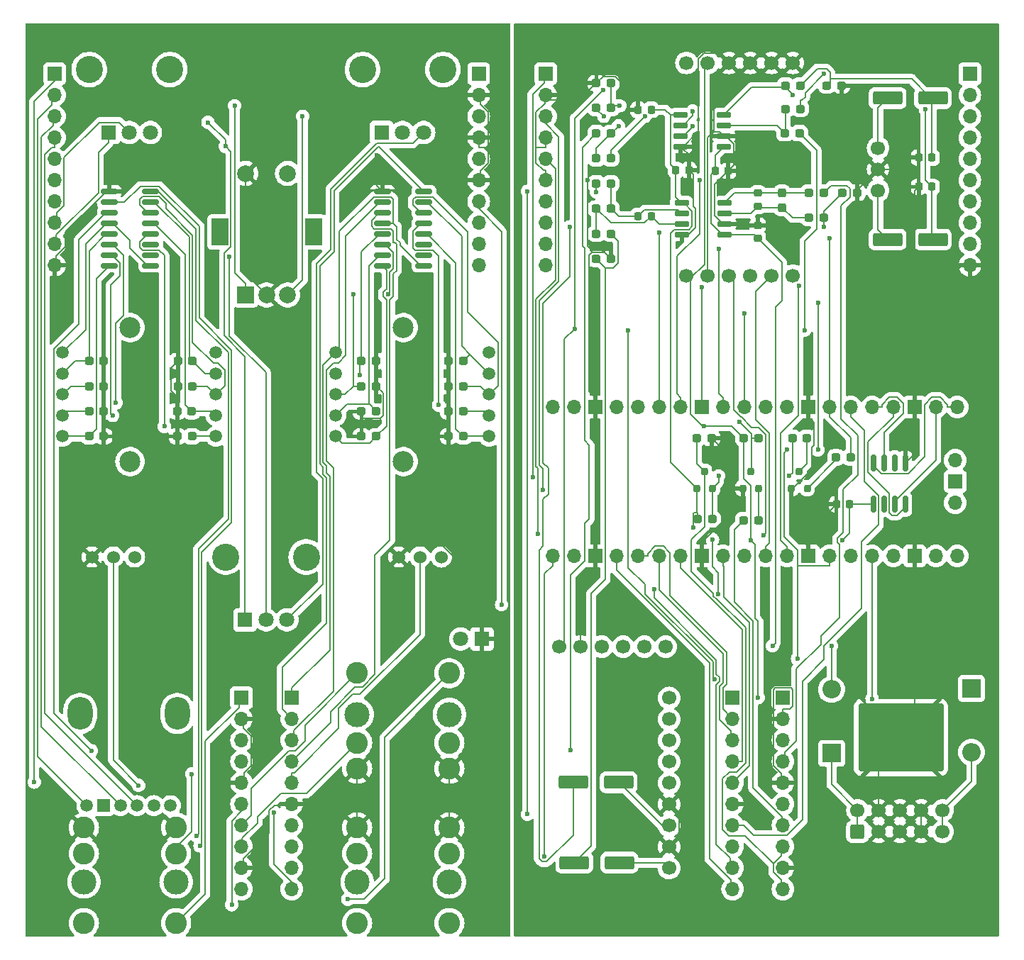
<source format=gbr>
%TF.GenerationSoftware,KiCad,Pcbnew,8.0.7*%
%TF.CreationDate,2025-01-02T18:19:59+00:00*%
%TF.ProjectId,pcb,7063622e-6b69-4636-9164-5f7063625858,2.0*%
%TF.SameCoordinates,Original*%
%TF.FileFunction,Copper,L2,Bot*%
%TF.FilePolarity,Positive*%
%FSLAX46Y46*%
G04 Gerber Fmt 4.6, Leading zero omitted, Abs format (unit mm)*
G04 Created by KiCad (PCBNEW 8.0.7) date 2025-01-02 18:19:59*
%MOMM*%
%LPD*%
G01*
G04 APERTURE LIST*
G04 Aperture macros list*
%AMRoundRect*
0 Rectangle with rounded corners*
0 $1 Rounding radius*
0 $2 $3 $4 $5 $6 $7 $8 $9 X,Y pos of 4 corners*
0 Add a 4 corners polygon primitive as box body*
4,1,4,$2,$3,$4,$5,$6,$7,$8,$9,$2,$3,0*
0 Add four circle primitives for the rounded corners*
1,1,$1+$1,$2,$3*
1,1,$1+$1,$4,$5*
1,1,$1+$1,$6,$7*
1,1,$1+$1,$8,$9*
0 Add four rect primitives between the rounded corners*
20,1,$1+$1,$2,$3,$4,$5,0*
20,1,$1+$1,$4,$5,$6,$7,0*
20,1,$1+$1,$6,$7,$8,$9,0*
20,1,$1+$1,$8,$9,$2,$3,0*%
G04 Aperture macros list end*
%TA.AperFunction,ComponentPad*%
%ADD10C,1.000000*%
%TD*%
%TA.AperFunction,SMDPad,CuDef*%
%ADD11RoundRect,0.410600X-4.695400X3.695400X-4.695400X-3.695400X4.695400X-3.695400X4.695400X3.695400X0*%
%TD*%
%TA.AperFunction,ComponentPad*%
%ADD12C,3.240000*%
%TD*%
%TA.AperFunction,ComponentPad*%
%ADD13R,1.800000X1.800000*%
%TD*%
%TA.AperFunction,ComponentPad*%
%ADD14C,1.800000*%
%TD*%
%TA.AperFunction,ComponentPad*%
%ADD15O,1.700000X1.700000*%
%TD*%
%TA.AperFunction,ComponentPad*%
%ADD16R,1.700000X1.700000*%
%TD*%
%TA.AperFunction,ComponentPad*%
%ADD17R,2.200000X2.200000*%
%TD*%
%TA.AperFunction,ComponentPad*%
%ADD18O,2.200000X2.200000*%
%TD*%
%TA.AperFunction,ComponentPad*%
%ADD19C,1.524000*%
%TD*%
%TA.AperFunction,ComponentPad*%
%ADD20C,1.700000*%
%TD*%
%TA.AperFunction,ComponentPad*%
%ADD21C,2.500000*%
%TD*%
%TA.AperFunction,ComponentPad*%
%ADD22C,1.500000*%
%TD*%
%TA.AperFunction,ComponentPad*%
%ADD23R,1.500000X1.500000*%
%TD*%
%TA.AperFunction,ComponentPad*%
%ADD24O,3.000000X3.900000*%
%TD*%
%TA.AperFunction,ComponentPad*%
%ADD25C,3.000000*%
%TD*%
%TA.AperFunction,ComponentPad*%
%ADD26C,2.600000*%
%TD*%
%TA.AperFunction,ComponentPad*%
%ADD27RoundRect,0.250000X0.600000X-0.600000X0.600000X0.600000X-0.600000X0.600000X-0.600000X-0.600000X0*%
%TD*%
%TA.AperFunction,ComponentPad*%
%ADD28R,2.000000X2.000000*%
%TD*%
%TA.AperFunction,ComponentPad*%
%ADD29C,2.000000*%
%TD*%
%TA.AperFunction,ComponentPad*%
%ADD30R,2.000000X3.200000*%
%TD*%
%TA.AperFunction,SMDPad,CuDef*%
%ADD31RoundRect,0.237500X-0.287500X-0.237500X0.287500X-0.237500X0.287500X0.237500X-0.287500X0.237500X0*%
%TD*%
%TA.AperFunction,SMDPad,CuDef*%
%ADD32RoundRect,0.237500X0.287500X0.237500X-0.287500X0.237500X-0.287500X-0.237500X0.287500X-0.237500X0*%
%TD*%
%TA.AperFunction,SMDPad,CuDef*%
%ADD33RoundRect,0.150000X0.725000X0.150000X-0.725000X0.150000X-0.725000X-0.150000X0.725000X-0.150000X0*%
%TD*%
%TA.AperFunction,SMDPad,CuDef*%
%ADD34RoundRect,0.225000X0.225000X0.250000X-0.225000X0.250000X-0.225000X-0.250000X0.225000X-0.250000X0*%
%TD*%
%TA.AperFunction,SMDPad,CuDef*%
%ADD35RoundRect,0.237500X0.237500X-0.287500X0.237500X0.287500X-0.237500X0.287500X-0.237500X-0.287500X0*%
%TD*%
%TA.AperFunction,SMDPad,CuDef*%
%ADD36RoundRect,0.225000X0.250000X-0.225000X0.250000X0.225000X-0.250000X0.225000X-0.250000X-0.225000X0*%
%TD*%
%TA.AperFunction,SMDPad,CuDef*%
%ADD37RoundRect,0.225000X-0.225000X-0.250000X0.225000X-0.250000X0.225000X0.250000X-0.225000X0.250000X0*%
%TD*%
%TA.AperFunction,SMDPad,CuDef*%
%ADD38RoundRect,0.250000X1.500000X0.550000X-1.500000X0.550000X-1.500000X-0.550000X1.500000X-0.550000X0*%
%TD*%
%TA.AperFunction,SMDPad,CuDef*%
%ADD39RoundRect,0.150000X-0.150000X0.825000X-0.150000X-0.825000X0.150000X-0.825000X0.150000X0.825000X0*%
%TD*%
%TA.AperFunction,SMDPad,CuDef*%
%ADD40RoundRect,0.250000X-1.500000X-0.550000X1.500000X-0.550000X1.500000X0.550000X-1.500000X0.550000X0*%
%TD*%
%TA.AperFunction,SMDPad,CuDef*%
%ADD41RoundRect,0.150000X-0.825000X-0.150000X0.825000X-0.150000X0.825000X0.150000X-0.825000X0.150000X0*%
%TD*%
%TA.AperFunction,SMDPad,CuDef*%
%ADD42RoundRect,0.200000X0.200000X-0.250000X0.200000X0.250000X-0.200000X0.250000X-0.200000X-0.250000X0*%
%TD*%
%TA.AperFunction,SMDPad,CuDef*%
%ADD43RoundRect,0.225000X-0.250000X0.225000X-0.250000X-0.225000X0.250000X-0.225000X0.250000X0.225000X0*%
%TD*%
%TA.AperFunction,ViaPad*%
%ADD44C,0.600000*%
%TD*%
%TA.AperFunction,Conductor*%
%ADD45C,0.200000*%
%TD*%
G04 APERTURE END LIST*
D10*
%TO.P,U7,2,GND*%
%TO.N,GND*%
X138927500Y-112565000D03*
X136927500Y-112565000D03*
X132927500Y-112565000D03*
X130927500Y-112565000D03*
X138927500Y-114565000D03*
X136927500Y-114565000D03*
X132927500Y-114565000D03*
X130927500Y-114565000D03*
D11*
X134983500Y-115759000D03*
D10*
X138927500Y-116565000D03*
X136927500Y-116565000D03*
X132927500Y-116565000D03*
X130927500Y-116565000D03*
X138927500Y-118565000D03*
X136927500Y-118565000D03*
X132927500Y-118565000D03*
X130927500Y-118565000D03*
%TD*%
D12*
%TO.P,RV3,*%
%TO.N,*%
X54430000Y-94200000D03*
X64030000Y-94200000D03*
D13*
%TO.P,RV3,1,1*%
%TO.N,P_9*%
X56730000Y-101700000D03*
D14*
%TO.P,RV3,2,2*%
%TO.N,P_7*%
X59230000Y-101700000D03*
%TO.P,RV3,3,3*%
%TO.N,P_5*%
X61730000Y-101700000D03*
%TD*%
D15*
%TO.P,U1,1,GPIO0*%
%TO.N,ALG_A*%
X93440000Y-94080000D03*
%TO.P,U1,2,GPIO1*%
%TO.N,ALG_B*%
X95980000Y-94080000D03*
D16*
%TO.P,U1,3,GND*%
%TO.N,GND*%
X98520000Y-94080000D03*
D15*
%TO.P,U1,4,GPIO2*%
%TO.N,ALG_C*%
X101060000Y-94080000D03*
%TO.P,U1,5,GPIO3*%
%TO.N,DIV_A*%
X103600000Y-94080000D03*
%TO.P,U1,6,GPIO4*%
%TO.N,DIV_B*%
X106140000Y-94080000D03*
%TO.P,U1,7,GPIO5*%
%TO.N,DIV_C*%
X108680000Y-94080000D03*
D16*
%TO.P,U1,8,GND*%
%TO.N,GND*%
X111220000Y-94080000D03*
D15*
%TO.P,U1,9,GPIO6*%
%TO.N,DIV_D*%
X113760000Y-94080000D03*
%TO.P,U1,10,GPIO7*%
%TO.N,I2S_DOUT*%
X116300000Y-94080000D03*
%TO.P,U1,11,GPIO8*%
%TO.N,I2S_DIN*%
X118840000Y-94080000D03*
%TO.P,U1,12,GPIO9*%
%TO.N,I2S_BCK*%
X121380000Y-94080000D03*
D16*
%TO.P,U1,13,GND*%
%TO.N,GND*%
X123920000Y-94080000D03*
D15*
%TO.P,U1,14,GPIO10*%
%TO.N,I2S_LRCK*%
X126460000Y-94080000D03*
%TO.P,U1,15,GPIO11*%
%TO.N,I2S_SCK*%
X129000000Y-94080000D03*
%TO.P,U1,16,GPIO12*%
%TO.N,XSMT*%
X131540000Y-94080000D03*
%TO.P,U1,17,GPIO13*%
%TO.N,ENC_SW*%
X134080000Y-94080000D03*
D16*
%TO.P,U1,18,GND*%
%TO.N,GND*%
X136620000Y-94080000D03*
D15*
%TO.P,U1,19,GPIO14*%
%TO.N,ENC_B*%
X139160000Y-94080000D03*
%TO.P,U1,20,GPIO15*%
%TO.N,ENC_A*%
X141700000Y-94080000D03*
%TO.P,U1,21,GPIO16*%
%TO.N,SPI_CS*%
X141700000Y-76300000D03*
%TO.P,U1,22,GPIO17*%
%TO.N,SPI_CLK*%
X139160000Y-76300000D03*
D16*
%TO.P,U1,23,GND*%
%TO.N,GND*%
X136620000Y-76300000D03*
D15*
%TO.P,U1,24,GPIO18*%
%TO.N,SPI_MOSI*%
X134080000Y-76300000D03*
%TO.P,U1,25,GPIO19*%
%TO.N,SPI_MISO*%
X131540000Y-76300000D03*
%TO.P,U1,26,GPIO20*%
%TO.N,SYNC_FREE*%
X129000000Y-76300000D03*
%TO.P,U1,27,GPIO21*%
%TO.N,CLOCK_OUT*%
X126460000Y-76300000D03*
D16*
%TO.P,U1,28,GND*%
%TO.N,GND*%
X123920000Y-76300000D03*
D15*
%TO.P,U1,29,GPIO22*%
%TO.N,CLOCK_IN*%
X121380000Y-76300000D03*
%TO.P,U1,30,RUN*%
%TO.N,unconnected-(U1-RUN-Pad30)_1*%
X118840000Y-76300000D03*
%TO.P,U1,31,GPIO26_ADC0*%
%TO.N,FEEDBACK*%
X116300000Y-76300000D03*
%TO.P,U1,32,GPIO27_ADC1*%
%TO.N,CLOCK_SPEED*%
X113760000Y-76300000D03*
D16*
%TO.P,U1,33,AGND*%
%TO.N,AGND*%
X111220000Y-76300000D03*
D15*
%TO.P,U1,34,GPIO28_ADC2*%
%TO.N,WET{slash}DRY*%
X108680000Y-76300000D03*
%TO.P,U1,35,ADC_VREF*%
%TO.N,AREF*%
X106140000Y-76300000D03*
%TO.P,U1,36,3V3*%
%TO.N,+3.3V*%
X103600000Y-76300000D03*
%TO.P,U1,37,3V3_EN*%
%TO.N,unconnected-(U1-3V3_EN-Pad37)*%
X101060000Y-76300000D03*
D16*
%TO.P,U1,38,GND*%
%TO.N,GND*%
X98520000Y-76300000D03*
D15*
%TO.P,U1,39,VSYS*%
%TO.N,Net-(Q1-S)*%
X95980000Y-76300000D03*
%TO.P,U1,40,VBUS*%
%TO.N,Net-(Q1-G)*%
X93440000Y-76300000D03*
%TO.P,U1,41,SWCLK*%
%TO.N,unconnected-(U1-SWCLK-Pad41)*%
X141470000Y-87730000D03*
D16*
%TO.P,U1,42,GND*%
%TO.N,unconnected-(U1-GND-Pad42)*%
X141470000Y-85190000D03*
D15*
%TO.P,U1,43,SWDIO*%
%TO.N,unconnected-(U1-SWDIO-Pad43)_1*%
X141470000Y-82650000D03*
%TD*%
D17*
%TO.P,D1,1,K*%
%TO.N,VCC*%
X143400000Y-109890000D03*
D18*
%TO.P,D1,2,A*%
%TO.N,Net-(D1-A)*%
X143400000Y-117510000D03*
%TD*%
D12*
%TO.P,RV2,*%
%TO.N,*%
X70730000Y-36000000D03*
X80330000Y-36000000D03*
D13*
%TO.P,RV2,1,1*%
%TO.N,P_9*%
X73030000Y-43500000D03*
D14*
%TO.P,RV2,2,2*%
%TO.N,P_6*%
X75530000Y-43500000D03*
%TO.P,RV2,3,3*%
%TO.N,P_5*%
X78030000Y-43500000D03*
%TD*%
D19*
%TO.P,SW2,1,A*%
%TO.N,GND*%
X75060000Y-94200000D03*
%TO.P,SW2,2,B*%
%TO.N,B_5*%
X77600000Y-94200000D03*
%TO.P,SW2,3*%
%TO.N,N/C*%
X80140000Y-94200000D03*
%TD*%
D20*
%TO.P,U5,1,LOUT*%
%TO.N,LOUT*%
X107320000Y-131360000D03*
%TO.P,U5,2,LGND*%
%TO.N,GND*%
X107320000Y-128820000D03*
%TO.P,U5,3,ROUT*%
%TO.N,ROUT*%
X107320000Y-126280000D03*
%TO.P,U5,4,RGND*%
%TO.N,GND*%
X107320000Y-123740000D03*
%TO.P,U5,5,A3v3*%
%TO.N,unconnected-(U5-A3v3-Pad5)*%
X107320000Y-121200000D03*
%TO.P,U5,6,FMT*%
%TO.N,unconnected-(U5-FMT-Pad6)*%
X107320000Y-118660000D03*
%TO.P,U5,7,XSMT*%
%TO.N,XSMT*%
X107320000Y-116120000D03*
%TO.P,U5,8,DEMP*%
%TO.N,unconnected-(U5-DEMP-Pad8)*%
X107320000Y-113580000D03*
%TO.P,U5,9,FLT*%
%TO.N,unconnected-(U5-FLT-Pad9)*%
X107320000Y-111040000D03*
%TO.P,U5,10,SCK*%
%TO.N,I2S_SCK*%
X106920000Y-104910000D03*
%TO.P,U5,11,BCK*%
%TO.N,I2S_BCK*%
X104380000Y-104910000D03*
%TO.P,U5,12,DIN*%
%TO.N,I2S_DOUT*%
X101840000Y-104910000D03*
%TO.P,U5,13,LCK*%
%TO.N,I2S_LRCK*%
X99300000Y-104910000D03*
%TO.P,U5,14,GND*%
%TO.N,GND*%
X96760000Y-104910000D03*
%TO.P,U5,15,VIN*%
%TO.N,+5V*%
X94220000Y-104910000D03*
%TD*%
D21*
%TO.P,SW1,*%
%TO.N,*%
X43000000Y-82800000D03*
X43000000Y-66800000D03*
D22*
%TO.P,SW1,1*%
%TO.N,+3.3V*%
X53250000Y-69800000D03*
%TO.P,SW1,2*%
%TO.N,D9*%
X53250000Y-72300000D03*
%TO.P,SW1,3*%
%TO.N,D10*%
X53250000Y-74800000D03*
%TO.P,SW1,4*%
%TO.N,D11*%
X53250000Y-77300000D03*
%TO.P,SW1,5*%
%TO.N,D12*%
X53250000Y-79800000D03*
%TO.P,SW1,6*%
%TO.N,D13*%
X34950000Y-79800000D03*
%TO.P,SW1,7*%
%TO.N,D14*%
X34950000Y-77300000D03*
%TO.P,SW1,8*%
%TO.N,D15*%
X34950000Y-74800000D03*
%TO.P,SW1,9*%
%TO.N,D16*%
X34950000Y-72300000D03*
%TO.P,SW1,10*%
%TO.N,+3.3V*%
X34950000Y-69800000D03*
%TD*%
D12*
%TO.P,RV4,*%
%TO.N,*%
X38130000Y-36000000D03*
X47730000Y-36000000D03*
D13*
%TO.P,RV4,1,1*%
%TO.N,P_9*%
X40430000Y-43500000D03*
D14*
%TO.P,RV4,2,2*%
%TO.N,P_8*%
X42930000Y-43500000D03*
%TO.P,RV4,3,3*%
%TO.N,P_5*%
X45430000Y-43500000D03*
%TD*%
D23*
%TO.P,RV1,1,1*%
%TO.N,P_1*%
X39850000Y-123900000D03*
D22*
%TO.P,RV1,2,2*%
%TO.N,P_2*%
X37850000Y-123900000D03*
%TO.P,RV1,3,3*%
X47850000Y-123900000D03*
%TO.P,RV1,4,4*%
%TO.N,P_3*%
X41850000Y-123900000D03*
%TO.P,RV1,5,5*%
%TO.N,P_4*%
X43850000Y-123900000D03*
%TO.P,RV1,6,6*%
X45850000Y-123900000D03*
D24*
%TO.P,RV1,SH*%
%TO.N,N/C*%
X37050000Y-112900000D03*
X48650000Y-112900000D03*
%TD*%
D25*
%TO.P,J3,*%
%TO.N,*%
X37500000Y-133000000D03*
D26*
%TO.P,J3,1,S*%
%TO.N,GND*%
X37500000Y-126520000D03*
%TO.P,J3,2,NC*%
%TO.N,unconnected-(J3-NC-Pad2)*%
X37500000Y-129620000D03*
%TO.P,J3,3,T*%
%TO.N,T_3*%
X37500000Y-137920000D03*
%TD*%
D17*
%TO.P,D2,1,K*%
%TO.N,Net-(D2-K)*%
X126700000Y-117645000D03*
D18*
%TO.P,D2,2,A*%
%TO.N,VEE*%
X126700000Y-110025000D03*
%TD*%
D27*
%TO.P,J1,1,Pin_1*%
%TO.N,Net-(D2-K)*%
X129800000Y-127000000D03*
D20*
%TO.P,J1,2,Pin_2*%
X129800000Y-124460000D03*
%TO.P,J1,3,Pin_3*%
%TO.N,GND*%
X132340000Y-127000000D03*
%TO.P,J1,4,Pin_4*%
X132340000Y-124460000D03*
%TO.P,J1,5,Pin_5*%
X134880000Y-127000000D03*
%TO.P,J1,6,Pin_6*%
X134880000Y-124460000D03*
%TO.P,J1,7,Pin_7*%
X137420000Y-127000000D03*
%TO.P,J1,8,Pin_8*%
X137420000Y-124460000D03*
%TO.P,J1,9,Pin_9*%
%TO.N,Net-(D1-A)*%
X139960000Y-127000000D03*
%TO.P,J1,10,Pin_10*%
X139960000Y-124460000D03*
%TD*%
D21*
%TO.P,SW5,*%
%TO.N,*%
X75600000Y-82800000D03*
X75600000Y-66800000D03*
D22*
%TO.P,SW5,1*%
%TO.N,+3.3V*%
X85850000Y-69800000D03*
%TO.P,SW5,2*%
%TO.N,D0*%
X85850000Y-72300000D03*
%TO.P,SW5,3*%
%TO.N,D1*%
X85850000Y-74800000D03*
%TO.P,SW5,4*%
%TO.N,D2*%
X85850000Y-77300000D03*
%TO.P,SW5,5*%
%TO.N,D3*%
X85850000Y-79800000D03*
%TO.P,SW5,6*%
%TO.N,D4*%
X67550000Y-79800000D03*
%TO.P,SW5,7*%
%TO.N,D5*%
X67550000Y-77300000D03*
%TO.P,SW5,8*%
%TO.N,D6*%
X67550000Y-74800000D03*
%TO.P,SW5,9*%
%TO.N,D7*%
X67550000Y-72300000D03*
%TO.P,SW5,10*%
%TO.N,+3.3V*%
X67550000Y-69800000D03*
%TD*%
D19*
%TO.P,SW4,1,A*%
%TO.N,GND*%
X38460000Y-94200000D03*
%TO.P,SW4,2,B*%
%TO.N,B_7*%
X41000000Y-94200000D03*
%TO.P,SW4,3*%
%TO.N,N/C*%
X43540000Y-94200000D03*
%TD*%
D25*
%TO.P,J6,*%
%TO.N,*%
X81100000Y-113000000D03*
D26*
%TO.P,J6,1,S*%
%TO.N,GND*%
X81100000Y-119480000D03*
%TO.P,J6,2,NC*%
%TO.N,unconnected-(J6-NC-Pad2)*%
X81100000Y-116380000D03*
%TO.P,J6,3,T*%
%TO.N,T_10*%
X81100000Y-108080000D03*
%TD*%
D28*
%TO.P,SW3,A,A*%
%TO.N,E_1*%
X56800000Y-62900000D03*
D29*
%TO.P,SW3,B,B*%
%TO.N,E_3*%
X61800000Y-62900000D03*
%TO.P,SW3,C,C*%
%TO.N,GND*%
X59300000Y-62900000D03*
D30*
%TO.P,SW3,MP*%
%TO.N,N/C*%
X53700000Y-55400000D03*
X64900000Y-55400000D03*
D29*
%TO.P,SW3,S1,S1*%
%TO.N,E_5*%
X61800000Y-48400000D03*
%TO.P,SW3,S2,S2*%
%TO.N,GND*%
X56800000Y-48400000D03*
%TD*%
D13*
%TO.P,D7,1,K*%
%TO.N,GND*%
X85000000Y-104000000D03*
D14*
%TO.P,D7,2,A*%
%TO.N,Net-(D7-A)*%
X82460000Y-104000000D03*
%TD*%
D25*
%TO.P,J7,*%
%TO.N,*%
X70100000Y-113000000D03*
D26*
%TO.P,J7,1,S*%
%TO.N,GND*%
X70100000Y-119480000D03*
%TO.P,J7,2,NC*%
%TO.N,T_8*%
X70100000Y-116380000D03*
%TO.P,J7,3,T*%
%TO.N,T_7*%
X70100000Y-108080000D03*
%TD*%
D25*
%TO.P,J5,*%
%TO.N,*%
X70100000Y-133000000D03*
D26*
%TO.P,J5,1,S*%
%TO.N,GND*%
X70100000Y-126520000D03*
%TO.P,J5,2,NC*%
%TO.N,unconnected-(J5-NC-Pad2)*%
X70100000Y-129620000D03*
%TO.P,J5,3,T*%
%TO.N,T_6*%
X70100000Y-137920000D03*
%TD*%
D20*
%TO.P,U2,1,FMY*%
%TO.N,GND*%
X122100000Y-35200000D03*
%TO.P,U2,2,MDI*%
X119560000Y-35200000D03*
%TO.P,U2,3,MDO*%
X117020000Y-35200000D03*
%TO.P,U2,4,GND*%
X114480000Y-35200000D03*
%TO.P,U2,5,3v3*%
%TO.N,+3.3V*%
X111940000Y-35200000D03*
%TO.P,U2,6,5v*%
%TO.N,+5V*%
X109400000Y-35200000D03*
%TO.P,U2,7,3v3*%
%TO.N,+3.3V*%
X109400000Y-60600000D03*
%TO.P,U2,8,GND*%
%TO.N,GND*%
X111940000Y-60600000D03*
%TO.P,U2,9,SCK*%
%TO.N,I2S_SCK*%
X114480000Y-60600000D03*
%TO.P,U2,10,LCK*%
%TO.N,I2S_LRCK*%
X117020000Y-60600000D03*
%TO.P,U2,11,OUT*%
%TO.N,I2S_DIN*%
X119560000Y-60600000D03*
%TO.P,U2,12,BCK*%
%TO.N,I2S_BCK*%
X122100000Y-60600000D03*
%TO.P,U2,13,LIN*%
%TO.N,LIN*%
X132260000Y-50440000D03*
%TO.P,U2,14,AGND*%
%TO.N,GND*%
X132260000Y-47900000D03*
%TO.P,U2,15,RIN*%
%TO.N,RIN*%
X132260000Y-45360000D03*
%TD*%
D25*
%TO.P,J4,*%
%TO.N,*%
X81100000Y-133000000D03*
D26*
%TO.P,J4,1,S*%
%TO.N,GND*%
X81100000Y-126520000D03*
%TO.P,J4,2,NC*%
%TO.N,unconnected-(J4-NC-Pad2)*%
X81100000Y-129620000D03*
%TO.P,J4,3,T*%
%TO.N,T_4*%
X81100000Y-137920000D03*
%TD*%
D25*
%TO.P,J2,*%
%TO.N,*%
X48500000Y-133000000D03*
D26*
%TO.P,J2,1,S*%
%TO.N,GND*%
X48500000Y-126520000D03*
%TO.P,J2,2,NC*%
%TO.N,T_3*%
X48500000Y-129620000D03*
%TO.P,J2,3,T*%
%TO.N,T_1*%
X48500000Y-137920000D03*
%TD*%
D31*
%TO.P,R13,1*%
%TO.N,Net-(U4B--)*%
X98650000Y-52600000D03*
%TO.P,R13,2*%
%TO.N,Net-(C13-Pad2)*%
X100400000Y-52600000D03*
%TD*%
D16*
%TO.P,J12,1,Pin_1*%
%TO.N,+3.3V*%
X62300000Y-111000000D03*
D15*
%TO.P,J12,2,Pin_2*%
%TO.N,B_2*%
X62300000Y-113540000D03*
%TO.P,J12,3,Pin_3*%
%TO.N,B_3*%
X62300000Y-116080000D03*
%TO.P,J12,4,Pin_4*%
%TO.N,B_4*%
X62300000Y-118620000D03*
%TO.P,J12,5,Pin_5*%
%TO.N,B_5*%
X62300000Y-121160000D03*
%TO.P,J12,6,Pin_6*%
%TO.N,GND*%
X62300000Y-123700000D03*
%TO.P,J12,7,Pin_7*%
%TO.N,B_7*%
X62300000Y-126240000D03*
%TO.P,J12,8,Pin_8*%
%TO.N,B_8*%
X62300000Y-128780000D03*
%TO.P,J12,9,Pin_9*%
%TO.N,B_9*%
X62300000Y-131320000D03*
%TO.P,J12,10,Pin_10*%
%TO.N,B_10*%
X62300000Y-133860000D03*
%TD*%
D32*
%TO.P,R14,1*%
%TO.N,GND*%
X129775000Y-50700000D03*
%TO.P,R14,2*%
%TO.N,Net-(C10-Pad2)*%
X128025000Y-50700000D03*
%TD*%
D31*
%TO.P,R29,1*%
%TO.N,D6*%
X70625000Y-73800000D03*
%TO.P,R29,2*%
%TO.N,GND*%
X72375000Y-73800000D03*
%TD*%
D33*
%TO.P,U4,1*%
%TO.N,Net-(C12-Pad2)*%
X113975000Y-51895000D03*
%TO.P,U4,2,-*%
%TO.N,Net-(U4A--)*%
X113975000Y-53165000D03*
%TO.P,U4,3,+*%
%TO.N,GND*%
X113975000Y-54435000D03*
%TO.P,U4,4,V-*%
%TO.N,VEE*%
X113975000Y-55705000D03*
%TO.P,U4,5,+*%
%TO.N,GND*%
X108825000Y-55705000D03*
%TO.P,U4,6,-*%
%TO.N,Net-(U4B--)*%
X108825000Y-54435000D03*
%TO.P,U4,7*%
%TO.N,Net-(C13-Pad2)*%
X108825000Y-53165000D03*
%TO.P,U4,8,V+*%
%TO.N,VCC*%
X108825000Y-51895000D03*
%TD*%
D34*
%TO.P,C7,1*%
%TO.N,Net-(C7-Pad1)*%
X138675000Y-50000000D03*
%TO.P,C7,2*%
%TO.N,GND*%
X137125000Y-50000000D03*
%TD*%
D32*
%TO.P,R9,1*%
%TO.N,GND*%
X127875000Y-37900000D03*
%TO.P,R9,2*%
%TO.N,Net-(C6-Pad1)*%
X126125000Y-37900000D03*
%TD*%
D16*
%TO.P,J10,1,Pin_1*%
%TO.N,RIN_1*%
X120900000Y-111000000D03*
D15*
%TO.P,J10,2,Pin_2*%
%TO.N,GND*%
X120900000Y-113540000D03*
%TO.P,J10,3,Pin_3*%
%TO.N,LIN_1*%
X120900000Y-116080000D03*
%TO.P,J10,4,Pin_4*%
%TO.N,ROUT_1*%
X120900000Y-118620000D03*
%TO.P,J10,5,Pin_5*%
%TO.N,GND*%
X120900000Y-121160000D03*
%TO.P,J10,6,Pin_6*%
%TO.N,LOUT_1*%
X120900000Y-123700000D03*
%TO.P,J10,7,Pin_7*%
%TO.N,CLOCK_IN_1*%
X120900000Y-126240000D03*
%TO.P,J10,8,Pin_8*%
%TO.N,CLOCK_OUT_1*%
X120900000Y-128780000D03*
%TO.P,J10,9,Pin_9*%
%TO.N,GND*%
X120900000Y-131320000D03*
%TO.P,J10,10,Pin_10*%
%TO.N,CLOCK_OUT_1*%
X120900000Y-133860000D03*
%TD*%
D31*
%TO.P,R30,1*%
%TO.N,D7*%
X70625000Y-70800000D03*
%TO.P,R30,2*%
%TO.N,GND*%
X72375000Y-70800000D03*
%TD*%
%TO.P,R19,1*%
%TO.N,CLOCK_IN_1*%
X116225000Y-89800000D03*
%TO.P,R19,2*%
%TO.N,Net-(Q2-B)*%
X117975000Y-89800000D03*
%TD*%
D35*
%TO.P,R12,1*%
%TO.N,Net-(U4A--)*%
X120800000Y-52475000D03*
%TO.P,R12,2*%
%TO.N,Net-(C12-Pad2)*%
X120800000Y-50725000D03*
%TD*%
D32*
%TO.P,R38,1*%
%TO.N,D9*%
X50475000Y-70800000D03*
%TO.P,R38,2*%
%TO.N,GND*%
X48725000Y-70800000D03*
%TD*%
D36*
%TO.P,C12,1*%
%TO.N,Net-(U4A--)*%
X117900000Y-52300000D03*
%TO.P,C12,2*%
%TO.N,Net-(C12-Pad2)*%
X117900000Y-50750000D03*
%TD*%
D32*
%TO.P,R17,1*%
%TO.N,Net-(C13-Pad2)*%
X100400000Y-49600000D03*
%TO.P,R17,2*%
%TO.N,LOUT_1*%
X98650000Y-49600000D03*
%TD*%
D37*
%TO.P,C15,1*%
%TO.N,VCC*%
X108125000Y-48000000D03*
%TO.P,C15,2*%
%TO.N,GND*%
X109675000Y-48000000D03*
%TD*%
D38*
%TO.P,C11,1*%
%TO.N,LOUT*%
X101400000Y-130700000D03*
%TO.P,C11,2*%
%TO.N,Net-(C11-Pad2)*%
X96000000Y-130700000D03*
%TD*%
D31*
%TO.P,R8,1*%
%TO.N,GND*%
X98650000Y-37600000D03*
%TO.P,R8,2*%
%TO.N,Net-(C7-Pad1)*%
X100400000Y-37600000D03*
%TD*%
D32*
%TO.P,R2,1*%
%TO.N,RIN_1*%
X122875000Y-43600000D03*
%TO.P,R2,2*%
%TO.N,Net-(U3A--)*%
X121125000Y-43600000D03*
%TD*%
D16*
%TO.P,J13,1,Pin_1*%
%TO.N,RVOL_1*%
X143200000Y-36500000D03*
D15*
%TO.P,J13,2,Pin_2*%
%TO.N,RVOL_2*%
X143200000Y-39040000D03*
%TO.P,J13,3,Pin_3*%
%TO.N,LVOL_1*%
X143200000Y-41580000D03*
%TO.P,J13,4,Pin_4*%
%TO.N,LVOL_2*%
X143200000Y-44120000D03*
%TO.P,J13,5,Pin_5*%
%TO.N,AREF*%
X143200000Y-46660000D03*
%TO.P,J13,6,Pin_6*%
%TO.N,WET{slash}DRY*%
X143200000Y-49200000D03*
%TO.P,J13,7,Pin_7*%
%TO.N,CLOCK_SPEED*%
X143200000Y-51740000D03*
%TO.P,J13,8,Pin_8*%
%TO.N,FEEDBACK*%
X143200000Y-54280000D03*
%TO.P,J13,9,Pin_9*%
%TO.N,AGND*%
X143200000Y-56820000D03*
%TO.P,J13,10,Pin_10*%
%TO.N,GND*%
X143200000Y-59360000D03*
%TD*%
D38*
%TO.P,C10,1*%
%TO.N,ROUT*%
X101300000Y-121100000D03*
%TO.P,C10,2*%
%TO.N,Net-(C10-Pad2)*%
X95900000Y-121100000D03*
%TD*%
D31*
%TO.P,R16,1*%
%TO.N,Net-(C12-Pad2)*%
X124025000Y-50700000D03*
%TO.P,R16,2*%
%TO.N,ROUT_1*%
X125775000Y-50700000D03*
%TD*%
D32*
%TO.P,R27,1*%
%TO.N,D4*%
X72375000Y-79800000D03*
%TO.P,R27,2*%
%TO.N,GND*%
X70625000Y-79800000D03*
%TD*%
%TO.P,R36,1*%
%TO.N,D11*%
X50375000Y-76800000D03*
%TO.P,R36,2*%
%TO.N,GND*%
X48625000Y-76800000D03*
%TD*%
D31*
%TO.P,R6,1*%
%TO.N,RVOL_2*%
X121225000Y-37900000D03*
%TO.P,R6,2*%
%TO.N,Net-(C6-Pad1)*%
X122975000Y-37900000D03*
%TD*%
D34*
%TO.P,C14,1*%
%TO.N,VCC*%
X105175000Y-40800000D03*
%TO.P,C14,2*%
%TO.N,GND*%
X103625000Y-40800000D03*
%TD*%
D32*
%TO.P,R41,1*%
%TO.N,Net-(Q4-B)*%
X112500000Y-89700000D03*
%TO.P,R41,2*%
%TO.N,VCC*%
X110750000Y-89700000D03*
%TD*%
%TO.P,R18,1*%
%TO.N,CLOCK_IN*%
X117975000Y-80000000D03*
%TO.P,R18,2*%
%TO.N,+3.3V*%
X116225000Y-80000000D03*
%TD*%
%TO.P,R10,1*%
%TO.N,Net-(C10-Pad2)*%
X125775000Y-53700000D03*
%TO.P,R10,2*%
%TO.N,Net-(U4A--)*%
X124025000Y-53700000D03*
%TD*%
%TO.P,R28,1*%
%TO.N,D5*%
X72375000Y-76800000D03*
%TO.P,R28,2*%
%TO.N,GND*%
X70625000Y-76800000D03*
%TD*%
D31*
%TO.P,R32,1*%
%TO.N,D15*%
X38125000Y-73800000D03*
%TO.P,R32,2*%
%TO.N,GND*%
X39875000Y-73800000D03*
%TD*%
%TO.P,R5,1*%
%TO.N,Net-(U3B--)*%
X98650000Y-46600000D03*
%TO.P,R5,2*%
%TO.N,LVOL_1*%
X100400000Y-46600000D03*
%TD*%
D39*
%TO.P,U6,1,~{CE}*%
%TO.N,SPI_CS*%
X131700000Y-82950000D03*
%TO.P,U6,2,SO/SIO*%
%TO.N,SPI_MISO*%
X132970000Y-82950000D03*
%TO.P,U6,3,SIO2*%
%TO.N,unconnected-(U6-SIO2-Pad3)*%
X134240000Y-82950000D03*
%TO.P,U6,4,VSS*%
%TO.N,GND*%
X135510000Y-82950000D03*
%TO.P,U6,5,SI/SIO*%
%TO.N,SPI_MOSI*%
X135510000Y-87900000D03*
%TO.P,U6,6,SCLK*%
%TO.N,SPI_CLK*%
X134240000Y-87900000D03*
%TO.P,U6,7,SIO3*%
%TO.N,unconnected-(U6-SIO3-Pad7)*%
X132970000Y-87900000D03*
%TO.P,U6,8,VCC*%
%TO.N,+3.3V*%
X131700000Y-87900000D03*
%TD*%
D31*
%TO.P,R31,1*%
%TO.N,D16*%
X38125000Y-70800000D03*
%TO.P,R31,2*%
%TO.N,GND*%
X39875000Y-70800000D03*
%TD*%
%TO.P,R7,1*%
%TO.N,LVOL_2*%
X98650000Y-40600000D03*
%TO.P,R7,2*%
%TO.N,Net-(C7-Pad1)*%
X100400000Y-40600000D03*
%TD*%
D32*
%TO.P,R40,1*%
%TO.N,Net-(Q3-C)*%
X123775000Y-80000000D03*
%TO.P,R40,2*%
%TO.N,Net-(Q4-B)*%
X122025000Y-80000000D03*
%TD*%
%TO.P,R23,1*%
%TO.N,D0*%
X82775000Y-70800000D03*
%TO.P,R23,2*%
%TO.N,GND*%
X81025000Y-70800000D03*
%TD*%
%TO.P,R11,1*%
%TO.N,Net-(C11-Pad2)*%
X100400000Y-55600000D03*
%TO.P,R11,2*%
%TO.N,Net-(U4B--)*%
X98650000Y-55600000D03*
%TD*%
D34*
%TO.P,C6,1*%
%TO.N,Net-(C6-Pad1)*%
X138675000Y-46500000D03*
%TO.P,C6,2*%
%TO.N,GND*%
X137125000Y-46500000D03*
%TD*%
D40*
%TO.P,C9,1*%
%TO.N,LIN*%
X133400000Y-56300000D03*
%TO.P,C9,2*%
%TO.N,Net-(C7-Pad1)*%
X138800000Y-56300000D03*
%TD*%
D41*
%TO.P,U9,1,D4*%
%TO.N,D13*%
X40525000Y-59445000D03*
%TO.P,U9,2,D5*%
%TO.N,D14*%
X40525000Y-58175000D03*
%TO.P,U9,3,D6*%
%TO.N,D15*%
X40525000Y-56905000D03*
%TO.P,U9,4,D7*%
%TO.N,D16*%
X40525000Y-55635000D03*
%TO.P,U9,5,Ein*%
%TO.N,+3.3V*%
X40525000Y-54365000D03*
%TO.P,U9,6,Q2*%
%TO.N,B_10*%
X40525000Y-53095000D03*
%TO.P,U9,7,Q1*%
%TO.N,B_9*%
X40525000Y-51825000D03*
%TO.P,U9,8,Vss*%
%TO.N,GND*%
X40525000Y-50555000D03*
%TO.P,U9,9,Q0*%
%TO.N,B_8*%
X45475000Y-50555000D03*
%TO.P,U9,10,D0*%
%TO.N,D9*%
X45475000Y-51825000D03*
%TO.P,U9,11,D1*%
%TO.N,D10*%
X45475000Y-53095000D03*
%TO.P,U9,12,D2*%
%TO.N,D11*%
X45475000Y-54365000D03*
%TO.P,U9,13,D3*%
%TO.N,D12*%
X45475000Y-55635000D03*
%TO.P,U9,14,GS*%
%TO.N,unconnected-(U9-GS-Pad14)*%
X45475000Y-56905000D03*
%TO.P,U9,15,Eout*%
%TO.N,unconnected-(U9-Eout-Pad15)*%
X45475000Y-58175000D03*
%TO.P,U9,16,Vdd*%
%TO.N,+3.3V*%
X45475000Y-59445000D03*
%TD*%
D16*
%TO.P,J15,1,Pin_1*%
%TO.N,ENC_A*%
X92600000Y-36500000D03*
D15*
%TO.P,J15,2,Pin_2*%
%TO.N,GND*%
X92600000Y-39040000D03*
%TO.P,J15,3,Pin_3*%
%TO.N,ENC_B*%
X92600000Y-41580000D03*
%TO.P,J15,4,Pin_4*%
%TO.N,GND*%
X92600000Y-44120000D03*
%TO.P,J15,5,Pin_5*%
%TO.N,ENC_SW*%
X92600000Y-46660000D03*
%TO.P,J15,6,Pin_6*%
%TO.N,GND*%
X92600000Y-49200000D03*
%TO.P,J15,7,Pin_7*%
%TO.N,CLOCK_OUT*%
X92600000Y-51740000D03*
%TO.P,J15,8,Pin_8*%
%TO.N,unconnected-(J15-Pin_8-Pad8)*%
X92600000Y-54280000D03*
%TO.P,J15,9,Pin_9*%
%TO.N,unconnected-(J15-Pin_9-Pad9)*%
X92600000Y-56820000D03*
%TO.P,J15,10,Pin_10*%
%TO.N,unconnected-(J15-Pin_10-Pad10)*%
X92600000Y-59360000D03*
%TD*%
D32*
%TO.P,R35,1*%
%TO.N,D12*%
X50400000Y-79800000D03*
%TO.P,R35,2*%
%TO.N,GND*%
X48650000Y-79800000D03*
%TD*%
D31*
%TO.P,R4,1*%
%TO.N,Net-(U3A--)*%
X121225000Y-40700000D03*
%TO.P,R4,2*%
%TO.N,RVOL_1*%
X122975000Y-40700000D03*
%TD*%
%TO.P,R34,1*%
%TO.N,D13*%
X38125000Y-79800000D03*
%TO.P,R34,2*%
%TO.N,GND*%
X39875000Y-79800000D03*
%TD*%
D34*
%TO.P,C16,1*%
%TO.N,GND*%
X114375000Y-48100000D03*
%TO.P,C16,2*%
%TO.N,VEE*%
X112825000Y-48100000D03*
%TD*%
D42*
%TO.P,Q3,1,B*%
%TO.N,Net-(Q3-B)*%
X123800000Y-86000000D03*
%TO.P,Q3,2,E*%
%TO.N,GND*%
X121900000Y-86000000D03*
%TO.P,Q3,3,C*%
%TO.N,Net-(Q3-C)*%
X122850000Y-84000000D03*
%TD*%
D16*
%TO.P,J16,1,Pin_1*%
%TO.N,E_1*%
X84600000Y-36500000D03*
D15*
%TO.P,J16,2,Pin_2*%
%TO.N,GND*%
X84600000Y-39040000D03*
%TO.P,J16,3,Pin_3*%
%TO.N,E_3*%
X84600000Y-41580000D03*
%TO.P,J16,4,Pin_4*%
%TO.N,GND*%
X84600000Y-44120000D03*
%TO.P,J16,5,Pin_5*%
%TO.N,E_5*%
X84600000Y-46660000D03*
%TO.P,J16,6,Pin_6*%
%TO.N,GND*%
X84600000Y-49200000D03*
%TO.P,J16,7,Pin_7*%
%TO.N,E_7*%
X84600000Y-51740000D03*
%TO.P,J16,8,Pin_8*%
%TO.N,unconnected-(J16-Pin_8-Pad8)*%
X84600000Y-54280000D03*
%TO.P,J16,9,Pin_9*%
%TO.N,unconnected-(J16-Pin_9-Pad9)*%
X84600000Y-56820000D03*
%TO.P,J16,10,Pin_10*%
%TO.N,unconnected-(J16-Pin_10-Pad10)*%
X84600000Y-59360000D03*
%TD*%
D31*
%TO.P,R3,1*%
%TO.N,LIN_1*%
X98650000Y-43600000D03*
%TO.P,R3,2*%
%TO.N,Net-(U3B--)*%
X100400000Y-43600000D03*
%TD*%
%TO.P,R42,1*%
%TO.N,CLOCK_OUT_1*%
X110625000Y-80000000D03*
%TO.P,R42,2*%
%TO.N,GND*%
X112375000Y-80000000D03*
%TD*%
D42*
%TO.P,Q2,1,B*%
%TO.N,Net-(Q2-B)*%
X118000000Y-86000000D03*
%TO.P,Q2,2,E*%
%TO.N,GND*%
X116100000Y-86000000D03*
%TO.P,Q2,3,C*%
%TO.N,CLOCK_IN*%
X117050000Y-84000000D03*
%TD*%
D16*
%TO.P,J9,1,Pin_1*%
%TO.N,T_1*%
X56300000Y-111000000D03*
D15*
%TO.P,J9,2,Pin_2*%
%TO.N,GND*%
X56300000Y-113540000D03*
%TO.P,J9,3,Pin_3*%
%TO.N,T_3*%
X56300000Y-116080000D03*
%TO.P,J9,4,Pin_4*%
%TO.N,T_4*%
X56300000Y-118620000D03*
%TO.P,J9,5,Pin_5*%
%TO.N,GND*%
X56300000Y-121160000D03*
%TO.P,J9,6,Pin_6*%
%TO.N,T_6*%
X56300000Y-123700000D03*
%TO.P,J9,7,Pin_7*%
%TO.N,T_7*%
X56300000Y-126240000D03*
%TO.P,J9,8,Pin_8*%
%TO.N,T_8*%
X56300000Y-128780000D03*
%TO.P,J9,9,Pin_9*%
%TO.N,GND*%
X56300000Y-131320000D03*
%TO.P,J9,10,Pin_10*%
%TO.N,T_10*%
X56300000Y-133860000D03*
%TD*%
D32*
%TO.P,R37,1*%
%TO.N,D10*%
X50475000Y-73800000D03*
%TO.P,R37,2*%
%TO.N,GND*%
X48725000Y-73800000D03*
%TD*%
D31*
%TO.P,R33,1*%
%TO.N,D14*%
X38125000Y-76800000D03*
%TO.P,R33,2*%
%TO.N,GND*%
X39875000Y-76800000D03*
%TD*%
D42*
%TO.P,Q4,1,B*%
%TO.N,Net-(Q4-B)*%
X112500000Y-86000000D03*
%TO.P,Q4,2,E*%
%TO.N,VCC*%
X110600000Y-86000000D03*
%TO.P,Q4,3,C*%
%TO.N,CLOCK_OUT_1*%
X111550000Y-84000000D03*
%TD*%
D32*
%TO.P,R15,1*%
%TO.N,GND*%
X100400000Y-58600000D03*
%TO.P,R15,2*%
%TO.N,Net-(C11-Pad2)*%
X98650000Y-58600000D03*
%TD*%
D33*
%TO.P,U3,1*%
%TO.N,RVOL_2*%
X113850000Y-41400000D03*
%TO.P,U3,2,-*%
%TO.N,Net-(U3A--)*%
X113850000Y-42670000D03*
%TO.P,U3,3,+*%
%TO.N,GND*%
X113850000Y-43940000D03*
%TO.P,U3,4,V-*%
%TO.N,VEE*%
X113850000Y-45210000D03*
%TO.P,U3,5,+*%
%TO.N,GND*%
X108700000Y-45210000D03*
%TO.P,U3,6,-*%
%TO.N,Net-(U3B--)*%
X108700000Y-43940000D03*
%TO.P,U3,7*%
%TO.N,LVOL_2*%
X108700000Y-42670000D03*
%TO.P,U3,8,V+*%
%TO.N,VCC*%
X108700000Y-41400000D03*
%TD*%
D34*
%TO.P,C13,1*%
%TO.N,Net-(U4B--)*%
X105175000Y-53500000D03*
%TO.P,C13,2*%
%TO.N,Net-(C13-Pad2)*%
X103625000Y-53500000D03*
%TD*%
D43*
%TO.P,C17,1*%
%TO.N,GND*%
X117900000Y-54600000D03*
%TO.P,C17,2*%
%TO.N,VEE*%
X117900000Y-56150000D03*
%TD*%
D41*
%TO.P,U8,1,D4*%
%TO.N,D4*%
X73125000Y-59445000D03*
%TO.P,U8,2,D5*%
%TO.N,D5*%
X73125000Y-58175000D03*
%TO.P,U8,3,D6*%
%TO.N,D6*%
X73125000Y-56905000D03*
%TO.P,U8,4,D7*%
%TO.N,D7*%
X73125000Y-55635000D03*
%TO.P,U8,5,Ein*%
%TO.N,+3.3V*%
X73125000Y-54365000D03*
%TO.P,U8,6,Q2*%
%TO.N,B_4*%
X73125000Y-53095000D03*
%TO.P,U8,7,Q1*%
%TO.N,B_3*%
X73125000Y-51825000D03*
%TO.P,U8,8,Vss*%
%TO.N,GND*%
X73125000Y-50555000D03*
%TO.P,U8,9,Q0*%
%TO.N,B_2*%
X78075000Y-50555000D03*
%TO.P,U8,10,D0*%
%TO.N,D0*%
X78075000Y-51825000D03*
%TO.P,U8,11,D1*%
%TO.N,D1*%
X78075000Y-53095000D03*
%TO.P,U8,12,D2*%
%TO.N,D2*%
X78075000Y-54365000D03*
%TO.P,U8,13,D3*%
%TO.N,D3*%
X78075000Y-55635000D03*
%TO.P,U8,14,GS*%
%TO.N,unconnected-(U8-GS-Pad14)*%
X78075000Y-56905000D03*
%TO.P,U8,15,Eout*%
%TO.N,unconnected-(U8-Eout-Pad15)*%
X78075000Y-58175000D03*
%TO.P,U8,16,Vdd*%
%TO.N,+3.3V*%
X78075000Y-59445000D03*
%TD*%
D32*
%TO.P,R39,1*%
%TO.N,CLOCK_OUT*%
X128975000Y-82300000D03*
%TO.P,R39,2*%
%TO.N,Net-(Q3-B)*%
X127225000Y-82300000D03*
%TD*%
%TO.P,R25,1*%
%TO.N,D2*%
X82750000Y-76800000D03*
%TO.P,R25,2*%
%TO.N,GND*%
X81000000Y-76800000D03*
%TD*%
%TO.P,R26,1*%
%TO.N,D3*%
X82775000Y-79800000D03*
%TO.P,R26,2*%
%TO.N,GND*%
X81025000Y-79800000D03*
%TD*%
%TO.P,R24,1*%
%TO.N,D1*%
X82775000Y-73800000D03*
%TO.P,R24,2*%
%TO.N,GND*%
X81025000Y-73800000D03*
%TD*%
D34*
%TO.P,C3,1*%
%TO.N,+3.3V*%
X128875000Y-87900000D03*
%TO.P,C3,2*%
%TO.N,GND*%
X127325000Y-87900000D03*
%TD*%
D16*
%TO.P,J14,1,Pin_1*%
%TO.N,P_1*%
X34000000Y-36500000D03*
D15*
%TO.P,J14,2,Pin_2*%
%TO.N,P_2*%
X34000000Y-39040000D03*
%TO.P,J14,3,Pin_3*%
%TO.N,P_3*%
X34000000Y-41580000D03*
%TO.P,J14,4,Pin_4*%
%TO.N,P_4*%
X34000000Y-44120000D03*
%TO.P,J14,5,Pin_5*%
%TO.N,P_5*%
X34000000Y-46660000D03*
%TO.P,J14,6,Pin_6*%
%TO.N,P_6*%
X34000000Y-49200000D03*
%TO.P,J14,7,Pin_7*%
%TO.N,P_7*%
X34000000Y-51740000D03*
%TO.P,J14,8,Pin_8*%
%TO.N,P_8*%
X34000000Y-54280000D03*
%TO.P,J14,9,Pin_9*%
%TO.N,P_9*%
X34000000Y-56820000D03*
%TO.P,J14,10,Pin_10*%
%TO.N,GND*%
X34000000Y-59360000D03*
%TD*%
D16*
%TO.P,J11,1,Pin_1*%
%TO.N,+3.3V*%
X114900000Y-111000000D03*
D15*
%TO.P,J11,2,Pin_2*%
%TO.N,DIV_A*%
X114900000Y-113540000D03*
%TO.P,J11,3,Pin_3*%
%TO.N,DIV_B*%
X114900000Y-116080000D03*
%TO.P,J11,4,Pin_4*%
%TO.N,DIV_C*%
X114900000Y-118620000D03*
%TO.P,J11,5,Pin_5*%
%TO.N,DIV_D*%
X114900000Y-121160000D03*
%TO.P,J11,6,Pin_6*%
%TO.N,GND*%
X114900000Y-123700000D03*
%TO.P,J11,7,Pin_7*%
%TO.N,SYNC_FREE*%
X114900000Y-126240000D03*
%TO.P,J11,8,Pin_8*%
%TO.N,ALG_A*%
X114900000Y-128780000D03*
%TO.P,J11,9,Pin_9*%
%TO.N,ALG_B*%
X114900000Y-131320000D03*
%TO.P,J11,10,Pin_10*%
%TO.N,ALG_C*%
X114900000Y-133860000D03*
%TD*%
D40*
%TO.P,C8,1*%
%TO.N,RIN*%
X133400000Y-39400000D03*
%TO.P,C8,2*%
%TO.N,Net-(C6-Pad1)*%
X138800000Y-39400000D03*
%TD*%
D44*
%TO.N,D12*%
X47097000Y-78614300D03*
%TO.N,D14*%
X40924000Y-77300000D03*
%TO.N,D15*%
X41332000Y-75787600D03*
%TO.N,Net-(Q4-B)*%
X113215100Y-84529800D03*
X121642700Y-84529800D03*
%TO.N,I2S_SCK*%
X118632500Y-91573500D03*
X112496900Y-92091700D03*
X113211600Y-98607800D03*
%TO.N,I2S_BCK*%
X122830600Y-61782600D03*
%TO.N,XSMT*%
X131540000Y-111138700D03*
%TO.N,I2S_LRCK*%
X122650000Y-106355400D03*
X125078000Y-63832900D03*
X125078000Y-81403200D03*
X121418200Y-81403200D03*
%TO.N,B_8*%
X50943100Y-127508500D03*
%TO.N,D7*%
X70439900Y-72456600D03*
%TO.N,D6*%
X73817400Y-62831800D03*
X69625000Y-62831800D03*
%TO.N,D2*%
X79818700Y-76064400D03*
%TO.N,CLOCK_OUT*%
X126460000Y-56133900D03*
%TO.N,Net-(U3B--)*%
X110106400Y-42722900D03*
X101279100Y-42720900D03*
%TO.N,CLOCK_IN*%
X115728900Y-78106800D03*
%TO.N,E_1*%
X55475800Y-40323600D03*
%TO.N,E_7*%
X87333500Y-99891600D03*
%TO.N,E_3*%
X63598300Y-41580000D03*
%TO.N,ENC_SW*%
X91637200Y-91480500D03*
%TO.N,ENC_B*%
X92252000Y-86214500D03*
%TO.N,ENC_A*%
X91035500Y-84712400D03*
%TO.N,P_9*%
X52303200Y-42298300D03*
X54377900Y-45161000D03*
%TO.N,P_1*%
X31581100Y-121079200D03*
%TO.N,P_7*%
X54847500Y-58341500D03*
%TO.N,LVOL_2*%
X110131900Y-40951800D03*
X99532800Y-41575200D03*
%TO.N,CLOCK_SPEED*%
X113291800Y-57399400D03*
%TO.N,FEEDBACK*%
X116300000Y-65104200D03*
%TO.N,AREF*%
X106140000Y-55459800D03*
%TO.N,RVOL_2*%
X122051100Y-39000000D03*
%TO.N,WET{slash}DRY*%
X110936500Y-49200000D03*
%TO.N,AGND*%
X111220000Y-62023500D03*
%TO.N,LVOL_1*%
X104440800Y-41578400D03*
%TO.N,RVOL_1*%
X125823400Y-36500000D03*
%TO.N,B_7*%
X44019000Y-121481700D03*
%TO.N,ALG_A*%
X92446800Y-129974800D03*
%TO.N,ALG_B*%
X105520800Y-98077200D03*
%TO.N,LIN_1*%
X95592600Y-117274400D03*
%TO.N,RIN_1*%
X112743800Y-108826800D03*
X102438200Y-67129200D03*
X123479600Y-67129200D03*
%TO.N,LOUT_1*%
X90422500Y-124928100D03*
X90422500Y-50534400D03*
X98650000Y-50613000D03*
%TO.N,T_10*%
X68980400Y-135068200D03*
%TO.N,T_6*%
X55137600Y-135729100D03*
%TO.N,T_3*%
X50364000Y-120115600D03*
%TO.N,B_10*%
X38384400Y-117336300D03*
X60204200Y-124700400D03*
%TO.N,B_9*%
X51358000Y-128705900D03*
%TO.N,+5V*%
X99472700Y-38402800D03*
X96067800Y-66944600D03*
%TO.N,Net-(C10-Pad2)*%
X95460600Y-54767800D03*
X125775000Y-54767800D03*
%TO.N,Net-(C7-Pad1)*%
X101431300Y-40323600D03*
X137900000Y-40708100D03*
%TO.N,+3.3V*%
X117951700Y-111000000D03*
X111500000Y-78538800D03*
X127997200Y-92218400D03*
X117099900Y-92218400D03*
%TO.N,VEE*%
X126700000Y-104812000D03*
X119651300Y-104806600D03*
%TO.N,GND*%
X72455900Y-46232700D03*
X48375000Y-59360000D03*
X72554900Y-64234900D03*
X97589500Y-49200000D03*
X81025000Y-64234900D03*
%TO.N,VCC*%
X110178500Y-90695600D03*
%TD*%
D45*
%TO.N,GND*%
X142145400Y-59500000D02*
X136620000Y-65025400D01*
X143060000Y-59500000D02*
X142145400Y-59500000D01*
X143200000Y-59360000D02*
X143060000Y-59500000D01*
%TO.N,P_2*%
X31982800Y-118032800D02*
X37850000Y-123900000D01*
X31982800Y-41921000D02*
X31982800Y-118032800D01*
X33700000Y-40179600D02*
X33712100Y-40191700D01*
X33700000Y-39340000D02*
X33700000Y-40179600D01*
X33712100Y-40191700D02*
X31982800Y-41921000D01*
X34000000Y-39040000D02*
X33700000Y-39340000D01*
%TO.N,P_3*%
X32398100Y-44045700D02*
X32398100Y-114448100D01*
X33800000Y-42643800D02*
X32398100Y-44045700D01*
X33800000Y-41780000D02*
X33800000Y-42643800D01*
X32398100Y-114448100D02*
X41850000Y-123900000D01*
X34000000Y-41580000D02*
X33800000Y-41780000D01*
%TO.N,P_8*%
X41728300Y-42298300D02*
X42930000Y-43500000D01*
X39360900Y-42298300D02*
X41728300Y-42298300D01*
X34288000Y-53128300D02*
X35151700Y-52264600D01*
X34300000Y-53140300D02*
X34288000Y-53128300D01*
X34300000Y-53980000D02*
X34300000Y-53140300D01*
X35151700Y-46507500D02*
X39360900Y-42298300D01*
X34000000Y-54280000D02*
X34300000Y-53980000D01*
X35151700Y-52264600D02*
X35151700Y-46507500D01*
%TO.N,P_9*%
X40430000Y-44701700D02*
X40430000Y-43500000D01*
X39228300Y-45903400D02*
X40430000Y-44701700D01*
X39228300Y-50687000D02*
X39228300Y-45903400D01*
X34200000Y-55715300D02*
X39228300Y-50687000D01*
X34200000Y-56620000D02*
X34200000Y-55715300D01*
X34000000Y-56820000D02*
X34200000Y-56620000D01*
%TO.N,GND*%
X35318000Y-57178300D02*
X35318000Y-55410300D01*
X34200000Y-58296300D02*
X35318000Y-57178300D01*
X40173300Y-50555000D02*
X40525000Y-50555000D01*
X34000000Y-59360000D02*
X34200000Y-59160000D01*
X34200000Y-59160000D02*
X34200000Y-58296300D01*
X35318000Y-55410300D02*
X40173300Y-50555000D01*
%TO.N,B_3*%
X68750800Y-70142100D02*
X68750800Y-55851900D01*
X67842900Y-71050000D02*
X68750800Y-70142100D01*
X67298000Y-71050000D02*
X67842900Y-71050000D01*
X68750800Y-55851900D02*
X72777700Y-51825000D01*
X67253800Y-110242800D02*
X67253800Y-83555300D01*
X66450400Y-71897600D02*
X67298000Y-71050000D01*
X72777700Y-51825000D02*
X73125000Y-51825000D01*
X62568300Y-114928300D02*
X67253800Y-110242800D01*
X67253800Y-83555300D02*
X66450400Y-82751900D01*
X62568300Y-115748300D02*
X62568300Y-114928300D01*
X62600000Y-115780000D02*
X62568300Y-115748300D01*
X62300000Y-116080000D02*
X62600000Y-115780000D01*
X66450400Y-82751900D02*
X66450400Y-71897600D01*
%TO.N,B_2*%
X72722300Y-45202300D02*
X78075000Y-50555000D01*
X72585300Y-45202300D02*
X72722300Y-45202300D01*
X67350100Y-50437500D02*
X72585300Y-45202300D01*
X67350100Y-57767100D02*
X67350100Y-50437500D01*
X65647000Y-59470200D02*
X67350100Y-57767100D01*
X65647000Y-83084600D02*
X65647000Y-59470200D01*
X66048700Y-83486300D02*
X65647000Y-83084600D01*
X66450400Y-84718200D02*
X66048700Y-84316500D01*
X66450400Y-102096800D02*
X66450400Y-84718200D01*
X61148300Y-107398900D02*
X66450400Y-102096800D01*
X61148300Y-112388300D02*
X61148300Y-107398900D01*
X62300000Y-113540000D02*
X61148300Y-112388300D01*
X66048700Y-84316500D02*
X66048700Y-83486300D01*
%TO.N,T_1*%
X51959700Y-134460300D02*
X48500000Y-137920000D01*
X56000000Y-112139600D02*
X56012100Y-112151700D01*
X56012100Y-112151700D02*
X51959700Y-116204100D01*
X56000000Y-111300000D02*
X56000000Y-112139600D01*
X56300000Y-111000000D02*
X56000000Y-111300000D01*
X51959700Y-116204100D02*
X51959700Y-134460300D01*
%TO.N,GND*%
X57494300Y-115617500D02*
X56500000Y-114623200D01*
X56500000Y-113740000D02*
X56300000Y-113540000D01*
X56587900Y-120008300D02*
X57494300Y-119101900D01*
X56600000Y-120020400D02*
X56587900Y-120008300D01*
X56600000Y-120860000D02*
X56600000Y-120020400D01*
X57494300Y-119101900D02*
X57494300Y-115617500D01*
X56500000Y-114623200D02*
X56500000Y-113740000D01*
X56300000Y-121160000D02*
X56600000Y-120860000D01*
%TO.N,T_6*%
X56300000Y-124563800D02*
X55137600Y-125726200D01*
X56300000Y-123700000D02*
X56300000Y-124563800D01*
X55137600Y-125726200D02*
X55137600Y-135729100D01*
%TO.N,T_8*%
X64050000Y-122430000D02*
X70100000Y-116380000D01*
X58224700Y-125957600D02*
X58224700Y-125260700D01*
X61055400Y-122430000D02*
X64050000Y-122430000D01*
X56400000Y-128680000D02*
X56400000Y-127782300D01*
X56400000Y-127782300D02*
X58224700Y-125957600D01*
X58224700Y-125260700D02*
X61055400Y-122430000D01*
X56300000Y-128780000D02*
X56400000Y-128680000D01*
%TO.N,GND*%
X60219000Y-123834400D02*
X61013900Y-123834400D01*
X61013900Y-123834400D02*
X61148300Y-123700000D01*
X59601100Y-124452300D02*
X60219000Y-123834400D01*
X59601100Y-127135700D02*
X59601100Y-124452300D01*
X56500000Y-131120000D02*
X56500000Y-130236800D01*
X56500000Y-130236800D02*
X59601100Y-127135700D01*
X56300000Y-131320000D02*
X56500000Y-131120000D01*
X61148300Y-123700000D02*
X62300000Y-123700000D01*
%TO.N,B_10*%
X60204200Y-130881000D02*
X60204200Y-124700400D01*
X62300000Y-132976800D02*
X60204200Y-130881000D01*
X62300000Y-133860000D02*
X62300000Y-132976800D01*
%TO.N,DIV_A*%
X104751700Y-94080000D02*
X103600000Y-94080000D01*
X104751700Y-93792100D02*
X104751700Y-94080000D01*
X105622900Y-92920900D02*
X104751700Y-93792100D01*
X106631000Y-92920900D02*
X105622900Y-92920900D01*
X114148900Y-105588600D02*
X107410000Y-98849700D01*
X107410000Y-98849700D02*
X107410000Y-93699900D01*
X114148900Y-109408600D02*
X114148900Y-105588600D01*
X113748300Y-109809200D02*
X114148900Y-109408600D01*
X107410000Y-93699900D02*
X106631000Y-92920900D01*
X113748300Y-112388300D02*
X113748300Y-109809200D01*
X114900000Y-113540000D02*
X113748300Y-112388300D01*
%TO.N,DIV_B*%
X113747200Y-109242300D02*
X113747200Y-105755000D01*
X113747200Y-105755000D02*
X106140000Y-98147800D01*
X113346600Y-109642900D02*
X113747200Y-109242300D01*
X113346600Y-113643400D02*
X113346600Y-109642900D01*
X114700000Y-115880000D02*
X114700000Y-114996800D01*
X114700000Y-114996800D02*
X113346600Y-113643400D01*
X114900000Y-116080000D02*
X114700000Y-115880000D01*
X106140000Y-98147800D02*
X106140000Y-94080000D01*
%TO.N,ALG_B*%
X112944600Y-106515400D02*
X105520800Y-99091600D01*
X112944600Y-108176800D02*
X112944600Y-106515400D01*
X105520800Y-99091600D02*
X105520800Y-98077200D01*
X112944700Y-108176800D02*
X112944600Y-108176800D01*
X113345500Y-108577600D02*
X112944700Y-108176800D01*
X113345500Y-109076000D02*
X113345500Y-108577600D01*
X112992900Y-109428500D02*
X112993000Y-109428500D01*
X112944600Y-109476800D02*
X112992900Y-109428500D01*
X112944600Y-128500900D02*
X112944600Y-109476800D01*
X114600000Y-130180300D02*
X114612000Y-130168300D01*
X114600000Y-131020000D02*
X114600000Y-130180300D01*
X112993000Y-109428500D02*
X113345500Y-109076000D01*
X114612000Y-130168300D02*
X112944600Y-128500900D01*
X114900000Y-131320000D02*
X114600000Y-131020000D01*
%TO.N,ALG_C*%
X101060000Y-95799700D02*
X101060000Y-94080000D01*
X112141200Y-130238100D02*
X112141200Y-106880900D01*
X114700000Y-132796900D02*
X112141200Y-130238100D01*
X114700000Y-133660000D02*
X114700000Y-132796900D01*
X114900000Y-133860000D02*
X114700000Y-133660000D01*
X112141200Y-106880900D02*
X101060000Y-95799700D01*
%TO.N,CLOCK_OUT_1*%
X119742100Y-131838300D02*
X119742100Y-130821100D01*
X120700000Y-132796200D02*
X119742100Y-131838300D01*
X120700000Y-133660000D02*
X120700000Y-132796200D01*
X120900000Y-133860000D02*
X120700000Y-133660000D01*
X120700000Y-129863200D02*
X119742100Y-130821100D01*
X120700000Y-128980000D02*
X120700000Y-129863200D01*
X120900000Y-128780000D02*
X120700000Y-128980000D01*
%TO.N,CLOCK_IN_1*%
X115104700Y-90920300D02*
X116225000Y-89800000D01*
X120800000Y-126140000D02*
X120800000Y-125229000D01*
X120800000Y-125229000D02*
X117349900Y-121778900D01*
X117349900Y-101842800D02*
X115104700Y-99597600D01*
X115104700Y-99597600D02*
X115104700Y-90920300D01*
X120900000Y-126240000D02*
X120800000Y-126140000D01*
X117349900Y-121778900D02*
X117349900Y-101842800D01*
%TO.N,GND*%
X120900000Y-112388300D02*
X120900000Y-113540000D01*
X122100000Y-111980100D02*
X121691800Y-112388300D01*
X119925000Y-109848300D02*
X121890900Y-109848300D01*
X121890900Y-109848300D02*
X122100000Y-110057400D01*
X119741900Y-110031400D02*
X119925000Y-109848300D01*
X119741900Y-119138100D02*
X119741900Y-110031400D01*
X120700000Y-120096200D02*
X119741900Y-119138100D01*
X122100000Y-110057400D02*
X122100000Y-111980100D01*
X121691800Y-112388300D02*
X120900000Y-112388300D01*
X120700000Y-120960000D02*
X120700000Y-120096200D01*
X120900000Y-121160000D02*
X120700000Y-120960000D01*
%TO.N,ROUT_1*%
X126627600Y-49847400D02*
X125775000Y-50700000D01*
X128900000Y-50227800D02*
X128519600Y-49847400D01*
X128900000Y-51227000D02*
X128900000Y-50227800D01*
X127840200Y-52286800D02*
X128900000Y-51227000D01*
X128519600Y-49847400D02*
X126627600Y-49847400D01*
X129813600Y-84426200D02*
X129813600Y-79690000D01*
X128100000Y-86139800D02*
X129813600Y-84426200D01*
X129813600Y-79690000D02*
X127840200Y-77716600D01*
X128100000Y-91264800D02*
X128100000Y-86139800D01*
X127395500Y-91969300D02*
X128100000Y-91264800D01*
X127670000Y-92742000D02*
X127395500Y-92467500D01*
X122501700Y-107532800D02*
X125409500Y-104625000D01*
X125409500Y-104625000D02*
X125409500Y-103666600D01*
X122501700Y-116154500D02*
X122501700Y-107532800D01*
X127840200Y-77716600D02*
X127840200Y-52286800D01*
X121100000Y-117556200D02*
X122501700Y-116154500D01*
X121100000Y-118420000D02*
X121100000Y-117556200D01*
X127395500Y-92467500D02*
X127395500Y-91969300D01*
X127670000Y-101406100D02*
X127670000Y-92742000D01*
X120900000Y-118620000D02*
X121100000Y-118420000D01*
X125409500Y-103666600D02*
X127670000Y-101406100D01*
%TO.N,ENC_B*%
X94164700Y-61265100D02*
X91850300Y-63579500D01*
X92600000Y-42443800D02*
X94164700Y-44008500D01*
X94164700Y-44008500D02*
X94164700Y-61265100D01*
X91850300Y-63579500D02*
X91850300Y-83214900D01*
X92600000Y-41580000D02*
X92600000Y-42443800D01*
X91850300Y-83214900D02*
X92252000Y-83616600D01*
X92252000Y-83616600D02*
X92252000Y-86214500D01*
%TO.N,GND*%
X91443400Y-41079800D02*
X91443400Y-45271700D01*
X92500000Y-39715800D02*
X92500000Y-40023200D01*
X92500000Y-40023200D02*
X91443400Y-41079800D01*
X92600000Y-39615800D02*
X92500000Y-39715800D01*
%TO.N,ENC_A*%
X92400000Y-37563800D02*
X91035500Y-38928300D01*
X91035500Y-38928300D02*
X91035500Y-84712400D01*
X92400000Y-36700000D02*
X92400000Y-37563800D01*
X92600000Y-36500000D02*
X92400000Y-36700000D01*
%TO.N,E_7*%
X87333500Y-55337300D02*
X87333500Y-99891600D01*
X84700000Y-52700000D02*
X84700000Y-52703800D01*
X84600000Y-52600000D02*
X84700000Y-52700000D01*
X84700000Y-52703800D02*
X87333500Y-55337300D01*
X84600000Y-51740000D02*
X84600000Y-52600000D01*
%TO.N,GND*%
X85758100Y-47178100D02*
X85758100Y-45271700D01*
X84800000Y-48136200D02*
X85758100Y-47178100D01*
X84600000Y-49200000D02*
X84800000Y-49000000D01*
X84800000Y-49000000D02*
X84800000Y-48136200D01*
X85758100Y-41081300D02*
X85758100Y-45271700D01*
X84800000Y-40123200D02*
X85758100Y-41081300D01*
X84800000Y-39240000D02*
X84800000Y-40123200D01*
X84600000Y-39040000D02*
X84800000Y-39240000D01*
%TO.N,Net-(C10-Pad2)*%
X95460600Y-60678500D02*
X95460600Y-54767800D01*
X92252000Y-63887100D02*
X95460600Y-60678500D01*
X92897300Y-83593000D02*
X92252000Y-82947700D01*
X92252000Y-82947700D02*
X92252000Y-63887100D01*
X92897300Y-86665500D02*
X92897300Y-83593000D01*
X91801700Y-93365500D02*
X92300000Y-92867200D01*
X92300000Y-92867200D02*
X92300000Y-87262800D01*
X92300000Y-87262800D02*
X92897300Y-86665500D01*
X91801700Y-130214800D02*
X91801700Y-93365500D01*
X92188600Y-130601700D02*
X91801700Y-130214800D01*
X92695100Y-130601700D02*
X92188600Y-130601700D01*
X95900000Y-127396800D02*
X92695100Y-130601700D01*
X95900000Y-121100000D02*
X95900000Y-127396800D01*
%TO.N,LIN_1*%
X95592600Y-96331100D02*
X95592600Y-117274400D01*
X97295500Y-94628200D02*
X95592600Y-96331100D01*
X97295500Y-90212200D02*
X97295500Y-94628200D01*
X97800000Y-80865700D02*
X97800000Y-89707700D01*
X97234700Y-80300400D02*
X97800000Y-80865700D01*
X97234700Y-57290300D02*
X97234700Y-80300400D01*
X96980600Y-57036200D02*
X97234700Y-57290300D01*
X98650000Y-43600000D02*
X96980600Y-45269400D01*
X96980600Y-45269400D02*
X96980600Y-57036200D01*
X97800000Y-89707700D02*
X97295500Y-90212200D01*
%TO.N,P_1*%
X31581100Y-39782700D02*
X31581100Y-121079200D01*
X34000000Y-37363800D02*
X31581100Y-39782700D01*
X34000000Y-36500000D02*
X34000000Y-37363800D01*
%TO.N,D9*%
X51975000Y-72300000D02*
X53250000Y-72300000D01*
X50475000Y-70800000D02*
X51975000Y-72300000D01*
X50071800Y-70396800D02*
X50475000Y-70800000D01*
X50071800Y-56000500D02*
X50071800Y-70396800D01*
X45896300Y-51825000D02*
X50071800Y-56000500D01*
X45475000Y-51825000D02*
X45896300Y-51825000D01*
%TO.N,D10*%
X52250000Y-73800000D02*
X53250000Y-74800000D01*
X50475000Y-73800000D02*
X52250000Y-73800000D01*
X54328100Y-73721900D02*
X53250000Y-74800000D01*
X54328100Y-71884800D02*
X54328100Y-73721900D01*
X53493300Y-71050000D02*
X54328100Y-71884800D01*
X52975500Y-71050000D02*
X53493300Y-71050000D01*
X50473500Y-68548000D02*
X52975500Y-71050000D01*
X50473500Y-55799300D02*
X50473500Y-68548000D01*
X47265200Y-52591000D02*
X50473500Y-55799300D01*
X47265200Y-51988200D02*
X47265200Y-52591000D01*
X46434300Y-51157300D02*
X47265200Y-51988200D01*
X44469500Y-51157300D02*
X46434300Y-51157300D01*
X44152100Y-51474700D02*
X44469500Y-51157300D01*
X44152100Y-52180500D02*
X44152100Y-51474700D01*
X45066600Y-53095000D02*
X44152100Y-52180500D01*
X45475000Y-53095000D02*
X45066600Y-53095000D01*
%TO.N,D11*%
X52750000Y-76800000D02*
X50375000Y-76800000D01*
X53250000Y-77300000D02*
X52750000Y-76800000D01*
X45867300Y-54365000D02*
X45475000Y-54365000D01*
X49611100Y-58108800D02*
X45867300Y-54365000D01*
X49611100Y-76036100D02*
X49611100Y-58108800D01*
X50375000Y-76800000D02*
X49611100Y-76036100D01*
%TO.N,D12*%
X50400000Y-79800000D02*
X53250000Y-79800000D01*
X47097000Y-58171700D02*
X47097000Y-78614300D01*
X46465300Y-57540000D02*
X47097000Y-58171700D01*
X44478200Y-57540000D02*
X46465300Y-57540000D01*
X44171500Y-57233300D02*
X44478200Y-57540000D01*
X44171500Y-56532100D02*
X44171500Y-57233300D01*
X45068600Y-55635000D02*
X44171500Y-56532100D01*
X45475000Y-55635000D02*
X45068600Y-55635000D01*
%TO.N,D13*%
X38125000Y-79800000D02*
X34950000Y-79800000D01*
X39000000Y-78925000D02*
X38125000Y-79800000D01*
X39000000Y-60970000D02*
X39000000Y-78925000D01*
X40525000Y-59445000D02*
X39000000Y-60970000D01*
%TO.N,D14*%
X35450000Y-76800000D02*
X34950000Y-77300000D01*
X38125000Y-76800000D02*
X35450000Y-76800000D01*
X40730300Y-77106300D02*
X40924000Y-77300000D01*
X40730300Y-61696100D02*
X40730300Y-77106300D01*
X41812000Y-60614400D02*
X40730300Y-61696100D01*
X41812000Y-59111000D02*
X41812000Y-60614400D01*
X40876000Y-58175000D02*
X41812000Y-59111000D01*
X40525000Y-58175000D02*
X40876000Y-58175000D01*
%TO.N,D15*%
X35950000Y-73800000D02*
X34950000Y-74800000D01*
X38125000Y-73800000D02*
X35950000Y-73800000D01*
X41332000Y-66273600D02*
X41332000Y-75787600D01*
X42213700Y-65391900D02*
X41332000Y-66273600D01*
X42213700Y-58187300D02*
X42213700Y-65391900D01*
X40931400Y-56905000D02*
X42213700Y-58187300D01*
X40525000Y-56905000D02*
X40931400Y-56905000D01*
%TO.N,D16*%
X36450000Y-70800000D02*
X34950000Y-72300000D01*
X38125000Y-70800000D02*
X36450000Y-70800000D01*
X38125000Y-57631900D02*
X38125000Y-70800000D01*
X40121900Y-55635000D02*
X38125000Y-57631900D01*
X40525000Y-55635000D02*
X40121900Y-55635000D01*
%TO.N,Net-(Q4-B)*%
X112500000Y-89700000D02*
X112500000Y-86000000D01*
X113215100Y-85284900D02*
X113215100Y-84529800D01*
X112500000Y-86000000D02*
X113215100Y-85284900D01*
X122025000Y-84147500D02*
X121642700Y-84529800D01*
X122025000Y-80000000D02*
X122025000Y-84147500D01*
%TO.N,Net-(Q3-C)*%
X123775000Y-83075000D02*
X123775000Y-80000000D01*
X122850000Y-84000000D02*
X123775000Y-83075000D01*
%TO.N,SPI_CS*%
X140548300Y-76031500D02*
X140548300Y-76300000D01*
X139658900Y-75142100D02*
X140548300Y-76031500D01*
X138681800Y-75142100D02*
X139658900Y-75142100D01*
X137830000Y-75993900D02*
X138681800Y-75142100D01*
X137830000Y-82244700D02*
X137830000Y-75993900D01*
X135826400Y-84248300D02*
X137830000Y-82244700D01*
X132634200Y-84248300D02*
X135826400Y-84248300D01*
X131700000Y-83314100D02*
X132634200Y-84248300D01*
X131700000Y-82950000D02*
X131700000Y-83314100D01*
X141700000Y-76300000D02*
X140548300Y-76300000D01*
%TO.N,SPI_MISO*%
X132970000Y-79310000D02*
X132970000Y-82950000D01*
X135236200Y-77043800D02*
X132970000Y-79310000D01*
X135236200Y-75827200D02*
X135236200Y-77043800D01*
X134545700Y-75136700D02*
X135236200Y-75827200D01*
X133567100Y-75136700D02*
X134545700Y-75136700D01*
X132691700Y-76012100D02*
X133567100Y-75136700D01*
X132691700Y-76300000D02*
X132691700Y-76012100D01*
X131540000Y-76300000D02*
X132691700Y-76300000D01*
%TO.N,I2S_SCK*%
X112496900Y-95356900D02*
X112496900Y-92091700D01*
X113211600Y-96071600D02*
X112496900Y-95356900D01*
X113211600Y-98607800D02*
X113211600Y-96071600D01*
X118840000Y-91366000D02*
X118632500Y-91573500D01*
X118840000Y-79576000D02*
X118840000Y-91366000D01*
X117972400Y-78708400D02*
X118840000Y-79576000D01*
X117181400Y-78708400D02*
X117972400Y-78708400D01*
X115978100Y-77505100D02*
X117181400Y-78708400D01*
X115871700Y-77505100D02*
X115978100Y-77505100D01*
X115030000Y-76663400D02*
X115871700Y-77505100D01*
X115030000Y-61150000D02*
X115030000Y-76663400D01*
X114480000Y-60600000D02*
X115030000Y-61150000D01*
%TO.N,I2S_BCK*%
X121380000Y-94080000D02*
X121380000Y-92928300D01*
X120621400Y-92169700D02*
X121380000Y-92928300D01*
X120621400Y-79433400D02*
X120621400Y-92169700D01*
X122708600Y-77346200D02*
X120621400Y-79433400D01*
X122708600Y-61904600D02*
X122708600Y-77346200D01*
X122830600Y-61782600D02*
X122708600Y-61904600D01*
%TO.N,SPI_CLK*%
X134240000Y-87522500D02*
X134240000Y-87900000D01*
X139160000Y-82602500D02*
X134240000Y-87522500D01*
X139160000Y-76300000D02*
X139160000Y-82602500D01*
%TO.N,SPI_MOSI*%
X134080000Y-76300000D02*
X134080000Y-77451700D01*
X131058600Y-80473100D02*
X134080000Y-77451700D01*
X131058600Y-84038800D02*
X131058600Y-80473100D01*
X133605000Y-86585200D02*
X131058600Y-84038800D01*
X133605000Y-88895800D02*
X133605000Y-86585200D01*
X133926900Y-89217700D02*
X133605000Y-88895800D01*
X134545000Y-89217700D02*
X133926900Y-89217700D01*
X135510000Y-88252700D02*
X134545000Y-89217700D01*
X135510000Y-87900000D02*
X135510000Y-88252700D01*
%TO.N,XSMT*%
X131540000Y-94080000D02*
X131540000Y-111138700D01*
%TO.N,I2S_DIN*%
X117683900Y-62476100D02*
X119560000Y-60600000D01*
X117683900Y-77851900D02*
X117683900Y-62476100D01*
X119241700Y-79409700D02*
X117683900Y-77851900D01*
X119241700Y-92526600D02*
X119241700Y-79409700D01*
X118840000Y-92928300D02*
X119241700Y-92526600D01*
X118840000Y-94080000D02*
X118840000Y-92928300D01*
%TO.N,I2S_LRCK*%
X126460000Y-94080000D02*
X126460000Y-95231700D01*
X122650000Y-95231700D02*
X126460000Y-95231700D01*
X122650000Y-106355400D02*
X122650000Y-95231700D01*
X121032100Y-81789300D02*
X121418200Y-81403200D01*
X121032100Y-91757300D02*
X121032100Y-81789300D01*
X122650000Y-93375200D02*
X121032100Y-91757300D01*
X122650000Y-95231700D02*
X122650000Y-93375200D01*
X125078000Y-81403200D02*
X125078000Y-63832900D01*
%TO.N,B_8*%
X51156300Y-127295300D02*
X50943100Y-127508500D01*
X51156300Y-93223100D02*
X51156300Y-127295300D01*
X54729800Y-89649600D02*
X51156300Y-93223100D01*
X54729800Y-69792400D02*
X54729800Y-89649600D01*
X50875200Y-65937800D02*
X54729800Y-69792400D01*
X50875200Y-55030200D02*
X50875200Y-65937800D01*
X46400000Y-50555000D02*
X50875200Y-55030200D01*
X45475000Y-50555000D02*
X46400000Y-50555000D01*
%TO.N,D7*%
X70439900Y-70985100D02*
X70439900Y-72456600D01*
X70625000Y-70800000D02*
X70439900Y-70985100D01*
X72760300Y-55635000D02*
X73125000Y-55635000D01*
X70625000Y-57770300D02*
X72760300Y-55635000D01*
X70625000Y-70800000D02*
X70625000Y-57770300D01*
%TO.N,D6*%
X74011800Y-62637400D02*
X73817400Y-62831800D01*
X74011800Y-60172800D02*
X74011800Y-62637400D01*
X74011900Y-60172800D02*
X74011800Y-60172800D01*
X74412000Y-59772700D02*
X74011900Y-60172800D01*
X74412000Y-57824700D02*
X74412000Y-59772700D01*
X73492300Y-56905000D02*
X74412000Y-57824700D01*
X73125000Y-56905000D02*
X73492300Y-56905000D01*
X70625000Y-73800000D02*
X69625000Y-73800000D01*
X68625000Y-74800000D02*
X69625000Y-73800000D01*
X67550000Y-74800000D02*
X68625000Y-74800000D01*
X69625000Y-73800000D02*
X69625000Y-62831800D01*
%TO.N,D5*%
X71500000Y-59428200D02*
X71500000Y-75990300D01*
X72753200Y-58175000D02*
X71500000Y-59428200D01*
X73125000Y-58175000D02*
X72753200Y-58175000D01*
X68859700Y-75990300D02*
X71500000Y-75990300D01*
X67550000Y-77300000D02*
X68859700Y-75990300D01*
X71565300Y-75990300D02*
X72375000Y-76800000D01*
X71500000Y-75990300D02*
X71565300Y-75990300D01*
%TO.N,D4*%
X71596300Y-80578700D02*
X72375000Y-79800000D01*
X68328700Y-80578700D02*
X71596300Y-80578700D01*
X67550000Y-79800000D02*
X68328700Y-80578700D01*
X73609700Y-78565300D02*
X72375000Y-79800000D01*
X73609700Y-63433500D02*
X73609700Y-78565300D01*
X73568300Y-63433500D02*
X73609700Y-63433500D01*
X73215700Y-63080900D02*
X73568300Y-63433500D01*
X73215700Y-62582700D02*
X73215700Y-63080900D01*
X73568300Y-62230100D02*
X73215700Y-62582700D01*
X73609700Y-62230100D02*
X73568300Y-62230100D01*
X73609700Y-59929700D02*
X73609700Y-62230100D01*
X73125000Y-59445000D02*
X73609700Y-59929700D01*
%TO.N,D3*%
X82775000Y-79800000D02*
X85850000Y-79800000D01*
X81875000Y-78900000D02*
X82775000Y-79800000D01*
X81875000Y-59090300D02*
X81875000Y-78900000D01*
X78419700Y-55635000D02*
X81875000Y-59090300D01*
X78075000Y-55635000D02*
X78419700Y-55635000D01*
%TO.N,D2*%
X85350000Y-76800000D02*
X82750000Y-76800000D01*
X85850000Y-77300000D02*
X85350000Y-76800000D01*
X79818700Y-58240600D02*
X79818700Y-76064400D01*
X79118100Y-57540000D02*
X79818700Y-58240600D01*
X77031400Y-57540000D02*
X79118100Y-57540000D01*
X76783500Y-57292100D02*
X77031400Y-57540000D01*
X76783500Y-55308800D02*
X76783500Y-57292100D01*
X77727300Y-54365000D02*
X76783500Y-55308800D01*
X78075000Y-54365000D02*
X77727300Y-54365000D01*
%TO.N,D1*%
X84850000Y-73800000D02*
X85850000Y-74800000D01*
X82775000Y-73800000D02*
X84850000Y-73800000D01*
X86928400Y-73721600D02*
X85850000Y-74800000D01*
X86928400Y-68610600D02*
X86928400Y-73721600D01*
X83277100Y-64959300D02*
X86928400Y-68610600D01*
X83277100Y-55343800D02*
X83277100Y-64959300D01*
X79123300Y-51190000D02*
X83277100Y-55343800D01*
X77070300Y-51190000D02*
X79123300Y-51190000D01*
X76768300Y-51492000D02*
X77070300Y-51190000D01*
X76768300Y-52196600D02*
X76768300Y-51492000D01*
X77666700Y-53095000D02*
X76768300Y-52196600D01*
X78075000Y-53095000D02*
X77666700Y-53095000D01*
%TO.N,D0*%
X82775000Y-70800000D02*
X83562500Y-70012500D01*
X83562500Y-70012500D02*
X85850000Y-72300000D01*
X82585300Y-69035300D02*
X83562500Y-70012500D01*
X82585300Y-55920800D02*
X82585300Y-69035300D01*
X78489500Y-51825000D02*
X82585300Y-55920800D01*
X78075000Y-51825000D02*
X78489500Y-51825000D01*
%TO.N,CLOCK_OUT*%
X126460000Y-76300000D02*
X126460000Y-77451700D01*
X128975000Y-79966700D02*
X128975000Y-82300000D01*
X126460000Y-77451700D02*
X128975000Y-79966700D01*
X126460000Y-76300000D02*
X126460000Y-75148300D01*
X126460000Y-75148300D02*
X126460000Y-56133900D01*
%TO.N,Net-(U3B--)*%
X98650000Y-45350000D02*
X98650000Y-46600000D01*
X100400000Y-43600000D02*
X98650000Y-45350000D01*
X100400000Y-43600000D02*
X101279100Y-42720900D01*
X110106400Y-42822800D02*
X110106400Y-42722900D01*
X108989200Y-43940000D02*
X110106400Y-42822800D01*
X108700000Y-43940000D02*
X108989200Y-43940000D01*
%TO.N,Net-(U3A--)*%
X120195000Y-42670000D02*
X121125000Y-43600000D01*
X113850000Y-42670000D02*
X120195000Y-42670000D01*
X121225000Y-43500000D02*
X121225000Y-40700000D01*
X121125000Y-43600000D02*
X121225000Y-43500000D01*
%TO.N,Net-(Q3-B)*%
X127225000Y-82575000D02*
X127225000Y-82300000D01*
X123800000Y-86000000D02*
X127225000Y-82575000D01*
%TO.N,Net-(Q2-B)*%
X117975000Y-86025000D02*
X117975000Y-89800000D01*
X118000000Y-86000000D02*
X117975000Y-86025000D01*
%TO.N,CLOCK_IN*%
X117152400Y-80000000D02*
X117975000Y-80000000D01*
X117152400Y-83897600D02*
X117152400Y-80000000D01*
X117050000Y-84000000D02*
X117152400Y-83897600D01*
X117152400Y-79530300D02*
X117152400Y-80000000D01*
X115728900Y-78106800D02*
X117152400Y-79530300D01*
%TO.N,E_1*%
X55475800Y-60274100D02*
X55475800Y-40323600D01*
X56800000Y-61598300D02*
X55475800Y-60274100D01*
X56800000Y-62900000D02*
X56800000Y-61598300D01*
%TO.N,E_3*%
X63598300Y-61101700D02*
X63598300Y-41580000D01*
X61800000Y-62900000D02*
X63598300Y-61101700D01*
%TO.N,ENC_SW*%
X91637200Y-83569900D02*
X91637200Y-91480500D01*
X91448600Y-83381300D02*
X91637200Y-83569900D01*
X91448600Y-63413100D02*
X91448600Y-83381300D01*
X93763000Y-61098700D02*
X91448600Y-63413100D01*
X93763000Y-47823000D02*
X93763000Y-61098700D01*
X92600000Y-46660000D02*
X93763000Y-47823000D01*
%TO.N,P_9*%
X55001700Y-45784800D02*
X54377900Y-45161000D01*
X55001700Y-57179300D02*
X55001700Y-45784800D01*
X54243500Y-57937500D02*
X55001700Y-57179300D01*
X54243500Y-67752000D02*
X54243500Y-57937500D01*
X56730000Y-70238500D02*
X54243500Y-67752000D01*
X56730000Y-101700000D02*
X56730000Y-70238500D01*
X54377900Y-44373000D02*
X52303200Y-42298300D01*
X54377900Y-45161000D02*
X54377900Y-44373000D01*
%TO.N,P_4*%
X34000000Y-44120000D02*
X34000000Y-45271700D01*
X33712100Y-45271700D02*
X34000000Y-45271700D01*
X32803000Y-46180800D02*
X33712100Y-45271700D01*
X32803000Y-112853000D02*
X32803000Y-46180800D01*
X43850000Y-123900000D02*
X32803000Y-112853000D01*
%TO.N,P_7*%
X54847500Y-67787900D02*
X54847500Y-58341500D01*
X59230000Y-72170400D02*
X54847500Y-67787900D01*
X59230000Y-101700000D02*
X59230000Y-72170400D01*
%TO.N,P_5*%
X65999400Y-97430600D02*
X61730000Y-101700000D01*
X65999400Y-84835200D02*
X65999400Y-97430600D01*
X65245300Y-84081100D02*
X65999400Y-84835200D01*
X65245300Y-59221300D02*
X65245300Y-84081100D01*
X66948400Y-57518200D02*
X65245300Y-59221300D01*
X66948400Y-50271200D02*
X66948400Y-57518200D01*
X72419000Y-44800600D02*
X66948400Y-50271200D01*
X76729400Y-44800600D02*
X72419000Y-44800600D01*
X78030000Y-43500000D02*
X76729400Y-44800600D01*
%TO.N,LVOL_2*%
X108991600Y-42670000D02*
X108700000Y-42670000D01*
X110131900Y-41529700D02*
X108991600Y-42670000D01*
X110131900Y-40951800D02*
X110131900Y-41529700D01*
X98650000Y-40692400D02*
X99532800Y-41575200D01*
X98650000Y-40600000D02*
X98650000Y-40692400D01*
%TO.N,CLOCK_SPEED*%
X113291800Y-74680100D02*
X113291800Y-57399400D01*
X113760000Y-75148300D02*
X113291800Y-74680100D01*
X113760000Y-76300000D02*
X113760000Y-75148300D01*
%TO.N,FEEDBACK*%
X116300000Y-76300000D02*
X116300000Y-65104200D01*
%TO.N,AREF*%
X106140000Y-76300000D02*
X106140000Y-55459800D01*
%TO.N,RVOL_2*%
X121225000Y-37900000D02*
X121225000Y-38137000D01*
X117113000Y-38137000D02*
X121225000Y-38137000D01*
X113850000Y-41400000D02*
X117113000Y-38137000D01*
X122051100Y-38963100D02*
X122051100Y-39000000D01*
X121225000Y-38137000D02*
X122051100Y-38963100D01*
%TO.N,WET{slash}DRY*%
X108680000Y-76300000D02*
X108680000Y-75148300D01*
X110936500Y-55594200D02*
X110936500Y-49200000D01*
X108242000Y-58288700D02*
X110936500Y-55594200D01*
X108242000Y-74710300D02*
X108242000Y-58288700D01*
X108680000Y-75148300D02*
X108242000Y-74710300D01*
%TO.N,AGND*%
X111220000Y-76300000D02*
X111220000Y-62023500D01*
%TO.N,LVOL_1*%
X100400000Y-45619200D02*
X104440800Y-41578400D01*
X100400000Y-46600000D02*
X100400000Y-45619200D01*
%TO.N,RVOL_1*%
X123547400Y-38776000D02*
X125823400Y-36500000D01*
X123547400Y-39249200D02*
X123547400Y-38776000D01*
X123194900Y-39601700D02*
X123547400Y-39249200D01*
X122975000Y-39601700D02*
X123194900Y-39601700D01*
X122975000Y-40700000D02*
X122975000Y-39601700D01*
%TO.N,B_5*%
X62300000Y-121160000D02*
X62300000Y-120008300D01*
X77600000Y-103438300D02*
X77600000Y-94200000D01*
X70448400Y-110589900D02*
X77600000Y-103438300D01*
X69593600Y-110589900D02*
X70448400Y-110589900D01*
X67918000Y-112265500D02*
X69593600Y-110589900D01*
X67918000Y-114678200D02*
X67918000Y-112265500D01*
X62587900Y-120008300D02*
X67918000Y-114678200D01*
X62300000Y-120008300D02*
X62587900Y-120008300D01*
%TO.N,B_4*%
X72736400Y-53095000D02*
X73125000Y-53095000D01*
X71816900Y-54014500D02*
X72736400Y-53095000D01*
X71816900Y-54671600D02*
X71816900Y-54014500D01*
X72145300Y-55000000D02*
X71816900Y-54671600D01*
X74126100Y-55000000D02*
X72145300Y-55000000D01*
X74412000Y-55285900D02*
X74126100Y-55000000D01*
X74412000Y-56615100D02*
X74412000Y-55285900D01*
X74578300Y-56615100D02*
X74412000Y-56615100D01*
X74813700Y-56850500D02*
X74578300Y-56615100D01*
X74813700Y-60012100D02*
X74813700Y-56850500D01*
X74413500Y-60412300D02*
X74813700Y-60012100D01*
X74413500Y-62577000D02*
X74413500Y-60412300D01*
X74419100Y-62582600D02*
X74413500Y-62577000D01*
X74419100Y-63081000D02*
X74419100Y-62582600D01*
X74066600Y-63433500D02*
X74419100Y-63081000D01*
X74011400Y-63433500D02*
X74066600Y-63433500D01*
X74011400Y-92186200D02*
X74011400Y-63433500D01*
X72231000Y-93966600D02*
X74011400Y-92186200D01*
X72231000Y-108239300D02*
X72231000Y-93966600D01*
X70719400Y-109750900D02*
X72231000Y-108239300D01*
X69864600Y-109750900D02*
X70719400Y-109750900D01*
X66919700Y-112695800D02*
X69864600Y-109750900D01*
X66919700Y-114000300D02*
X66919700Y-112695800D01*
X62300000Y-118620000D02*
X66919700Y-114000300D01*
%TO.N,B_7*%
X41000000Y-118462700D02*
X44019000Y-121481700D01*
X41000000Y-94200000D02*
X41000000Y-118462700D01*
%TO.N,SYNC_FREE*%
X129000000Y-76300000D02*
X129000000Y-77451700D01*
X130597400Y-79049100D02*
X129000000Y-77451700D01*
X130597400Y-85146900D02*
X130597400Y-79049100D01*
X132335000Y-86884500D02*
X130597400Y-85146900D01*
X132335000Y-90350800D02*
X132335000Y-86884500D01*
X130270000Y-92415800D02*
X132335000Y-90350800D01*
X130270000Y-100330400D02*
X130270000Y-92415800D01*
X125811200Y-104789200D02*
X130270000Y-100330400D01*
X125811200Y-106464800D02*
X125811200Y-104789200D01*
X123250200Y-109025800D02*
X125811200Y-106464800D01*
X123250200Y-125581300D02*
X123250200Y-109025800D01*
X121414100Y-127417400D02*
X123250200Y-125581300D01*
X117377300Y-127417400D02*
X121414100Y-127417400D01*
X116199900Y-126240000D02*
X117377300Y-127417400D01*
X114900000Y-126240000D02*
X116199900Y-126240000D01*
%TO.N,DIV_D*%
X113813300Y-95285000D02*
X113760000Y-95231700D01*
X113813300Y-98962000D02*
X113813300Y-95285000D01*
X116898200Y-102046900D02*
X113813300Y-98962000D01*
X116898200Y-119161800D02*
X116898200Y-102046900D01*
X114900000Y-121160000D02*
X116898200Y-119161800D01*
X113760000Y-94080000D02*
X113760000Y-95231700D01*
%TO.N,ALG_A*%
X93440000Y-94080000D02*
X93440000Y-95231700D01*
X92446800Y-96224900D02*
X93440000Y-95231700D01*
X92446800Y-129974800D02*
X92446800Y-96224900D01*
%TO.N,DIV_C*%
X114900000Y-118620000D02*
X116051700Y-118620000D01*
X108680000Y-94080000D02*
X108680000Y-95231700D01*
X116051700Y-102866700D02*
X116051700Y-118620000D01*
X108680000Y-95495000D02*
X116051700Y-102866700D01*
X108680000Y-95231700D02*
X108680000Y-95495000D01*
%TO.N,RIN_1*%
X102438200Y-95494600D02*
X102438200Y-67129200D01*
X104432300Y-97488700D02*
X102438200Y-95494600D01*
X104432300Y-98604000D02*
X104432300Y-97488700D01*
X112542900Y-106714600D02*
X104432300Y-98604000D01*
X112542900Y-108625900D02*
X112542900Y-106714600D01*
X112743800Y-108826800D02*
X112542900Y-108625900D01*
X123479600Y-56483800D02*
X123479600Y-67129200D01*
X124900000Y-55063400D02*
X123479600Y-56483800D01*
X124900000Y-45625000D02*
X124900000Y-55063400D01*
X122875000Y-43600000D02*
X124900000Y-45625000D01*
%TO.N,LOUT_1*%
X98650000Y-49600000D02*
X98650000Y-50613000D01*
X90422500Y-50534400D02*
X90422500Y-124928100D01*
%TO.N,CLOCK_OUT_1*%
X110625000Y-83075000D02*
X110625000Y-80000000D01*
X111550000Y-84000000D02*
X110625000Y-83075000D01*
X116431000Y-127510000D02*
X119742100Y-130821100D01*
X114475000Y-127510000D02*
X116431000Y-127510000D01*
X113703600Y-126738600D02*
X114475000Y-127510000D01*
X113703600Y-120692400D02*
X113703600Y-126738600D01*
X114506000Y-119890000D02*
X113703600Y-120692400D01*
X115356700Y-119890000D02*
X114506000Y-119890000D01*
X116494700Y-118752000D02*
X115356700Y-119890000D01*
X116494700Y-102659400D02*
X116494700Y-118752000D01*
X113044800Y-99209500D02*
X116494700Y-102659400D01*
X112962500Y-99209500D02*
X113044800Y-99209500D01*
X112609900Y-98856900D02*
X112962500Y-99209500D01*
X112609900Y-98527500D02*
X112609900Y-98856900D01*
X109987500Y-95905100D02*
X112609900Y-98527500D01*
X109987500Y-92152500D02*
X109987500Y-95905100D01*
X111577600Y-90562400D02*
X109987500Y-92152500D01*
X111577600Y-84027600D02*
X111577600Y-90562400D01*
X111550000Y-84000000D02*
X111577600Y-84027600D01*
%TO.N,T_7*%
X57451700Y-125088300D02*
X56300000Y-126240000D01*
X57451700Y-121819400D02*
X57451700Y-125088300D01*
X61921100Y-117350000D02*
X57451700Y-121819400D01*
X62692400Y-117350000D02*
X61921100Y-117350000D01*
X63870200Y-116172200D02*
X62692400Y-117350000D01*
X63870200Y-114309800D02*
X63870200Y-116172200D01*
X70100000Y-108080000D02*
X63870200Y-114309800D01*
%TO.N,T_10*%
X70947900Y-135068200D02*
X68980400Y-135068200D01*
X73399800Y-132616300D02*
X70947900Y-135068200D01*
X73399800Y-115780200D02*
X73399800Y-132616300D01*
X81100000Y-108080000D02*
X73399800Y-115780200D01*
%TO.N,T_3*%
X50364000Y-127029100D02*
X50364000Y-120115600D01*
X48500000Y-128893100D02*
X50364000Y-127029100D01*
X48500000Y-129620000D02*
X48500000Y-128893100D01*
%TO.N,B_10*%
X33897300Y-112849200D02*
X38384400Y-117336300D01*
X33897300Y-69365400D02*
X33897300Y-112849200D01*
X36915800Y-66346900D02*
X33897300Y-69365400D01*
X36915900Y-66346900D02*
X36915800Y-66346900D01*
X36915900Y-56299000D02*
X36915900Y-66346900D01*
X40119900Y-53095000D02*
X36915900Y-56299000D01*
X40525000Y-53095000D02*
X40119900Y-53095000D01*
%TO.N,B_9*%
X51558000Y-128505900D02*
X51358000Y-128705900D01*
X51558000Y-93671700D02*
X51558000Y-128505900D01*
X55131500Y-90098200D02*
X51558000Y-93671700D01*
X55131500Y-69490700D02*
X55131500Y-90098200D01*
X51276900Y-65636100D02*
X55131500Y-69490700D01*
X51276900Y-54719900D02*
X51276900Y-65636100D01*
X46493300Y-49936300D02*
X51276900Y-54719900D01*
X44217500Y-49936300D02*
X46493300Y-49936300D01*
X42328800Y-51825000D02*
X44217500Y-49936300D01*
X40525000Y-51825000D02*
X42328800Y-51825000D01*
%TO.N,Net-(D2-K)*%
X129800000Y-124460000D02*
X129800000Y-127000000D01*
X126700000Y-121360000D02*
X126700000Y-117645000D01*
X129800000Y-124460000D02*
X126700000Y-121360000D01*
%TO.N,Net-(D1-A)*%
X139960000Y-127000000D02*
X139960000Y-124460000D01*
X143400000Y-121020000D02*
X143400000Y-117510000D01*
X139960000Y-124460000D02*
X143400000Y-121020000D01*
%TO.N,+5V*%
X96067800Y-41807700D02*
X96067800Y-66944600D01*
X99472700Y-38402800D02*
X96067800Y-41807700D01*
X94820400Y-104309600D02*
X94220000Y-104910000D01*
X94820400Y-68192000D02*
X94820400Y-104309600D01*
X96067800Y-66944600D02*
X94820400Y-68192000D01*
%TO.N,Net-(U4B--)*%
X100359100Y-54309100D02*
X98650000Y-52600000D01*
X104365900Y-54309100D02*
X100359100Y-54309100D01*
X105175000Y-53500000D02*
X104365900Y-54309100D01*
X106110000Y-54435000D02*
X108825000Y-54435000D01*
X105175000Y-53500000D02*
X106110000Y-54435000D01*
X98650000Y-55600000D02*
X98650000Y-52600000D01*
%TO.N,Net-(C13-Pad2)*%
X101300000Y-53500000D02*
X100400000Y-52600000D01*
X103625000Y-53500000D02*
X101300000Y-53500000D01*
X104403800Y-52721200D02*
X103625000Y-53500000D01*
X108381200Y-52721200D02*
X104403800Y-52721200D01*
X108825000Y-53165000D02*
X108381200Y-52721200D01*
X100400000Y-49600000D02*
X100400000Y-52600000D01*
%TO.N,Net-(C12-Pad2)*%
X120775000Y-50750000D02*
X120800000Y-50725000D01*
X117900000Y-50750000D02*
X120775000Y-50750000D01*
X124000000Y-50725000D02*
X124025000Y-50700000D01*
X120800000Y-50725000D02*
X124000000Y-50725000D01*
X115120000Y-50750000D02*
X117900000Y-50750000D01*
X113975000Y-51895000D02*
X115120000Y-50750000D01*
%TO.N,Net-(U4A--)*%
X118075000Y-52475000D02*
X120800000Y-52475000D01*
X117900000Y-52300000D02*
X118075000Y-52475000D01*
X122025000Y-53700000D02*
X124025000Y-53700000D01*
X120800000Y-52475000D02*
X122025000Y-53700000D01*
X117035000Y-53165000D02*
X117900000Y-52300000D01*
X113975000Y-53165000D02*
X117035000Y-53165000D01*
%TO.N,LOUT*%
X106660000Y-130700000D02*
X107320000Y-131360000D01*
X101400000Y-130700000D02*
X106660000Y-130700000D01*
%TO.N,Net-(C11-Pad2)*%
X100631500Y-59680100D02*
X99730100Y-59680100D01*
X101236300Y-59075300D02*
X100631500Y-59680100D01*
X101236300Y-56436300D02*
X101236300Y-59075300D01*
X100400000Y-55600000D02*
X101236300Y-56436300D01*
X99730100Y-96876200D02*
X99730100Y-59680100D01*
X98030000Y-98576300D02*
X99730100Y-96876200D01*
X98030000Y-128670000D02*
X98030000Y-98576300D01*
X96000000Y-130700000D02*
X98030000Y-128670000D01*
X99730100Y-59680100D02*
X98650000Y-58600000D01*
%TO.N,ROUT*%
X106480000Y-126280000D02*
X107320000Y-126280000D01*
X101300000Y-121100000D02*
X106480000Y-126280000D01*
%TO.N,Net-(C10-Pad2)*%
X125775000Y-52950000D02*
X128025000Y-50700000D01*
X125775000Y-53700000D02*
X125775000Y-52950000D01*
X125775000Y-53700000D02*
X125775000Y-54767800D01*
%TO.N,LIN*%
X132260000Y-55160000D02*
X132260000Y-50440000D01*
X133400000Y-56300000D02*
X132260000Y-55160000D01*
%TO.N,RIN*%
X132260000Y-40540000D02*
X132260000Y-45360000D01*
X133400000Y-39400000D02*
X132260000Y-40540000D01*
%TO.N,Net-(C7-Pad1)*%
X138675000Y-56175000D02*
X138675000Y-50000000D01*
X138800000Y-56300000D02*
X138675000Y-56175000D01*
X137900000Y-49225000D02*
X137900000Y-40708100D01*
X138675000Y-50000000D02*
X137900000Y-49225000D01*
X100400000Y-40600000D02*
X100400000Y-40323600D01*
X100400000Y-40323600D02*
X100400000Y-37600000D01*
X100400000Y-40323600D02*
X101431300Y-40323600D01*
%TO.N,Net-(C6-Pad1)*%
X138800000Y-39400000D02*
X138675000Y-39525000D01*
X138675000Y-39525000D02*
X138675000Y-46500000D01*
X136250200Y-37100200D02*
X126524900Y-37100200D01*
X138675000Y-39525000D02*
X136250200Y-37100200D01*
X126524900Y-37500100D02*
X126524900Y-37100200D01*
X126125000Y-37900000D02*
X126524900Y-37500100D01*
X124987200Y-35887800D02*
X122975000Y-37900000D01*
X126096100Y-35887800D02*
X124987200Y-35887800D01*
X126524900Y-36316600D02*
X126096100Y-35887800D01*
X126524900Y-37100200D02*
X126524900Y-36316600D01*
%TO.N,+3.3V*%
X74412000Y-54365000D02*
X73125000Y-54365000D01*
X40976400Y-54365000D02*
X40525000Y-54365000D01*
X42998500Y-56387100D02*
X40976400Y-54365000D01*
X42998500Y-57330300D02*
X42998500Y-56387100D01*
X45113200Y-59445000D02*
X42998500Y-57330300D01*
X45475000Y-59445000D02*
X45113200Y-59445000D01*
X67951600Y-69398400D02*
X67550000Y-69800000D01*
X67951600Y-55323300D02*
X67951600Y-69398400D01*
X72084900Y-51190000D02*
X67951600Y-55323300D01*
X74151400Y-51190000D02*
X72084900Y-51190000D01*
X74412000Y-51450600D02*
X74151400Y-51190000D01*
X74412000Y-54365000D02*
X74412000Y-51450600D01*
X62300000Y-111000000D02*
X62300000Y-109848300D01*
X40180300Y-54365000D02*
X40525000Y-54365000D01*
X37700600Y-56844700D02*
X40180300Y-54365000D01*
X37700600Y-67049400D02*
X37700600Y-56844700D01*
X34950000Y-69800000D02*
X37700600Y-67049400D01*
X66048700Y-71301300D02*
X67550000Y-69800000D01*
X66048700Y-82918200D02*
X66048700Y-71301300D01*
X66450400Y-83319900D02*
X66048700Y-82918200D01*
X66450400Y-84150200D02*
X66450400Y-83319900D01*
X66852100Y-84551900D02*
X66450400Y-84150200D01*
X66852100Y-105296200D02*
X66852100Y-84551900D01*
X62300000Y-109848300D02*
X66852100Y-105296200D01*
X114763800Y-78538800D02*
X111500000Y-78538800D01*
X116225000Y-80000000D02*
X114763800Y-78538800D01*
X109881200Y-61081200D02*
X109881200Y-61198300D01*
X109400000Y-60600000D02*
X109881200Y-61081200D01*
X111320300Y-78538800D02*
X111500000Y-78538800D01*
X109881200Y-77099700D02*
X111320300Y-78538800D01*
X109881200Y-61198300D02*
X109881200Y-77099700D01*
X109881200Y-60903200D02*
X109881200Y-61198300D01*
X111538300Y-59246100D02*
X109881200Y-60903200D01*
X111538300Y-35601700D02*
X111538300Y-59246100D01*
X111940000Y-35200000D02*
X111538300Y-35601700D01*
X74813700Y-54766700D02*
X74412000Y-54365000D01*
X74813700Y-56282500D02*
X74813700Y-54766700D01*
X75215400Y-56684200D02*
X74813700Y-56282500D01*
X75215400Y-56947200D02*
X75215400Y-56684200D01*
X77713200Y-59445000D02*
X75215400Y-56947200D01*
X78075000Y-59445000D02*
X77713200Y-59445000D01*
X131700000Y-87900000D02*
X128875000Y-87900000D01*
X128875000Y-91340600D02*
X127997200Y-92218400D01*
X128875000Y-87900000D02*
X128875000Y-91340600D01*
X117099900Y-85712000D02*
X117099900Y-92218400D01*
X116225000Y-84837100D02*
X117099900Y-85712000D01*
X116225000Y-80000000D02*
X116225000Y-84837100D01*
X117561100Y-92679600D02*
X117099900Y-92218400D01*
X117561100Y-101486000D02*
X117561100Y-92679600D01*
X117951700Y-101876600D02*
X117561100Y-101486000D01*
X117951700Y-111000000D02*
X117951700Y-101876600D01*
%TO.N,VEE*%
X112825000Y-46235000D02*
X113850000Y-45210000D01*
X112825000Y-48100000D02*
X112825000Y-46235000D01*
X113673200Y-55705000D02*
X113975000Y-55705000D01*
X112365900Y-54397700D02*
X113673200Y-55705000D01*
X112365900Y-48559100D02*
X112365900Y-54397700D01*
X112825000Y-48100000D02*
X112365900Y-48559100D01*
X117455000Y-55705000D02*
X117900000Y-56150000D01*
X113975000Y-55705000D02*
X117455000Y-55705000D01*
X126700000Y-104812000D02*
X126700000Y-110025000D01*
X119992400Y-104465500D02*
X119651300Y-104806600D01*
X119992400Y-64336400D02*
X119992400Y-104465500D01*
X120750700Y-63578100D02*
X119992400Y-64336400D01*
X120750700Y-59000700D02*
X120750700Y-63578100D01*
X117900000Y-56150000D02*
X120750700Y-59000700D01*
%TO.N,GND*%
X123920000Y-94080000D02*
X123920000Y-92928300D01*
X136620000Y-81840000D02*
X136620000Y-76300000D01*
X135510000Y-82950000D02*
X136620000Y-81840000D01*
X92600000Y-49200000D02*
X92600000Y-48048300D01*
X92600000Y-44120000D02*
X92600000Y-45271700D01*
X92600000Y-39040000D02*
X92600000Y-39615800D01*
X123920000Y-91305000D02*
X123920000Y-92928300D01*
X127325000Y-87900000D02*
X123920000Y-91305000D01*
X137125000Y-47900000D02*
X132260000Y-47900000D01*
X137125000Y-46500000D02*
X137125000Y-47900000D01*
X114140000Y-54600000D02*
X113975000Y-54435000D01*
X117900000Y-54600000D02*
X114140000Y-54600000D01*
X81000000Y-79775000D02*
X81000000Y-79542100D01*
X81025000Y-79800000D02*
X81000000Y-79775000D01*
X81000000Y-79542100D02*
X81000000Y-76800000D01*
X129775000Y-50385000D02*
X129775000Y-50700000D01*
X132260000Y-47900000D02*
X129775000Y-50385000D01*
X127875000Y-43515000D02*
X132260000Y-47900000D01*
X127875000Y-37900000D02*
X127875000Y-43515000D01*
X84600000Y-44120000D02*
X84600000Y-45271700D01*
X85758100Y-45271700D02*
X84600000Y-45271700D01*
X39875000Y-76800000D02*
X39875000Y-73800000D01*
X39900000Y-76825000D02*
X39875000Y-76800000D01*
X39900000Y-79775000D02*
X39900000Y-76825000D01*
X48625000Y-79775000D02*
X39900000Y-79775000D01*
X48650000Y-79800000D02*
X48625000Y-79775000D01*
X39875000Y-70800000D02*
X39875000Y-73800000D01*
X39900000Y-79775000D02*
X39875000Y-79800000D01*
X39875000Y-92785000D02*
X38460000Y-94200000D01*
X39875000Y-79800000D02*
X39875000Y-92785000D01*
X96634200Y-39615800D02*
X98650000Y-37600000D01*
X92600000Y-39615800D02*
X96634200Y-39615800D01*
X103625000Y-39490700D02*
X103625000Y-40800000D01*
X100929800Y-36795500D02*
X103625000Y-39490700D01*
X99454500Y-36795500D02*
X100929800Y-36795500D01*
X98650000Y-37600000D02*
X99454500Y-36795500D01*
X137125000Y-47900000D02*
X137125000Y-50000000D01*
X114140000Y-43940000D02*
X113850000Y-43940000D01*
X115077100Y-44877100D02*
X114140000Y-43940000D01*
X115077100Y-47397900D02*
X115077100Y-44877100D01*
X114375000Y-48100000D02*
X115077100Y-47397900D01*
X113730300Y-54435000D02*
X113975000Y-54435000D01*
X112767600Y-53472300D02*
X113730300Y-54435000D01*
X112767600Y-49707400D02*
X112767600Y-53472300D01*
X114375000Y-48100000D02*
X112767600Y-49707400D01*
X56800000Y-60400000D02*
X56800000Y-48400000D01*
X59300000Y-62900000D02*
X56800000Y-60400000D01*
X70100000Y-119480000D02*
X70100000Y-126520000D01*
X85000000Y-115580000D02*
X81100000Y-119480000D01*
X85000000Y-104000000D02*
X85000000Y-115580000D01*
X81100000Y-119480000D02*
X81100000Y-126520000D01*
X137420000Y-124460000D02*
X137420000Y-127000000D01*
X108536100Y-127603900D02*
X107320000Y-128820000D01*
X108536100Y-124956100D02*
X108536100Y-127603900D01*
X107320000Y-123740000D02*
X108536100Y-124956100D01*
X48650000Y-76825000D02*
X48625000Y-76800000D01*
X48650000Y-79800000D02*
X48650000Y-76825000D01*
X85000000Y-97530800D02*
X85000000Y-104000000D01*
X78364600Y-90895400D02*
X85000000Y-97530800D01*
X81000000Y-88260000D02*
X78364600Y-90895400D01*
X81000000Y-79542100D02*
X81000000Y-88260000D01*
X78364600Y-90895400D02*
X75060000Y-94200000D01*
X98520000Y-76300000D02*
X98520000Y-94080000D01*
X123920000Y-76300000D02*
X123920000Y-77451700D01*
X111220000Y-94080000D02*
X111220000Y-92928300D01*
X130927500Y-118565000D02*
X130927500Y-116565000D01*
X138927500Y-118565000D02*
X138927500Y-116565000D01*
X132340000Y-119152500D02*
X132927500Y-118565000D01*
X132340000Y-124460000D02*
X132340000Y-119152500D01*
X132927500Y-118565000D02*
X132927500Y-116565000D01*
X136927500Y-118565000D02*
X136927500Y-116565000D01*
X134983500Y-115759000D02*
X136927500Y-115759000D01*
X136927500Y-116565000D02*
X136927500Y-115759000D01*
X132927500Y-116565000D02*
X132927500Y-114565000D01*
X132927500Y-114565000D02*
X132927500Y-112565000D01*
X136927500Y-115759000D02*
X136927500Y-114565000D01*
X138927500Y-114565000D02*
X138927500Y-112565000D01*
X130927500Y-112565000D02*
X130927500Y-114565000D01*
X130927500Y-114565000D02*
X130927500Y-116565000D01*
X136927500Y-114565000D02*
X136927500Y-112565000D01*
X136620000Y-112257500D02*
X136620000Y-94080000D01*
X136927500Y-112565000D02*
X136620000Y-112257500D01*
X114450100Y-86000000D02*
X116100000Y-86000000D01*
X114450100Y-82075100D02*
X112375000Y-80000000D01*
X114450100Y-86000000D02*
X114450100Y-82075100D01*
X48625000Y-76800000D02*
X48625000Y-74979300D01*
X48555600Y-74979300D02*
X48625000Y-74979300D01*
X47892200Y-74315900D02*
X48555600Y-74979300D01*
X47892200Y-71632800D02*
X47892200Y-74315900D01*
X48725000Y-70800000D02*
X47892200Y-71632800D01*
X48725000Y-74879300D02*
X48725000Y-73800000D01*
X48625000Y-74979300D02*
X48725000Y-74879300D01*
X48725000Y-59710000D02*
X48725000Y-70800000D01*
X48375000Y-59360000D02*
X48725000Y-59710000D01*
X96760000Y-96991700D02*
X98520000Y-95231700D01*
X96760000Y-104910000D02*
X96760000Y-96991700D01*
X136620000Y-50505000D02*
X136620000Y-65025400D01*
X137125000Y-50000000D02*
X136620000Y-50505000D01*
X136620000Y-65025400D02*
X136620000Y-76300000D01*
X98520000Y-94080000D02*
X98520000Y-95231700D01*
X81000000Y-73825000D02*
X81025000Y-73800000D01*
X81000000Y-76800000D02*
X81000000Y-73825000D01*
X81025000Y-73800000D02*
X81025000Y-70800000D01*
X98520000Y-76300000D02*
X98520000Y-75148300D01*
X72455900Y-49885900D02*
X72455900Y-46232700D01*
X73125000Y-50555000D02*
X72455900Y-49885900D01*
X73208000Y-74633000D02*
X72375000Y-73800000D01*
X73208000Y-77312300D02*
X73208000Y-74633000D01*
X72899300Y-77621000D02*
X73208000Y-77312300D01*
X70625000Y-77621000D02*
X72899300Y-77621000D01*
X70625000Y-79800000D02*
X70625000Y-77621000D01*
X70625000Y-77621000D02*
X70625000Y-76800000D01*
X72375000Y-70800000D02*
X72375000Y-73800000D01*
X72554900Y-70620100D02*
X72554900Y-64234900D01*
X72375000Y-70800000D02*
X72554900Y-70620100D01*
X99612400Y-57812400D02*
X98124200Y-57812400D01*
X100400000Y-58600000D02*
X99612400Y-57812400D01*
X97768700Y-74397000D02*
X98520000Y-75148300D01*
X97768700Y-58167900D02*
X97768700Y-74397000D01*
X98124200Y-57812400D02*
X97768700Y-58167900D01*
X81025000Y-70800000D02*
X81025000Y-64234900D01*
X97589500Y-57077000D02*
X97589500Y-49200000D01*
X98124200Y-57611700D02*
X97589500Y-57077000D01*
X98124200Y-57812400D02*
X98124200Y-57611700D01*
X109638900Y-55705000D02*
X108825000Y-55705000D01*
X110476100Y-54867800D02*
X109638900Y-55705000D01*
X110476100Y-52597900D02*
X110476100Y-54867800D01*
X110222500Y-52344300D02*
X110476100Y-52597900D01*
X110222500Y-48547500D02*
X110222500Y-52344300D01*
X109675000Y-48000000D02*
X110222500Y-48547500D01*
X91443400Y-45271700D02*
X92600000Y-45271700D01*
X91443400Y-47179600D02*
X91443400Y-45271700D01*
X92312100Y-48048300D02*
X91443400Y-47179600D01*
X92600000Y-48048300D02*
X92312100Y-48048300D01*
X113328800Y-43418800D02*
X113850000Y-43940000D01*
X112650800Y-43418800D02*
X113328800Y-43418800D01*
X112650800Y-37029200D02*
X112650800Y-43418800D01*
X114480000Y-35200000D02*
X112650800Y-37029200D01*
X111940000Y-44129600D02*
X111940000Y-60600000D01*
X112650800Y-43418800D02*
X111940000Y-44129600D01*
X109675000Y-46185000D02*
X108837100Y-45347100D01*
X109675000Y-48000000D02*
X109675000Y-46185000D01*
X108837100Y-45347100D02*
X108700000Y-45210000D01*
X113284300Y-34004300D02*
X114480000Y-35200000D01*
X111461100Y-34004300D02*
X113284300Y-34004300D01*
X110788200Y-34677200D02*
X111461100Y-34004300D01*
X110788200Y-43396000D02*
X110788200Y-34677200D01*
X108837100Y-45347100D02*
X110788200Y-43396000D01*
X121900000Y-90908300D02*
X121900000Y-86000000D01*
X123920000Y-92928300D02*
X121900000Y-90908300D01*
X122035700Y-86000000D02*
X121900000Y-86000000D01*
X124321300Y-83714400D02*
X122035700Y-86000000D01*
X124321300Y-81154100D02*
X124321300Y-83714400D01*
X124644700Y-80830700D02*
X124321300Y-81154100D01*
X124644700Y-78176400D02*
X124644700Y-80830700D01*
X123920000Y-77451700D02*
X124644700Y-78176400D01*
X111220000Y-92494200D02*
X111220000Y-92928300D01*
X114450100Y-89264100D02*
X111220000Y-92494200D01*
X114450100Y-86000000D02*
X114450100Y-89264100D01*
%TO.N,VCC*%
X108125000Y-51195000D02*
X108825000Y-51895000D01*
X108125000Y-48000000D02*
X108125000Y-51195000D01*
X107458100Y-47333100D02*
X107458100Y-41400000D01*
X108125000Y-48000000D02*
X107458100Y-47333100D01*
X106858100Y-40800000D02*
X107458100Y-41400000D01*
X105175000Y-40800000D02*
X106858100Y-40800000D01*
X107458100Y-41400000D02*
X108700000Y-41400000D01*
X110600000Y-88872600D02*
X110600000Y-86000000D01*
X110750000Y-89022600D02*
X110600000Y-88872600D01*
X110750000Y-89700000D02*
X110750000Y-89022600D01*
X109069700Y-51895000D02*
X108825000Y-51895000D01*
X110074400Y-52899700D02*
X109069700Y-51895000D01*
X110074400Y-54701500D02*
X110074400Y-52899700D01*
X109673200Y-55102700D02*
X110074400Y-54701500D01*
X107911900Y-55102700D02*
X109673200Y-55102700D01*
X107476800Y-55537800D02*
X107911900Y-55102700D01*
X107476800Y-82876800D02*
X107476800Y-55537800D01*
X110600000Y-86000000D02*
X107476800Y-82876800D01*
X110178500Y-88977900D02*
X110178500Y-90695600D01*
X110283800Y-88872600D02*
X110178500Y-88977900D01*
X110600000Y-88872600D02*
X110283800Y-88872600D01*
%TD*%
%TA.AperFunction,Conductor*%
%TO.N,GND*%
G36*
X88343039Y-30520185D02*
G01*
X88388794Y-30572989D01*
X88400000Y-30624500D01*
X88400000Y-139375500D01*
X88380315Y-139442539D01*
X88327511Y-139488294D01*
X88276000Y-139499500D01*
X82360772Y-139499500D01*
X82293733Y-139479815D01*
X82247978Y-139427011D01*
X82238034Y-139357853D01*
X82267059Y-139294297D01*
X82276425Y-139284606D01*
X82423561Y-139148085D01*
X82591815Y-138937102D01*
X82726743Y-138703398D01*
X82825334Y-138452195D01*
X82885383Y-138189103D01*
X82905549Y-137920000D01*
X82885383Y-137650897D01*
X82825334Y-137387805D01*
X82726743Y-137136602D01*
X82591815Y-136902898D01*
X82423561Y-136691915D01*
X82423560Y-136691914D01*
X82423557Y-136691910D01*
X82225741Y-136508365D01*
X82147306Y-136454889D01*
X82002775Y-136356349D01*
X82002769Y-136356346D01*
X82002768Y-136356345D01*
X82002767Y-136356344D01*
X81759643Y-136239263D01*
X81759645Y-136239263D01*
X81501773Y-136159720D01*
X81501767Y-136159718D01*
X81234936Y-136119500D01*
X81234929Y-136119500D01*
X80965071Y-136119500D01*
X80965063Y-136119500D01*
X80698232Y-136159718D01*
X80698226Y-136159720D01*
X80440358Y-136239262D01*
X80197230Y-136356346D01*
X79974258Y-136508365D01*
X79776442Y-136691910D01*
X79608185Y-136902898D01*
X79473258Y-137136599D01*
X79473256Y-137136603D01*
X79374666Y-137387804D01*
X79374664Y-137387811D01*
X79314616Y-137650898D01*
X79294451Y-137919995D01*
X79294451Y-137920004D01*
X79314616Y-138189101D01*
X79374664Y-138452188D01*
X79374666Y-138452195D01*
X79473257Y-138703398D01*
X79608185Y-138937102D01*
X79744080Y-139107509D01*
X79776442Y-139148089D01*
X79875607Y-139240100D01*
X79923569Y-139284602D01*
X79959324Y-139344629D01*
X79956949Y-139414459D01*
X79917199Y-139471919D01*
X79852693Y-139498767D01*
X79839228Y-139499500D01*
X71360772Y-139499500D01*
X71293733Y-139479815D01*
X71247978Y-139427011D01*
X71238034Y-139357853D01*
X71267059Y-139294297D01*
X71276425Y-139284606D01*
X71423561Y-139148085D01*
X71591815Y-138937102D01*
X71726743Y-138703398D01*
X71825334Y-138452195D01*
X71885383Y-138189103D01*
X71905549Y-137920000D01*
X71885383Y-137650897D01*
X71825334Y-137387805D01*
X71726743Y-137136602D01*
X71591815Y-136902898D01*
X71423561Y-136691915D01*
X71423560Y-136691914D01*
X71423557Y-136691910D01*
X71225741Y-136508365D01*
X71147306Y-136454889D01*
X71002775Y-136356349D01*
X71002769Y-136356346D01*
X71002768Y-136356345D01*
X71002767Y-136356344D01*
X70759643Y-136239263D01*
X70759645Y-136239263D01*
X70501773Y-136159720D01*
X70501767Y-136159718D01*
X70234936Y-136119500D01*
X70234929Y-136119500D01*
X69965071Y-136119500D01*
X69965063Y-136119500D01*
X69698232Y-136159718D01*
X69698226Y-136159720D01*
X69440358Y-136239262D01*
X69197230Y-136356346D01*
X68974258Y-136508365D01*
X68776442Y-136691910D01*
X68608185Y-136902898D01*
X68473258Y-137136599D01*
X68473256Y-137136603D01*
X68374666Y-137387804D01*
X68374664Y-137387811D01*
X68314616Y-137650898D01*
X68294451Y-137919995D01*
X68294451Y-137920004D01*
X68314616Y-138189101D01*
X68374664Y-138452188D01*
X68374666Y-138452195D01*
X68473257Y-138703398D01*
X68608185Y-138937102D01*
X68744080Y-139107509D01*
X68776442Y-139148089D01*
X68875607Y-139240100D01*
X68923569Y-139284602D01*
X68959324Y-139344629D01*
X68956949Y-139414459D01*
X68917199Y-139471919D01*
X68852693Y-139498767D01*
X68839228Y-139499500D01*
X49760772Y-139499500D01*
X49693733Y-139479815D01*
X49647978Y-139427011D01*
X49638034Y-139357853D01*
X49667059Y-139294297D01*
X49676425Y-139284606D01*
X49823561Y-139148085D01*
X49991815Y-138937102D01*
X50126743Y-138703398D01*
X50225334Y-138452195D01*
X50285383Y-138189103D01*
X50305549Y-137920000D01*
X50285383Y-137650897D01*
X50225334Y-137387805D01*
X50158063Y-137216405D01*
X50151895Y-137146810D01*
X50184332Y-137084926D01*
X50185747Y-137083487D01*
X52440220Y-134829016D01*
X52519277Y-134692084D01*
X52560201Y-134539357D01*
X52560201Y-134381242D01*
X52560201Y-134373647D01*
X52560200Y-134373629D01*
X52560200Y-116504196D01*
X52579885Y-116437157D01*
X52596514Y-116416520D01*
X54895935Y-114117099D01*
X54957256Y-114083616D01*
X55026948Y-114088600D01*
X55082881Y-114130472D01*
X55095996Y-114152377D01*
X55126399Y-114217578D01*
X55261894Y-114411082D01*
X55428917Y-114578105D01*
X55614595Y-114708119D01*
X55658219Y-114762696D01*
X55665412Y-114832195D01*
X55633890Y-114894549D01*
X55614595Y-114911269D01*
X55428594Y-115041508D01*
X55261505Y-115208597D01*
X55125965Y-115402169D01*
X55125964Y-115402171D01*
X55026098Y-115616335D01*
X55026094Y-115616344D01*
X54964938Y-115844586D01*
X54964936Y-115844596D01*
X54944341Y-116079999D01*
X54944341Y-116080000D01*
X54964936Y-116315403D01*
X54964938Y-116315413D01*
X55026094Y-116543655D01*
X55026096Y-116543659D01*
X55026097Y-116543663D01*
X55057269Y-116610511D01*
X55125965Y-116757830D01*
X55125967Y-116757834D01*
X55261501Y-116951395D01*
X55261506Y-116951402D01*
X55428597Y-117118493D01*
X55428603Y-117118498D01*
X55614158Y-117248425D01*
X55657783Y-117303002D01*
X55664977Y-117372500D01*
X55633454Y-117434855D01*
X55614158Y-117451575D01*
X55428597Y-117581505D01*
X55261505Y-117748597D01*
X55125965Y-117942169D01*
X55125964Y-117942171D01*
X55026098Y-118156335D01*
X55026094Y-118156344D01*
X54964938Y-118384586D01*
X54964936Y-118384596D01*
X54944341Y-118619999D01*
X54944341Y-118620000D01*
X54964936Y-118855403D01*
X54964938Y-118855413D01*
X55026094Y-119083655D01*
X55026096Y-119083659D01*
X55026097Y-119083663D01*
X55056297Y-119148426D01*
X55125965Y-119297830D01*
X55125967Y-119297834D01*
X55151726Y-119334621D01*
X55261505Y-119491401D01*
X55428599Y-119658495D01*
X55582243Y-119766078D01*
X55614594Y-119788730D01*
X55658219Y-119843307D01*
X55665413Y-119912805D01*
X55633890Y-119975160D01*
X55614595Y-119991880D01*
X55428922Y-120121890D01*
X55428920Y-120121891D01*
X55261891Y-120288920D01*
X55261886Y-120288926D01*
X55126400Y-120482420D01*
X55126399Y-120482422D01*
X55026570Y-120696507D01*
X55026567Y-120696513D01*
X54969364Y-120909999D01*
X54969364Y-120910000D01*
X55866988Y-120910000D01*
X55834075Y-120967007D01*
X55800000Y-121094174D01*
X55800000Y-121225826D01*
X55834075Y-121352993D01*
X55866988Y-121410000D01*
X54969364Y-121410000D01*
X55026567Y-121623486D01*
X55026570Y-121623492D01*
X55126399Y-121837578D01*
X55261894Y-122031082D01*
X55428917Y-122198105D01*
X55614595Y-122328119D01*
X55658219Y-122382696D01*
X55665412Y-122452195D01*
X55633890Y-122514549D01*
X55614595Y-122531269D01*
X55428594Y-122661508D01*
X55261505Y-122828597D01*
X55125965Y-123022169D01*
X55125964Y-123022171D01*
X55026098Y-123236335D01*
X55026094Y-123236344D01*
X54964938Y-123464586D01*
X54964936Y-123464596D01*
X54944341Y-123699999D01*
X54944341Y-123700000D01*
X54964936Y-123935403D01*
X54964938Y-123935413D01*
X55026094Y-124163655D01*
X55026096Y-124163659D01*
X55026097Y-124163663D01*
X55113397Y-124350878D01*
X55125965Y-124377830D01*
X55125967Y-124377834D01*
X55261501Y-124571395D01*
X55261506Y-124571402D01*
X55264653Y-124574549D01*
X55298138Y-124635872D01*
X55293154Y-124705564D01*
X55264653Y-124749911D01*
X54657081Y-125357482D01*
X54657079Y-125357485D01*
X54617415Y-125426187D01*
X54617414Y-125426188D01*
X54590321Y-125473115D01*
X54578023Y-125494415D01*
X54537099Y-125647143D01*
X54537099Y-125647145D01*
X54537099Y-125815246D01*
X54537100Y-125815259D01*
X54537100Y-135146687D01*
X54517415Y-135213726D01*
X54510050Y-135223996D01*
X54507786Y-135226834D01*
X54411811Y-135379576D01*
X54352231Y-135549845D01*
X54352230Y-135549850D01*
X54332035Y-135729096D01*
X54332035Y-135729103D01*
X54352230Y-135908349D01*
X54352231Y-135908354D01*
X54411811Y-136078623D01*
X54437496Y-136119500D01*
X54507784Y-136231362D01*
X54635338Y-136358916D01*
X54788078Y-136454889D01*
X54940904Y-136508365D01*
X54958345Y-136514468D01*
X54958350Y-136514469D01*
X55137596Y-136534665D01*
X55137600Y-136534665D01*
X55137604Y-136534665D01*
X55316849Y-136514469D01*
X55316852Y-136514468D01*
X55316855Y-136514468D01*
X55487122Y-136454889D01*
X55639862Y-136358916D01*
X55767416Y-136231362D01*
X55863389Y-136078622D01*
X55922968Y-135908355D01*
X55922969Y-135908349D01*
X55943165Y-135729103D01*
X55943165Y-135729096D01*
X55922969Y-135549850D01*
X55922968Y-135549845D01*
X55879878Y-135426701D01*
X55863389Y-135379578D01*
X55851339Y-135360400D01*
X55832340Y-135293163D01*
X55852709Y-135226328D01*
X55905977Y-135181115D01*
X55975233Y-135171878D01*
X55988407Y-135174649D01*
X56064592Y-135195063D01*
X56252918Y-135211539D01*
X56299999Y-135215659D01*
X56300000Y-135215659D01*
X56300001Y-135215659D01*
X56339234Y-135212226D01*
X56535408Y-135195063D01*
X56763663Y-135133903D01*
X56977830Y-135034035D01*
X57171401Y-134898495D01*
X57338495Y-134731401D01*
X57474035Y-134537830D01*
X57573903Y-134323663D01*
X57635063Y-134095408D01*
X57655659Y-133860000D01*
X57635063Y-133624592D01*
X57573903Y-133396337D01*
X57474035Y-133182171D01*
X57438293Y-133131125D01*
X57338494Y-132988597D01*
X57171402Y-132821506D01*
X57171401Y-132821505D01*
X56985405Y-132691269D01*
X56941781Y-132636692D01*
X56934588Y-132567193D01*
X56966110Y-132504839D01*
X56985405Y-132488119D01*
X57171082Y-132358105D01*
X57338105Y-132191082D01*
X57473600Y-131997578D01*
X57573429Y-131783492D01*
X57573432Y-131783486D01*
X57630636Y-131570000D01*
X56733012Y-131570000D01*
X56765925Y-131512993D01*
X56800000Y-131385826D01*
X56800000Y-131254174D01*
X56765925Y-131127007D01*
X56733012Y-131070000D01*
X57630636Y-131070000D01*
X57630635Y-131069999D01*
X57573432Y-130856513D01*
X57573429Y-130856507D01*
X57473600Y-130642422D01*
X57473599Y-130642420D01*
X57338113Y-130448926D01*
X57338108Y-130448920D01*
X57171078Y-130281890D01*
X56985405Y-130151879D01*
X56941780Y-130097302D01*
X56934588Y-130027804D01*
X56966110Y-129965449D01*
X56985406Y-129948730D01*
X57070565Y-129889101D01*
X57171401Y-129818495D01*
X57338495Y-129651401D01*
X57474035Y-129457830D01*
X57573903Y-129243663D01*
X57635063Y-129015408D01*
X57655659Y-128780000D01*
X57635063Y-128544592D01*
X57573903Y-128316337D01*
X57474035Y-128102171D01*
X57465986Y-128090675D01*
X57338494Y-127908597D01*
X57318396Y-127888499D01*
X57284911Y-127827176D01*
X57289895Y-127757484D01*
X57318394Y-127713139D01*
X58583206Y-126448328D01*
X58583211Y-126448324D01*
X58593414Y-126438120D01*
X58593416Y-126438120D01*
X58705220Y-126326316D01*
X58784277Y-126189384D01*
X58825200Y-126036657D01*
X58825200Y-125560796D01*
X58844885Y-125493757D01*
X58861515Y-125473119D01*
X59293719Y-125040914D01*
X59355040Y-125007431D01*
X59424731Y-125012415D01*
X59480665Y-125054286D01*
X59486391Y-125062624D01*
X59558916Y-125178045D01*
X59574384Y-125202662D01*
X59574385Y-125202663D01*
X59576645Y-125205497D01*
X59577535Y-125207676D01*
X59578088Y-125208557D01*
X59577933Y-125208653D01*
X59603055Y-125270183D01*
X59603700Y-125282812D01*
X59603700Y-130794330D01*
X59603699Y-130794348D01*
X59603699Y-130960054D01*
X59603698Y-130960054D01*
X59644623Y-131112785D01*
X59673558Y-131162900D01*
X59673559Y-131162904D01*
X59673560Y-131162904D01*
X59723679Y-131249714D01*
X59723681Y-131249717D01*
X59842549Y-131368585D01*
X59842555Y-131368590D01*
X61274352Y-132800387D01*
X61307837Y-132861710D01*
X61302853Y-132931402D01*
X61274357Y-132975744D01*
X61261507Y-132988595D01*
X61125965Y-133182169D01*
X61125964Y-133182171D01*
X61026098Y-133396335D01*
X61026094Y-133396344D01*
X60964938Y-133624586D01*
X60964936Y-133624596D01*
X60944341Y-133859999D01*
X60944341Y-133860000D01*
X60964936Y-134095403D01*
X60964938Y-134095413D01*
X61026094Y-134323655D01*
X61026096Y-134323659D01*
X61026097Y-134323663D01*
X61115658Y-134515726D01*
X61125965Y-134537830D01*
X61125967Y-134537834D01*
X61165241Y-134593922D01*
X61261505Y-134731401D01*
X61428599Y-134898495D01*
X61525384Y-134966265D01*
X61622165Y-135034032D01*
X61622167Y-135034033D01*
X61622170Y-135034035D01*
X61836337Y-135133903D01*
X62064592Y-135195063D01*
X62252918Y-135211539D01*
X62299999Y-135215659D01*
X62300000Y-135215659D01*
X62300001Y-135215659D01*
X62339234Y-135212226D01*
X62535408Y-135195063D01*
X62763663Y-135133903D01*
X62977830Y-135034035D01*
X63171401Y-134898495D01*
X63338495Y-134731401D01*
X63474035Y-134537830D01*
X63573903Y-134323663D01*
X63635063Y-134095408D01*
X63655659Y-133860000D01*
X63635063Y-133624592D01*
X63573903Y-133396337D01*
X63474035Y-133182171D01*
X63438293Y-133131125D01*
X63346478Y-133000000D01*
X68094390Y-133000000D01*
X68099108Y-133065973D01*
X68099184Y-133067028D01*
X68099500Y-133075874D01*
X68099500Y-133131123D01*
X68108360Y-133198429D01*
X68109105Y-133205764D01*
X68114803Y-133285425D01*
X68114805Y-133285438D01*
X68126398Y-133338728D01*
X68128171Y-133348897D01*
X68133731Y-133391121D01*
X68154570Y-133468895D01*
X68155961Y-133474629D01*
X68175629Y-133565042D01*
X68190268Y-133604292D01*
X68193859Y-133615525D01*
X68201601Y-133644417D01*
X68237254Y-133730491D01*
X68238875Y-133734609D01*
X68275633Y-133833160D01*
X68275637Y-133833170D01*
X68289633Y-133858803D01*
X68295358Y-133870769D01*
X68301952Y-133886688D01*
X68301960Y-133886704D01*
X68354869Y-133978345D01*
X68356314Y-133980918D01*
X68412773Y-134084315D01*
X68422671Y-134097536D01*
X68430789Y-134109843D01*
X68433076Y-134113803D01*
X68505280Y-134207900D01*
X68506016Y-134208871D01*
X68527425Y-134237471D01*
X68533312Y-134245335D01*
X68557727Y-134310800D01*
X68542874Y-134379072D01*
X68500019Y-134424634D01*
X68478141Y-134438381D01*
X68478135Y-134438386D01*
X68350584Y-134565937D01*
X68254611Y-134718676D01*
X68195031Y-134888945D01*
X68195030Y-134888950D01*
X68174835Y-135068196D01*
X68174835Y-135068203D01*
X68195030Y-135247449D01*
X68195031Y-135247454D01*
X68254611Y-135417723D01*
X68337629Y-135549845D01*
X68350584Y-135570462D01*
X68478138Y-135698016D01*
X68630878Y-135793989D01*
X68801145Y-135853568D01*
X68801150Y-135853569D01*
X68980396Y-135873765D01*
X68980400Y-135873765D01*
X68980404Y-135873765D01*
X69159649Y-135853569D01*
X69159652Y-135853568D01*
X69159655Y-135853568D01*
X69329922Y-135793989D01*
X69482662Y-135698016D01*
X69482667Y-135698010D01*
X69485497Y-135695755D01*
X69487675Y-135694865D01*
X69488558Y-135694311D01*
X69488655Y-135694465D01*
X69550183Y-135669345D01*
X69562812Y-135668700D01*
X70861231Y-135668700D01*
X70861247Y-135668701D01*
X70868843Y-135668701D01*
X71026954Y-135668701D01*
X71026957Y-135668701D01*
X71179685Y-135627777D01*
X71229804Y-135598839D01*
X71316616Y-135548720D01*
X71428420Y-135436916D01*
X71428420Y-135436914D01*
X71438628Y-135426707D01*
X71438630Y-135426704D01*
X73758306Y-133107028D01*
X73758311Y-133107024D01*
X73768514Y-133096820D01*
X73768516Y-133096820D01*
X73865336Y-133000000D01*
X79094390Y-133000000D01*
X79099108Y-133065973D01*
X79099184Y-133067028D01*
X79099500Y-133075874D01*
X79099500Y-133131123D01*
X79108360Y-133198429D01*
X79109105Y-133205764D01*
X79114803Y-133285425D01*
X79114805Y-133285438D01*
X79126398Y-133338728D01*
X79128171Y-133348897D01*
X79133731Y-133391121D01*
X79154570Y-133468895D01*
X79155961Y-133474629D01*
X79175629Y-133565042D01*
X79190268Y-133604292D01*
X79193859Y-133615525D01*
X79201601Y-133644417D01*
X79237254Y-133730491D01*
X79238875Y-133734609D01*
X79275633Y-133833160D01*
X79275637Y-133833170D01*
X79289633Y-133858803D01*
X79295358Y-133870769D01*
X79301952Y-133886688D01*
X79301960Y-133886704D01*
X79354869Y-133978345D01*
X79356314Y-133980918D01*
X79412773Y-134084315D01*
X79422671Y-134097536D01*
X79430789Y-134109843D01*
X79433076Y-134113803D01*
X79505284Y-134207906D01*
X79505978Y-134208821D01*
X79584254Y-134313385D01*
X79584262Y-134313396D01*
X79584270Y-134313405D01*
X79786591Y-134515726D01*
X79786599Y-134515733D01*
X79786605Y-134515739D01*
X79786608Y-134515741D01*
X79786609Y-134515742D01*
X79891034Y-134593913D01*
X79892211Y-134594805D01*
X79986194Y-134666922D01*
X79990156Y-134669210D01*
X80002460Y-134677326D01*
X80015685Y-134687226D01*
X80073285Y-134718678D01*
X80119080Y-134743684D01*
X80121653Y-134745129D01*
X80213299Y-134798041D01*
X80213314Y-134798048D01*
X80229228Y-134804640D01*
X80241201Y-134810367D01*
X80266839Y-134824367D01*
X80365412Y-134861132D01*
X80369499Y-134862741D01*
X80455567Y-134898393D01*
X80455590Y-134898401D01*
X80474248Y-134903399D01*
X80484469Y-134906137D01*
X80495701Y-134909727D01*
X80534954Y-134924369D01*
X80534955Y-134924369D01*
X80534960Y-134924371D01*
X80613580Y-134941473D01*
X80625348Y-134944033D01*
X80625358Y-134944035D01*
X80631072Y-134945420D01*
X80708884Y-134966270D01*
X80751124Y-134971830D01*
X80761237Y-134973593D01*
X80814572Y-134985196D01*
X80894243Y-134990893D01*
X80901547Y-134991634D01*
X80968880Y-135000500D01*
X81024124Y-135000500D01*
X81032970Y-135000816D01*
X81099999Y-135005610D01*
X81100000Y-135005610D01*
X81100001Y-135005610D01*
X81167030Y-135000816D01*
X81175876Y-135000500D01*
X81231114Y-135000500D01*
X81231120Y-135000500D01*
X81298448Y-134991635D01*
X81305758Y-134990893D01*
X81385428Y-134985196D01*
X81438770Y-134973591D01*
X81448869Y-134971831D01*
X81491116Y-134966270D01*
X81568918Y-134945422D01*
X81574595Y-134944044D01*
X81665046Y-134924369D01*
X81704303Y-134909725D01*
X81715510Y-134906143D01*
X81744419Y-134898398D01*
X81771113Y-134887340D01*
X81830508Y-134862738D01*
X81834612Y-134861122D01*
X81933161Y-134824367D01*
X81958804Y-134810363D01*
X81970763Y-134804642D01*
X81986697Y-134798043D01*
X82078435Y-134745076D01*
X82080868Y-134743711D01*
X82184315Y-134687226D01*
X82197546Y-134677319D01*
X82209850Y-134669205D01*
X82213803Y-134666924D01*
X82307810Y-134594787D01*
X82308892Y-134593967D01*
X82413395Y-134515739D01*
X82615739Y-134313395D01*
X82693967Y-134208892D01*
X82694816Y-134207773D01*
X82766924Y-134113803D01*
X82769205Y-134109850D01*
X82777319Y-134097546D01*
X82787226Y-134084315D01*
X82843711Y-133980868D01*
X82845076Y-133978435D01*
X82898043Y-133886697D01*
X82904642Y-133870763D01*
X82910365Y-133858803D01*
X82924367Y-133833161D01*
X82961124Y-133734609D01*
X82962738Y-133730508D01*
X82998395Y-133644426D01*
X82998394Y-133644426D01*
X82998398Y-133644419D01*
X83006143Y-133615510D01*
X83009725Y-133604303D01*
X83024369Y-133565046D01*
X83044044Y-133474595D01*
X83045425Y-133468909D01*
X83045429Y-133468895D01*
X83066270Y-133391116D01*
X83071831Y-133348869D01*
X83073591Y-133338770D01*
X83085196Y-133285428D01*
X83090893Y-133205758D01*
X83091637Y-133198432D01*
X83091638Y-133198429D01*
X83100500Y-133131120D01*
X83100500Y-133075874D01*
X83100816Y-133067028D01*
X83100892Y-133065973D01*
X83105610Y-133000000D01*
X83104794Y-132988597D01*
X83100816Y-132932970D01*
X83100500Y-132924124D01*
X83100500Y-132868880D01*
X83099556Y-132861710D01*
X83091634Y-132801547D01*
X83090893Y-132794234D01*
X83085196Y-132714572D01*
X83073593Y-132661237D01*
X83071830Y-132651124D01*
X83066270Y-132608884D01*
X83045420Y-132531072D01*
X83044035Y-132525358D01*
X83043943Y-132524937D01*
X83039638Y-132505145D01*
X83024371Y-132434960D01*
X83024369Y-132434954D01*
X83009727Y-132395701D01*
X83006136Y-132384463D01*
X82998401Y-132355590D01*
X82998393Y-132355567D01*
X82962741Y-132269499D01*
X82961132Y-132265412D01*
X82924367Y-132166839D01*
X82910362Y-132141190D01*
X82904640Y-132129228D01*
X82898048Y-132113314D01*
X82898041Y-132113299D01*
X82845129Y-132021653D01*
X82843684Y-132019080D01*
X82787229Y-131915691D01*
X82787226Y-131915685D01*
X82777326Y-131902460D01*
X82769210Y-131890156D01*
X82767730Y-131887594D01*
X82766924Y-131886197D01*
X82766922Y-131886195D01*
X82766922Y-131886194D01*
X82694805Y-131792211D01*
X82693913Y-131791034D01*
X82615742Y-131686609D01*
X82615741Y-131686608D01*
X82615739Y-131686605D01*
X82615734Y-131686600D01*
X82615726Y-131686591D01*
X82413405Y-131484270D01*
X82413396Y-131484262D01*
X82413383Y-131484252D01*
X82308821Y-131405978D01*
X82307906Y-131405284D01*
X82213803Y-131333076D01*
X82209843Y-131330789D01*
X82197536Y-131322671D01*
X82184318Y-131312775D01*
X82165586Y-131302547D01*
X82156215Y-131297430D01*
X82106810Y-131248025D01*
X82091958Y-131179753D01*
X82116374Y-131114288D01*
X82145787Y-131086146D01*
X82225741Y-131031635D01*
X82414660Y-130856344D01*
X82423557Y-130848089D01*
X82423557Y-130848087D01*
X82423561Y-130848085D01*
X82591815Y-130637102D01*
X82726743Y-130403398D01*
X82825334Y-130152195D01*
X82885383Y-129889103D01*
X82903196Y-129651401D01*
X82905549Y-129620004D01*
X82905549Y-129619995D01*
X82885383Y-129350898D01*
X82864902Y-129261163D01*
X82825334Y-129087805D01*
X82726743Y-128836602D01*
X82591815Y-128602898D01*
X82423561Y-128391915D01*
X82423560Y-128391914D01*
X82423557Y-128391910D01*
X82253680Y-128234289D01*
X82225741Y-128208365D01*
X82225737Y-128208362D01*
X82172624Y-128172150D01*
X82128322Y-128118122D01*
X82120264Y-128048718D01*
X82151006Y-127985975D01*
X82172625Y-127967243D01*
X82185150Y-127958703D01*
X81385756Y-127159310D01*
X81431574Y-127140332D01*
X81546224Y-127063726D01*
X81643726Y-126966224D01*
X81720332Y-126851574D01*
X81739310Y-126805756D01*
X82537703Y-127604150D01*
X82537704Y-127604149D01*
X82591400Y-127536818D01*
X82726290Y-127303181D01*
X82824851Y-127052052D01*
X82824857Y-127052033D01*
X82884886Y-126789028D01*
X82884886Y-126789026D01*
X82905047Y-126520004D01*
X82905047Y-126519995D01*
X82884886Y-126250973D01*
X82884886Y-126250971D01*
X82824857Y-125987966D01*
X82824851Y-125987947D01*
X82726290Y-125736818D01*
X82726291Y-125736818D01*
X82591400Y-125503182D01*
X82591393Y-125503171D01*
X82537704Y-125435849D01*
X82537703Y-125435848D01*
X81739309Y-126234242D01*
X81720332Y-126188426D01*
X81643726Y-126073776D01*
X81546224Y-125976274D01*
X81431574Y-125899668D01*
X81385756Y-125880689D01*
X82185150Y-125081295D01*
X82002524Y-124956783D01*
X82002516Y-124956778D01*
X81759460Y-124839730D01*
X81759462Y-124839730D01*
X81501662Y-124760209D01*
X81501656Y-124760207D01*
X81234898Y-124720000D01*
X80965101Y-124720000D01*
X80698343Y-124760207D01*
X80698337Y-124760209D01*
X80440538Y-124839730D01*
X80197482Y-124956780D01*
X80197469Y-124956787D01*
X80014848Y-125081294D01*
X80814243Y-125880689D01*
X80768426Y-125899668D01*
X80653776Y-125976274D01*
X80556274Y-126073776D01*
X80479668Y-126188426D01*
X80460690Y-126234243D01*
X79662294Y-125435848D01*
X79608602Y-125503177D01*
X79473709Y-125736818D01*
X79375148Y-125987947D01*
X79375142Y-125987966D01*
X79315113Y-126250971D01*
X79315113Y-126250973D01*
X79294953Y-126519995D01*
X79294953Y-126520004D01*
X79315113Y-126789026D01*
X79315113Y-126789028D01*
X79375142Y-127052033D01*
X79375148Y-127052052D01*
X79473709Y-127303181D01*
X79473708Y-127303181D01*
X79608600Y-127536818D01*
X79662294Y-127604150D01*
X79662295Y-127604150D01*
X80460689Y-126805755D01*
X80479668Y-126851574D01*
X80556274Y-126966224D01*
X80653776Y-127063726D01*
X80768426Y-127140332D01*
X80814243Y-127159309D01*
X80014848Y-127958703D01*
X80027374Y-127967243D01*
X80071676Y-128021271D01*
X80079736Y-128090675D01*
X80048994Y-128153418D01*
X80027376Y-128172150D01*
X79974260Y-128208364D01*
X79776442Y-128391910D01*
X79608185Y-128602898D01*
X79473258Y-128836599D01*
X79473256Y-128836603D01*
X79374666Y-129087804D01*
X79374664Y-129087811D01*
X79314616Y-129350898D01*
X79294451Y-129619995D01*
X79294451Y-129620004D01*
X79314616Y-129889101D01*
X79374664Y-130152188D01*
X79374666Y-130152195D01*
X79473257Y-130403398D01*
X79608185Y-130637102D01*
X79653572Y-130694015D01*
X79776442Y-130848089D01*
X79853838Y-130919901D01*
X79974259Y-131031635D01*
X80051924Y-131084586D01*
X80054208Y-131086143D01*
X80098510Y-131140172D01*
X80106570Y-131209575D01*
X80075827Y-131272318D01*
X80043787Y-131297427D01*
X80015687Y-131312771D01*
X80015684Y-131312773D01*
X80002454Y-131322677D01*
X79990156Y-131330789D01*
X79986210Y-131333067D01*
X79986195Y-131333077D01*
X79892196Y-131405204D01*
X79891022Y-131406093D01*
X79786615Y-131484252D01*
X79786594Y-131484270D01*
X79584270Y-131686594D01*
X79584252Y-131686615D01*
X79506093Y-131791022D01*
X79505204Y-131792196D01*
X79433077Y-131886195D01*
X79433067Y-131886210D01*
X79430789Y-131890156D01*
X79422677Y-131902454D01*
X79412776Y-131915681D01*
X79356312Y-132019085D01*
X79354868Y-132021656D01*
X79301957Y-132113302D01*
X79295357Y-132129233D01*
X79289636Y-132141190D01*
X79275633Y-132166837D01*
X79275631Y-132166841D01*
X79238870Y-132265399D01*
X79237250Y-132269516D01*
X79201603Y-132355576D01*
X79201601Y-132355582D01*
X79193857Y-132384479D01*
X79190266Y-132395712D01*
X79175632Y-132434946D01*
X79175630Y-132434953D01*
X79155961Y-132525369D01*
X79154570Y-132531102D01*
X79133731Y-132608876D01*
X79128171Y-132651101D01*
X79126398Y-132661269D01*
X79114806Y-132714557D01*
X79114803Y-132714574D01*
X79109105Y-132794234D01*
X79108360Y-132801569D01*
X79099500Y-132868876D01*
X79099500Y-132924124D01*
X79099184Y-132932970D01*
X79095206Y-132988597D01*
X79094390Y-133000000D01*
X73865336Y-133000000D01*
X73880320Y-132985016D01*
X73916553Y-132922258D01*
X73952784Y-132859504D01*
X73954077Y-132857263D01*
X73959377Y-132848085D01*
X74000300Y-132695358D01*
X74000300Y-132537243D01*
X74000300Y-116080296D01*
X74019985Y-116013257D01*
X74036614Y-115992620D01*
X77029236Y-112999998D01*
X79094390Y-112999998D01*
X79094390Y-113000001D01*
X79099184Y-113067028D01*
X79099500Y-113075874D01*
X79099500Y-113131123D01*
X79108360Y-113198429D01*
X79109105Y-113205764D01*
X79114803Y-113285425D01*
X79114805Y-113285438D01*
X79126398Y-113338728D01*
X79128171Y-113348897D01*
X79133731Y-113391121D01*
X79154570Y-113468895D01*
X79155961Y-113474629D01*
X79175629Y-113565042D01*
X79190268Y-113604292D01*
X79193859Y-113615525D01*
X79201601Y-113644417D01*
X79237254Y-113730491D01*
X79238871Y-113734601D01*
X79258745Y-113787884D01*
X79275633Y-113833160D01*
X79275637Y-113833170D01*
X79289633Y-113858803D01*
X79295358Y-113870769D01*
X79301952Y-113886688D01*
X79301960Y-113886704D01*
X79354869Y-113978345D01*
X79356314Y-113980918D01*
X79412773Y-114084315D01*
X79422671Y-114097536D01*
X79430789Y-114109843D01*
X79433076Y-114113803D01*
X79505284Y-114207906D01*
X79505978Y-114208821D01*
X79584254Y-114313385D01*
X79584262Y-114313396D01*
X79584270Y-114313405D01*
X79786591Y-114515726D01*
X79786599Y-114515733D01*
X79786605Y-114515739D01*
X79786608Y-114515741D01*
X79786609Y-114515742D01*
X79891034Y-114593913D01*
X79892211Y-114594805D01*
X79986194Y-114666922D01*
X79990156Y-114669210D01*
X80002460Y-114677326D01*
X80015685Y-114687226D01*
X80043785Y-114702570D01*
X80093190Y-114751976D01*
X80108041Y-114820249D01*
X80083624Y-114885713D01*
X80054209Y-114913855D01*
X79974262Y-114968361D01*
X79776442Y-115151910D01*
X79608185Y-115362898D01*
X79473258Y-115596599D01*
X79473256Y-115596603D01*
X79374666Y-115847804D01*
X79374664Y-115847811D01*
X79314616Y-116110898D01*
X79294451Y-116379995D01*
X79294451Y-116380004D01*
X79314616Y-116649101D01*
X79374664Y-116912188D01*
X79374666Y-116912195D01*
X79470765Y-117157050D01*
X79473257Y-117163398D01*
X79608185Y-117397102D01*
X79744080Y-117567509D01*
X79776442Y-117608089D01*
X79892567Y-117715836D01*
X79974259Y-117791635D01*
X80027373Y-117827847D01*
X80071675Y-117881876D01*
X80079735Y-117951279D01*
X80048992Y-118014022D01*
X80027375Y-118032754D01*
X80014848Y-118041294D01*
X80014848Y-118041295D01*
X80814243Y-118840689D01*
X80768426Y-118859668D01*
X80653776Y-118936274D01*
X80556274Y-119033776D01*
X80479668Y-119148426D01*
X80460690Y-119194243D01*
X79662294Y-118395848D01*
X79608602Y-118463177D01*
X79473709Y-118696818D01*
X79375148Y-118947947D01*
X79375142Y-118947966D01*
X79315113Y-119210971D01*
X79315113Y-119210973D01*
X79294953Y-119479995D01*
X79294953Y-119480004D01*
X79315113Y-119749026D01*
X79315113Y-119749028D01*
X79375142Y-120012033D01*
X79375148Y-120012052D01*
X79473709Y-120263181D01*
X79473708Y-120263181D01*
X79608600Y-120496818D01*
X79662294Y-120564150D01*
X79662295Y-120564150D01*
X80460689Y-119765755D01*
X80479668Y-119811574D01*
X80556274Y-119926224D01*
X80653776Y-120023726D01*
X80768426Y-120100332D01*
X80814243Y-120119309D01*
X80014848Y-120918703D01*
X80197476Y-121043216D01*
X80197485Y-121043221D01*
X80440539Y-121160269D01*
X80440537Y-121160269D01*
X80698337Y-121239790D01*
X80698343Y-121239792D01*
X80965101Y-121279999D01*
X80965110Y-121280000D01*
X81234890Y-121280000D01*
X81234898Y-121279999D01*
X81501656Y-121239792D01*
X81501662Y-121239790D01*
X81759461Y-121160269D01*
X82002516Y-121043221D01*
X82002517Y-121043220D01*
X82185150Y-120918703D01*
X81385756Y-120119310D01*
X81431574Y-120100332D01*
X81546224Y-120023726D01*
X81643726Y-119926224D01*
X81720332Y-119811574D01*
X81739310Y-119765756D01*
X82537703Y-120564150D01*
X82537704Y-120564149D01*
X82591400Y-120496818D01*
X82726290Y-120263181D01*
X82824851Y-120012052D01*
X82824857Y-120012033D01*
X82884886Y-119749028D01*
X82884886Y-119749026D01*
X82905047Y-119480004D01*
X82905047Y-119479995D01*
X82884886Y-119210973D01*
X82884886Y-119210971D01*
X82824857Y-118947966D01*
X82824851Y-118947947D01*
X82726290Y-118696818D01*
X82726291Y-118696818D01*
X82591400Y-118463182D01*
X82591393Y-118463171D01*
X82537704Y-118395849D01*
X82537703Y-118395848D01*
X81739309Y-119194242D01*
X81720332Y-119148426D01*
X81643726Y-119033776D01*
X81546224Y-118936274D01*
X81431574Y-118859668D01*
X81385756Y-118840689D01*
X82185150Y-118041295D01*
X82185150Y-118041294D01*
X82172624Y-118032754D01*
X82128323Y-117978725D01*
X82120265Y-117909321D01*
X82151008Y-117846579D01*
X82172618Y-117827853D01*
X82225741Y-117791635D01*
X82423561Y-117608085D01*
X82591815Y-117397102D01*
X82726743Y-117163398D01*
X82825334Y-116912195D01*
X82885383Y-116649103D01*
X82905549Y-116380000D01*
X82900708Y-116315403D01*
X82885383Y-116110898D01*
X82885383Y-116110897D01*
X82825334Y-115847805D01*
X82726743Y-115596602D01*
X82591815Y-115362898D01*
X82423561Y-115151915D01*
X82423560Y-115151914D01*
X82423557Y-115151910D01*
X82278075Y-115016924D01*
X82225741Y-114968365D01*
X82225737Y-114968362D01*
X82145789Y-114913854D01*
X82101487Y-114859825D01*
X82093429Y-114790422D01*
X82124171Y-114727679D01*
X82156213Y-114702570D01*
X82184315Y-114687226D01*
X82197546Y-114677319D01*
X82209850Y-114669205D01*
X82213803Y-114666924D01*
X82307810Y-114594787D01*
X82308892Y-114593967D01*
X82413395Y-114515739D01*
X82615739Y-114313395D01*
X82693967Y-114208892D01*
X82694816Y-114207773D01*
X82737324Y-114152377D01*
X82766924Y-114113803D01*
X82769205Y-114109850D01*
X82777319Y-114097546D01*
X82787226Y-114084315D01*
X82843711Y-113980868D01*
X82845076Y-113978435D01*
X82898043Y-113886697D01*
X82904642Y-113870763D01*
X82910365Y-113858803D01*
X82924367Y-113833161D01*
X82961124Y-113734609D01*
X82962738Y-113730508D01*
X82998395Y-113644426D01*
X82998394Y-113644426D01*
X82998398Y-113644419D01*
X83006143Y-113615510D01*
X83009725Y-113604303D01*
X83024369Y-113565046D01*
X83044044Y-113474595D01*
X83045425Y-113468909D01*
X83045429Y-113468895D01*
X83066270Y-113391116D01*
X83071831Y-113348869D01*
X83073591Y-113338770D01*
X83085196Y-113285428D01*
X83090893Y-113205758D01*
X83091637Y-113198432D01*
X83091638Y-113198429D01*
X83100500Y-113131120D01*
X83100500Y-113075874D01*
X83100816Y-113067028D01*
X83105610Y-113000001D01*
X83105610Y-112999998D01*
X83100816Y-112932970D01*
X83100500Y-112924124D01*
X83100500Y-112868880D01*
X83099617Y-112862171D01*
X83091634Y-112801547D01*
X83090893Y-112794234D01*
X83085196Y-112714572D01*
X83073593Y-112661237D01*
X83071830Y-112651124D01*
X83066270Y-112608884D01*
X83045420Y-112531072D01*
X83044035Y-112525358D01*
X83024371Y-112434960D01*
X83024369Y-112434954D01*
X83009727Y-112395701D01*
X83006136Y-112384463D01*
X82998401Y-112355590D01*
X82998393Y-112355567D01*
X82962741Y-112269499D01*
X82961132Y-112265412D01*
X82924367Y-112166839D01*
X82910362Y-112141190D01*
X82904640Y-112129228D01*
X82898048Y-112113314D01*
X82898041Y-112113299D01*
X82845129Y-112021653D01*
X82843684Y-112019080D01*
X82787229Y-111915691D01*
X82787226Y-111915685D01*
X82777326Y-111902460D01*
X82769210Y-111890156D01*
X82767730Y-111887594D01*
X82766924Y-111886197D01*
X82766922Y-111886195D01*
X82766922Y-111886194D01*
X82694805Y-111792211D01*
X82693913Y-111791034D01*
X82615742Y-111686609D01*
X82615741Y-111686608D01*
X82615739Y-111686605D01*
X82615734Y-111686600D01*
X82615726Y-111686591D01*
X82413405Y-111484270D01*
X82413396Y-111484262D01*
X82413383Y-111484252D01*
X82308821Y-111405978D01*
X82307906Y-111405284D01*
X82213803Y-111333076D01*
X82209843Y-111330789D01*
X82197536Y-111322671D01*
X82184315Y-111312773D01*
X82080918Y-111256314D01*
X82078345Y-111254869D01*
X81986704Y-111201960D01*
X81986688Y-111201952D01*
X81970769Y-111195358D01*
X81958803Y-111189633D01*
X81933170Y-111175637D01*
X81933163Y-111175634D01*
X81933161Y-111175633D01*
X81834596Y-111138870D01*
X81830491Y-111137254D01*
X81744417Y-111101601D01*
X81715525Y-111093859D01*
X81704292Y-111090268D01*
X81665042Y-111075629D01*
X81574629Y-111055961D01*
X81568895Y-111054570D01*
X81491121Y-111033731D01*
X81491118Y-111033730D01*
X81491116Y-111033730D01*
X81469450Y-111030877D01*
X81448897Y-111028171D01*
X81438728Y-111026398D01*
X81385438Y-111014805D01*
X81385425Y-111014803D01*
X81305764Y-111009105D01*
X81298429Y-111008360D01*
X81231123Y-110999500D01*
X81231120Y-110999500D01*
X81175876Y-110999500D01*
X81167030Y-110999184D01*
X81100001Y-110994390D01*
X81099999Y-110994390D01*
X81032970Y-110999184D01*
X81024124Y-110999500D01*
X80968877Y-110999500D01*
X80901569Y-111008360D01*
X80894234Y-111009105D01*
X80814574Y-111014803D01*
X80814557Y-111014806D01*
X80761269Y-111026398D01*
X80751101Y-111028171D01*
X80708876Y-111033731D01*
X80631102Y-111054570D01*
X80625369Y-111055961D01*
X80534953Y-111075630D01*
X80534946Y-111075632D01*
X80495712Y-111090266D01*
X80484479Y-111093857D01*
X80455582Y-111101601D01*
X80455576Y-111101603D01*
X80369516Y-111137250D01*
X80365399Y-111138870D01*
X80266841Y-111175631D01*
X80266837Y-111175633D01*
X80241190Y-111189636D01*
X80229233Y-111195357D01*
X80213302Y-111201957D01*
X80121656Y-111254868D01*
X80119085Y-111256312D01*
X80015681Y-111312776D01*
X80002454Y-111322677D01*
X79990156Y-111330789D01*
X79986210Y-111333067D01*
X79986195Y-111333077D01*
X79892196Y-111405204D01*
X79891022Y-111406093D01*
X79786615Y-111484252D01*
X79786594Y-111484270D01*
X79584270Y-111686594D01*
X79584252Y-111686615D01*
X79506093Y-111791022D01*
X79505204Y-111792196D01*
X79433077Y-111886195D01*
X79433067Y-111886210D01*
X79430789Y-111890156D01*
X79422677Y-111902454D01*
X79412776Y-111915681D01*
X79356312Y-112019085D01*
X79354868Y-112021656D01*
X79301957Y-112113302D01*
X79295357Y-112129233D01*
X79289636Y-112141190D01*
X79275633Y-112166837D01*
X79275631Y-112166841D01*
X79238870Y-112265399D01*
X79237250Y-112269516D01*
X79201603Y-112355576D01*
X79201601Y-112355582D01*
X79193857Y-112384479D01*
X79190266Y-112395712D01*
X79175632Y-112434946D01*
X79175630Y-112434953D01*
X79155961Y-112525369D01*
X79154570Y-112531102D01*
X79133731Y-112608876D01*
X79128171Y-112651101D01*
X79126398Y-112661269D01*
X79114806Y-112714557D01*
X79114803Y-112714574D01*
X79109105Y-112794234D01*
X79108360Y-112801569D01*
X79099500Y-112868876D01*
X79099500Y-112924124D01*
X79099184Y-112932970D01*
X79094390Y-112999998D01*
X77029236Y-112999998D01*
X80262147Y-109767086D01*
X80323468Y-109733603D01*
X80393160Y-109738587D01*
X80403624Y-109743047D01*
X80440359Y-109760738D01*
X80698228Y-109840280D01*
X80698229Y-109840280D01*
X80698232Y-109840281D01*
X80965063Y-109880499D01*
X80965068Y-109880499D01*
X80965071Y-109880500D01*
X80965072Y-109880500D01*
X81234928Y-109880500D01*
X81234929Y-109880500D01*
X81234936Y-109880499D01*
X81501767Y-109840281D01*
X81501768Y-109840280D01*
X81501772Y-109840280D01*
X81759641Y-109760738D01*
X81977323Y-109655908D01*
X82002767Y-109643655D01*
X82002767Y-109643654D01*
X82002775Y-109643651D01*
X82225741Y-109491635D01*
X82390692Y-109338583D01*
X82423557Y-109308089D01*
X82423557Y-109308087D01*
X82423561Y-109308085D01*
X82591815Y-109097102D01*
X82726743Y-108863398D01*
X82825334Y-108612195D01*
X82885383Y-108349103D01*
X82905549Y-108080000D01*
X82885383Y-107810897D01*
X82825334Y-107547805D01*
X82726743Y-107296602D01*
X82591815Y-107062898D01*
X82423561Y-106851915D01*
X82423560Y-106851914D01*
X82423557Y-106851910D01*
X82225741Y-106668365D01*
X82002775Y-106516349D01*
X82002769Y-106516346D01*
X82002768Y-106516345D01*
X82002767Y-106516344D01*
X81759643Y-106399263D01*
X81759645Y-106399263D01*
X81501773Y-106319720D01*
X81501767Y-106319718D01*
X81234936Y-106279500D01*
X81234929Y-106279500D01*
X80965071Y-106279500D01*
X80965063Y-106279500D01*
X80698232Y-106319718D01*
X80698226Y-106319720D01*
X80440358Y-106399262D01*
X80197230Y-106516346D01*
X79974258Y-106668365D01*
X79776442Y-106851910D01*
X79608185Y-107062898D01*
X79473258Y-107296599D01*
X79473256Y-107296603D01*
X79374666Y-107547804D01*
X79374664Y-107547811D01*
X79314616Y-107810898D01*
X79294451Y-108079995D01*
X79294451Y-108080004D01*
X79314616Y-108349101D01*
X79374663Y-108612183D01*
X79374666Y-108612195D01*
X79441935Y-108783592D01*
X79441935Y-108783593D01*
X79448103Y-108853190D01*
X79415665Y-108915073D01*
X79414187Y-108916576D01*
X73031086Y-115299678D01*
X72919281Y-115411482D01*
X72919279Y-115411485D01*
X72913284Y-115421869D01*
X72878260Y-115482535D01*
X72875176Y-115487876D01*
X72875174Y-115487878D01*
X72840225Y-115548409D01*
X72840223Y-115548412D01*
X72822023Y-115616337D01*
X72799299Y-115701143D01*
X72799299Y-115701145D01*
X72799299Y-115869246D01*
X72799300Y-115869259D01*
X72799300Y-132316202D01*
X72779615Y-132383241D01*
X72762981Y-132403883D01*
X72301693Y-132865171D01*
X72240370Y-132898656D01*
X72170678Y-132893672D01*
X72114745Y-132851800D01*
X72090328Y-132786336D01*
X72090328Y-132786335D01*
X72085196Y-132714572D01*
X72073593Y-132661237D01*
X72071830Y-132651124D01*
X72066270Y-132608884D01*
X72045420Y-132531072D01*
X72044035Y-132525358D01*
X72043943Y-132524937D01*
X72039638Y-132505145D01*
X72024371Y-132434960D01*
X72024369Y-132434954D01*
X72009727Y-132395701D01*
X72006136Y-132384463D01*
X71998401Y-132355590D01*
X71998393Y-132355567D01*
X71962741Y-132269499D01*
X71961132Y-132265412D01*
X71924367Y-132166839D01*
X71910362Y-132141190D01*
X71904640Y-132129228D01*
X71898048Y-132113314D01*
X71898041Y-132113299D01*
X71845129Y-132021653D01*
X71843684Y-132019080D01*
X71787229Y-131915691D01*
X71787226Y-131915685D01*
X71777326Y-131902460D01*
X71769210Y-131890156D01*
X71767730Y-131887594D01*
X71766924Y-131886197D01*
X71766922Y-131886195D01*
X71766922Y-131886194D01*
X71694805Y-131792211D01*
X71693913Y-131791034D01*
X71615742Y-131686609D01*
X71615741Y-131686608D01*
X71615739Y-131686605D01*
X71615734Y-131686600D01*
X71615726Y-131686591D01*
X71413405Y-131484270D01*
X71413396Y-131484262D01*
X71413383Y-131484252D01*
X71308821Y-131405978D01*
X71307906Y-131405284D01*
X71213803Y-131333076D01*
X71209843Y-131330789D01*
X71197536Y-131322671D01*
X71184318Y-131312775D01*
X71165586Y-131302547D01*
X71156215Y-131297430D01*
X71106810Y-131248025D01*
X71091958Y-131179753D01*
X71116374Y-131114288D01*
X71145787Y-131086146D01*
X71225741Y-131031635D01*
X71414660Y-130856344D01*
X71423557Y-130848089D01*
X71423557Y-130848087D01*
X71423561Y-130848085D01*
X71591815Y-130637102D01*
X71726743Y-130403398D01*
X71825334Y-130152195D01*
X71885383Y-129889103D01*
X71903196Y-129651401D01*
X71905549Y-129620004D01*
X71905549Y-129619995D01*
X71885383Y-129350898D01*
X71864902Y-129261163D01*
X71825334Y-129087805D01*
X71726743Y-128836602D01*
X71591815Y-128602898D01*
X71423561Y-128391915D01*
X71423560Y-128391914D01*
X71423557Y-128391910D01*
X71253680Y-128234289D01*
X71225741Y-128208365D01*
X71225737Y-128208362D01*
X71172624Y-128172150D01*
X71128322Y-128118122D01*
X71120264Y-128048718D01*
X71151006Y-127985975D01*
X71172625Y-127967243D01*
X71185150Y-127958703D01*
X70385756Y-127159310D01*
X70431574Y-127140332D01*
X70546224Y-127063726D01*
X70643726Y-126966224D01*
X70720332Y-126851574D01*
X70739310Y-126805756D01*
X71537703Y-127604150D01*
X71537704Y-127604149D01*
X71591400Y-127536818D01*
X71726290Y-127303181D01*
X71824851Y-127052052D01*
X71824857Y-127052033D01*
X71884886Y-126789028D01*
X71884886Y-126789026D01*
X71905047Y-126520004D01*
X71905047Y-126519995D01*
X71884886Y-126250973D01*
X71884886Y-126250971D01*
X71824857Y-125987966D01*
X71824851Y-125987947D01*
X71726290Y-125736818D01*
X71726291Y-125736818D01*
X71591400Y-125503182D01*
X71591393Y-125503171D01*
X71537704Y-125435849D01*
X71537703Y-125435848D01*
X70739309Y-126234242D01*
X70720332Y-126188426D01*
X70643726Y-126073776D01*
X70546224Y-125976274D01*
X70431574Y-125899668D01*
X70385756Y-125880689D01*
X71185150Y-125081295D01*
X71002524Y-124956783D01*
X71002516Y-124956778D01*
X70759460Y-124839730D01*
X70759462Y-124839730D01*
X70501662Y-124760209D01*
X70501656Y-124760207D01*
X70234898Y-124720000D01*
X69965101Y-124720000D01*
X69698343Y-124760207D01*
X69698337Y-124760209D01*
X69440538Y-124839730D01*
X69197482Y-124956780D01*
X69197469Y-124956787D01*
X69014848Y-125081294D01*
X69814243Y-125880689D01*
X69768426Y-125899668D01*
X69653776Y-125976274D01*
X69556274Y-126073776D01*
X69479668Y-126188426D01*
X69460689Y-126234243D01*
X68662294Y-125435848D01*
X68608602Y-125503177D01*
X68473709Y-125736818D01*
X68375148Y-125987947D01*
X68375142Y-125987966D01*
X68315113Y-126250971D01*
X68315113Y-126250973D01*
X68294953Y-126519995D01*
X68294953Y-126520004D01*
X68315113Y-126789026D01*
X68315113Y-126789028D01*
X68375142Y-127052033D01*
X68375148Y-127052052D01*
X68473709Y-127303181D01*
X68473708Y-127303181D01*
X68608600Y-127536818D01*
X68662294Y-127604150D01*
X68662295Y-127604150D01*
X69460689Y-126805755D01*
X69479668Y-126851574D01*
X69556274Y-126966224D01*
X69653776Y-127063726D01*
X69768426Y-127140332D01*
X69814243Y-127159309D01*
X69014848Y-127958703D01*
X69027374Y-127967243D01*
X69071676Y-128021271D01*
X69079736Y-128090675D01*
X69048994Y-128153418D01*
X69027376Y-128172150D01*
X68974260Y-128208364D01*
X68776442Y-128391910D01*
X68608185Y-128602898D01*
X68473258Y-128836599D01*
X68473256Y-128836603D01*
X68374666Y-129087804D01*
X68374664Y-129087811D01*
X68314616Y-129350898D01*
X68294451Y-129619995D01*
X68294451Y-129620004D01*
X68314616Y-129889101D01*
X68374664Y-130152188D01*
X68374666Y-130152195D01*
X68473257Y-130403398D01*
X68608185Y-130637102D01*
X68653572Y-130694015D01*
X68776442Y-130848089D01*
X68853838Y-130919901D01*
X68974259Y-131031635D01*
X69051924Y-131084586D01*
X69054208Y-131086143D01*
X69098510Y-131140172D01*
X69106570Y-131209575D01*
X69075827Y-131272318D01*
X69043787Y-131297427D01*
X69015687Y-131312771D01*
X69015684Y-131312773D01*
X69002454Y-131322677D01*
X68990156Y-131330789D01*
X68986210Y-131333067D01*
X68986195Y-131333077D01*
X68892196Y-131405204D01*
X68891022Y-131406093D01*
X68786615Y-131484252D01*
X68786594Y-131484270D01*
X68584270Y-131686594D01*
X68584252Y-131686615D01*
X68506093Y-131791022D01*
X68505204Y-131792196D01*
X68433077Y-131886195D01*
X68433067Y-131886210D01*
X68430789Y-131890156D01*
X68422677Y-131902454D01*
X68412776Y-131915681D01*
X68356312Y-132019085D01*
X68354868Y-132021656D01*
X68301957Y-132113302D01*
X68295357Y-132129233D01*
X68289636Y-132141190D01*
X68275633Y-132166837D01*
X68275631Y-132166841D01*
X68238870Y-132265399D01*
X68237250Y-132269516D01*
X68201603Y-132355576D01*
X68201601Y-132355582D01*
X68193857Y-132384479D01*
X68190266Y-132395712D01*
X68175632Y-132434946D01*
X68175630Y-132434953D01*
X68155961Y-132525369D01*
X68154570Y-132531102D01*
X68133731Y-132608876D01*
X68128171Y-132651101D01*
X68126398Y-132661269D01*
X68114806Y-132714557D01*
X68114803Y-132714574D01*
X68109105Y-132794234D01*
X68108360Y-132801569D01*
X68099500Y-132868876D01*
X68099500Y-132924124D01*
X68099184Y-132932970D01*
X68095206Y-132988597D01*
X68094390Y-133000000D01*
X63346478Y-133000000D01*
X63338494Y-132988597D01*
X63171402Y-132821506D01*
X63171396Y-132821501D01*
X62985842Y-132691575D01*
X62942217Y-132636998D01*
X62935023Y-132567500D01*
X62966546Y-132505145D01*
X62985842Y-132488425D01*
X63106580Y-132403883D01*
X63171401Y-132358495D01*
X63338495Y-132191401D01*
X63474035Y-131997830D01*
X63573903Y-131783663D01*
X63635063Y-131555408D01*
X63655659Y-131320000D01*
X63635063Y-131084592D01*
X63573903Y-130856337D01*
X63474035Y-130642171D01*
X63449591Y-130607260D01*
X63338494Y-130448597D01*
X63171402Y-130281506D01*
X63171396Y-130281501D01*
X62985842Y-130151575D01*
X62942217Y-130096998D01*
X62935023Y-130027500D01*
X62966546Y-129965145D01*
X62985842Y-129948425D01*
X63070565Y-129889101D01*
X63171401Y-129818495D01*
X63338495Y-129651401D01*
X63474035Y-129457830D01*
X63573903Y-129243663D01*
X63635063Y-129015408D01*
X63655659Y-128780000D01*
X63635063Y-128544592D01*
X63573903Y-128316337D01*
X63474035Y-128102171D01*
X63465986Y-128090675D01*
X63338494Y-127908597D01*
X63171402Y-127741506D01*
X63171396Y-127741501D01*
X62985842Y-127611575D01*
X62942217Y-127556998D01*
X62935023Y-127487500D01*
X62966546Y-127425145D01*
X62985842Y-127408425D01*
X63008026Y-127392891D01*
X63171401Y-127278495D01*
X63338495Y-127111401D01*
X63474035Y-126917830D01*
X63573903Y-126703663D01*
X63635063Y-126475408D01*
X63655659Y-126240000D01*
X63635063Y-126004592D01*
X63573903Y-125776337D01*
X63474035Y-125562171D01*
X63473073Y-125560796D01*
X63338494Y-125368597D01*
X63171402Y-125201506D01*
X63171401Y-125201505D01*
X63003844Y-125084180D01*
X62985405Y-125071269D01*
X62941781Y-125016692D01*
X62934588Y-124947193D01*
X62966110Y-124884839D01*
X62985405Y-124868119D01*
X63171082Y-124738105D01*
X63338105Y-124571082D01*
X63473600Y-124377578D01*
X63573429Y-124163492D01*
X63573432Y-124163486D01*
X63630636Y-123950000D01*
X62733012Y-123950000D01*
X62765925Y-123892993D01*
X62800000Y-123765826D01*
X62800000Y-123634174D01*
X62765925Y-123507007D01*
X62733012Y-123450000D01*
X63630636Y-123450000D01*
X63630635Y-123449999D01*
X63573432Y-123236513D01*
X63573430Y-123236507D01*
X63559626Y-123206905D01*
X63549134Y-123137828D01*
X63577653Y-123074044D01*
X63636130Y-123035804D01*
X63672008Y-123030500D01*
X63963331Y-123030500D01*
X63963347Y-123030501D01*
X63970943Y-123030501D01*
X64129054Y-123030501D01*
X64129057Y-123030501D01*
X64281785Y-122989577D01*
X64331904Y-122960639D01*
X64418716Y-122910520D01*
X64530520Y-122798716D01*
X64530520Y-122798714D01*
X64540728Y-122788507D01*
X64540730Y-122788504D01*
X68094756Y-119234477D01*
X68156075Y-119200995D01*
X68225767Y-119205979D01*
X68281700Y-119247851D01*
X68306117Y-119313315D01*
X68306086Y-119331427D01*
X68294953Y-119479995D01*
X68294953Y-119480004D01*
X68315113Y-119749026D01*
X68315113Y-119749028D01*
X68375142Y-120012033D01*
X68375148Y-120012052D01*
X68473709Y-120263181D01*
X68473708Y-120263181D01*
X68608600Y-120496818D01*
X68662294Y-120564150D01*
X69460689Y-119765755D01*
X69479668Y-119811574D01*
X69556274Y-119926224D01*
X69653776Y-120023726D01*
X69768426Y-120100332D01*
X69814243Y-120119309D01*
X69014848Y-120918703D01*
X69197476Y-121043216D01*
X69197485Y-121043221D01*
X69440539Y-121160269D01*
X69440537Y-121160269D01*
X69698337Y-121239790D01*
X69698343Y-121239792D01*
X69965101Y-121279999D01*
X69965110Y-121280000D01*
X70234890Y-121280000D01*
X70234898Y-121279999D01*
X70501656Y-121239792D01*
X70501662Y-121239790D01*
X70759461Y-121160269D01*
X71002516Y-121043221D01*
X71002517Y-121043220D01*
X71185150Y-120918703D01*
X70385756Y-120119310D01*
X70431574Y-120100332D01*
X70546224Y-120023726D01*
X70643726Y-119926224D01*
X70720332Y-119811574D01*
X70739310Y-119765756D01*
X71537703Y-120564150D01*
X71537704Y-120564149D01*
X71591400Y-120496818D01*
X71726290Y-120263181D01*
X71824851Y-120012052D01*
X71824857Y-120012033D01*
X71884886Y-119749028D01*
X71884886Y-119749026D01*
X71905047Y-119480004D01*
X71905047Y-119479995D01*
X71884886Y-119210973D01*
X71884886Y-119210971D01*
X71824857Y-118947966D01*
X71824851Y-118947947D01*
X71726290Y-118696818D01*
X71726291Y-118696818D01*
X71591400Y-118463182D01*
X71591393Y-118463171D01*
X71537704Y-118395849D01*
X71537703Y-118395848D01*
X70739309Y-119194242D01*
X70720332Y-119148426D01*
X70643726Y-119033776D01*
X70546224Y-118936274D01*
X70431574Y-118859668D01*
X70385755Y-118840689D01*
X71185150Y-118041295D01*
X71185150Y-118041294D01*
X71172624Y-118032754D01*
X71128323Y-117978725D01*
X71120265Y-117909321D01*
X71151008Y-117846579D01*
X71172618Y-117827853D01*
X71225741Y-117791635D01*
X71423561Y-117608085D01*
X71591815Y-117397102D01*
X71726743Y-117163398D01*
X71825334Y-116912195D01*
X71885383Y-116649103D01*
X71905549Y-116380000D01*
X71900708Y-116315403D01*
X71885383Y-116110898D01*
X71885383Y-116110897D01*
X71825334Y-115847805D01*
X71726743Y-115596602D01*
X71591815Y-115362898D01*
X71423561Y-115151915D01*
X71423560Y-115151914D01*
X71423557Y-115151910D01*
X71278075Y-115016924D01*
X71225741Y-114968365D01*
X71225737Y-114968362D01*
X71145789Y-114913854D01*
X71101487Y-114859825D01*
X71093429Y-114790422D01*
X71124171Y-114727679D01*
X71156213Y-114702570D01*
X71184315Y-114687226D01*
X71197546Y-114677319D01*
X71209850Y-114669205D01*
X71213803Y-114666924D01*
X71307810Y-114594787D01*
X71308892Y-114593967D01*
X71413395Y-114515739D01*
X71615739Y-114313395D01*
X71693967Y-114208892D01*
X71694816Y-114207773D01*
X71737324Y-114152377D01*
X71766924Y-114113803D01*
X71769205Y-114109850D01*
X71777319Y-114097546D01*
X71787226Y-114084315D01*
X71843711Y-113980868D01*
X71845076Y-113978435D01*
X71898043Y-113886697D01*
X71904642Y-113870763D01*
X71910365Y-113858803D01*
X71924367Y-113833161D01*
X71961124Y-113734609D01*
X71962738Y-113730508D01*
X71998395Y-113644426D01*
X71998394Y-113644426D01*
X71998398Y-113644419D01*
X72006143Y-113615510D01*
X72009725Y-113604303D01*
X72024369Y-113565046D01*
X72044044Y-113474595D01*
X72045425Y-113468909D01*
X72045429Y-113468895D01*
X72066270Y-113391116D01*
X72071831Y-113348869D01*
X72073591Y-113338770D01*
X72085196Y-113285428D01*
X72090893Y-113205758D01*
X72091637Y-113198432D01*
X72091638Y-113198429D01*
X72100500Y-113131120D01*
X72100500Y-113075874D01*
X72100816Y-113067028D01*
X72105610Y-113000001D01*
X72105610Y-112999998D01*
X72100816Y-112932970D01*
X72100500Y-112924124D01*
X72100500Y-112868880D01*
X72099617Y-112862171D01*
X72091634Y-112801547D01*
X72090893Y-112794234D01*
X72085196Y-112714572D01*
X72073593Y-112661237D01*
X72071830Y-112651124D01*
X72066270Y-112608884D01*
X72045420Y-112531072D01*
X72044035Y-112525358D01*
X72024371Y-112434960D01*
X72024369Y-112434954D01*
X72009727Y-112395701D01*
X72006136Y-112384463D01*
X71998401Y-112355590D01*
X71998393Y-112355567D01*
X71962741Y-112269499D01*
X71961132Y-112265412D01*
X71924367Y-112166839D01*
X71910362Y-112141190D01*
X71904640Y-112129228D01*
X71898048Y-112113314D01*
X71898041Y-112113299D01*
X71845129Y-112021653D01*
X71843684Y-112019080D01*
X71787229Y-111915691D01*
X71787226Y-111915685D01*
X71777326Y-111902460D01*
X71769210Y-111890156D01*
X71767730Y-111887594D01*
X71766924Y-111886197D01*
X71766922Y-111886195D01*
X71766922Y-111886194D01*
X71694805Y-111792211D01*
X71693913Y-111791034D01*
X71615742Y-111686609D01*
X71615741Y-111686608D01*
X71615739Y-111686605D01*
X71615734Y-111686600D01*
X71615726Y-111686591D01*
X71413405Y-111484270D01*
X71413396Y-111484262D01*
X71413383Y-111484252D01*
X71308821Y-111405978D01*
X71307906Y-111405284D01*
X71213803Y-111333076D01*
X71209843Y-111330789D01*
X71197536Y-111322671D01*
X71184315Y-111312773D01*
X71080918Y-111256314D01*
X71078345Y-111254869D01*
X70986704Y-111201960D01*
X70986688Y-111201952D01*
X70970769Y-111195358D01*
X70958804Y-111189634D01*
X70942055Y-111180489D01*
X70935434Y-111176874D01*
X70886028Y-111127472D01*
X70871173Y-111059200D01*
X70895586Y-110993734D01*
X70907164Y-110980371D01*
X70928920Y-110958616D01*
X70928921Y-110958613D01*
X77887543Y-103999993D01*
X81054700Y-103999993D01*
X81054700Y-104000006D01*
X81073864Y-104231297D01*
X81073866Y-104231308D01*
X81130842Y-104456300D01*
X81224075Y-104668848D01*
X81351016Y-104863147D01*
X81351019Y-104863151D01*
X81351021Y-104863153D01*
X81508216Y-105033913D01*
X81508219Y-105033915D01*
X81508222Y-105033918D01*
X81691365Y-105176464D01*
X81691371Y-105176468D01*
X81691374Y-105176470D01*
X81895497Y-105286936D01*
X82009487Y-105326068D01*
X82115015Y-105362297D01*
X82115017Y-105362297D01*
X82115019Y-105362298D01*
X82343951Y-105400500D01*
X82343952Y-105400500D01*
X82576048Y-105400500D01*
X82576049Y-105400500D01*
X82804981Y-105362298D01*
X83024503Y-105286936D01*
X83228626Y-105176470D01*
X83411784Y-105033913D01*
X83420511Y-105024432D01*
X83480394Y-104988441D01*
X83550232Y-104990538D01*
X83607850Y-105030060D01*
X83627924Y-105065080D01*
X83656645Y-105142086D01*
X83656649Y-105142093D01*
X83742809Y-105257187D01*
X83742812Y-105257190D01*
X83857906Y-105343350D01*
X83857913Y-105343354D01*
X83992620Y-105393596D01*
X83992627Y-105393598D01*
X84052155Y-105399999D01*
X84052172Y-105400000D01*
X84750000Y-105400000D01*
X84750000Y-104375277D01*
X84826306Y-104419333D01*
X84940756Y-104450000D01*
X85059244Y-104450000D01*
X85173694Y-104419333D01*
X85250000Y-104375277D01*
X85250000Y-105400000D01*
X85947828Y-105400000D01*
X85947844Y-105399999D01*
X86007372Y-105393598D01*
X86007379Y-105393596D01*
X86142086Y-105343354D01*
X86142093Y-105343350D01*
X86257187Y-105257190D01*
X86257190Y-105257187D01*
X86343350Y-105142093D01*
X86343354Y-105142086D01*
X86393596Y-105007379D01*
X86393598Y-105007372D01*
X86399999Y-104947844D01*
X86400000Y-104947827D01*
X86400000Y-104250000D01*
X85375278Y-104250000D01*
X85419333Y-104173694D01*
X85450000Y-104059244D01*
X85450000Y-103940756D01*
X85419333Y-103826306D01*
X85375278Y-103750000D01*
X86400000Y-103750000D01*
X86400000Y-103052172D01*
X86399999Y-103052155D01*
X86393598Y-102992627D01*
X86393596Y-102992620D01*
X86343354Y-102857913D01*
X86343350Y-102857906D01*
X86257190Y-102742812D01*
X86257187Y-102742809D01*
X86142093Y-102656649D01*
X86142086Y-102656645D01*
X86007379Y-102606403D01*
X86007372Y-102606401D01*
X85947844Y-102600000D01*
X85250000Y-102600000D01*
X85250000Y-103624722D01*
X85173694Y-103580667D01*
X85059244Y-103550000D01*
X84940756Y-103550000D01*
X84826306Y-103580667D01*
X84750000Y-103624722D01*
X84750000Y-102600000D01*
X84052155Y-102600000D01*
X83992627Y-102606401D01*
X83992620Y-102606403D01*
X83857913Y-102656645D01*
X83857906Y-102656649D01*
X83742812Y-102742809D01*
X83742809Y-102742812D01*
X83656649Y-102857906D01*
X83656646Y-102857911D01*
X83627924Y-102934920D01*
X83586052Y-102990853D01*
X83520588Y-103015270D01*
X83452315Y-103000418D01*
X83420514Y-102975571D01*
X83411784Y-102966087D01*
X83411779Y-102966083D01*
X83411777Y-102966081D01*
X83228634Y-102823535D01*
X83228628Y-102823531D01*
X83024504Y-102713064D01*
X83024495Y-102713061D01*
X82804984Y-102637702D01*
X82617404Y-102606401D01*
X82576049Y-102599500D01*
X82343951Y-102599500D01*
X82302596Y-102606401D01*
X82115015Y-102637702D01*
X81895504Y-102713061D01*
X81895495Y-102713064D01*
X81691371Y-102823531D01*
X81691365Y-102823535D01*
X81508222Y-102966081D01*
X81508219Y-102966084D01*
X81508216Y-102966086D01*
X81508216Y-102966087D01*
X81483791Y-102992620D01*
X81351016Y-103136852D01*
X81224075Y-103331151D01*
X81130842Y-103543699D01*
X81073866Y-103768691D01*
X81073864Y-103768702D01*
X81054700Y-103999993D01*
X77887543Y-103999993D01*
X78080520Y-103807016D01*
X78159577Y-103670084D01*
X78200501Y-103517357D01*
X78200501Y-103359242D01*
X78200501Y-103351647D01*
X78200500Y-103351629D01*
X78200500Y-95385304D01*
X78220185Y-95318265D01*
X78253375Y-95283730D01*
X78414620Y-95170826D01*
X78570826Y-95014620D01*
X78697534Y-94833662D01*
X78757618Y-94704811D01*
X78803790Y-94652371D01*
X78870983Y-94633219D01*
X78937865Y-94653435D01*
X78982382Y-94704811D01*
X79042464Y-94833658D01*
X79042468Y-94833666D01*
X79169170Y-95014615D01*
X79169175Y-95014621D01*
X79325378Y-95170824D01*
X79325384Y-95170829D01*
X79506333Y-95297531D01*
X79506335Y-95297532D01*
X79506338Y-95297534D01*
X79706550Y-95390894D01*
X79919932Y-95448070D01*
X80077123Y-95461822D01*
X80139998Y-95467323D01*
X80140000Y-95467323D01*
X80140002Y-95467323D01*
X80195017Y-95462509D01*
X80360068Y-95448070D01*
X80573450Y-95390894D01*
X80773662Y-95297534D01*
X80954620Y-95170826D01*
X81110826Y-95014620D01*
X81237534Y-94833662D01*
X81330894Y-94633450D01*
X81388070Y-94420068D01*
X81402935Y-94250160D01*
X81407323Y-94200002D01*
X81407323Y-94199997D01*
X81388070Y-93979937D01*
X81388070Y-93979932D01*
X81330894Y-93766550D01*
X81237534Y-93566339D01*
X81110826Y-93385380D01*
X80954620Y-93229174D01*
X80954616Y-93229171D01*
X80954615Y-93229170D01*
X80773666Y-93102468D01*
X80773662Y-93102466D01*
X80759041Y-93095648D01*
X80573450Y-93009106D01*
X80573447Y-93009105D01*
X80573445Y-93009104D01*
X80360070Y-92951930D01*
X80360062Y-92951929D01*
X80140002Y-92932677D01*
X80139998Y-92932677D01*
X79919937Y-92951929D01*
X79919929Y-92951930D01*
X79706554Y-93009104D01*
X79706548Y-93009107D01*
X79506340Y-93102465D01*
X79506338Y-93102466D01*
X79325377Y-93229175D01*
X79169175Y-93385377D01*
X79042466Y-93566338D01*
X79042465Y-93566340D01*
X78982382Y-93695189D01*
X78936209Y-93747628D01*
X78869016Y-93766780D01*
X78802135Y-93746564D01*
X78757618Y-93695189D01*
X78712244Y-93597885D01*
X78697534Y-93566339D01*
X78570826Y-93385380D01*
X78414620Y-93229174D01*
X78414616Y-93229171D01*
X78414615Y-93229170D01*
X78233666Y-93102468D01*
X78233662Y-93102466D01*
X78219041Y-93095648D01*
X78033450Y-93009106D01*
X78033447Y-93009105D01*
X78033445Y-93009104D01*
X77820070Y-92951930D01*
X77820062Y-92951929D01*
X77600002Y-92932677D01*
X77599998Y-92932677D01*
X77379937Y-92951929D01*
X77379929Y-92951930D01*
X77166554Y-93009104D01*
X77166548Y-93009107D01*
X76966340Y-93102465D01*
X76966338Y-93102466D01*
X76785377Y-93229175D01*
X76629175Y-93385377D01*
X76502467Y-93566337D01*
X76442105Y-93695782D01*
X76395932Y-93748221D01*
X76328738Y-93767372D01*
X76261857Y-93747156D01*
X76217341Y-93695780D01*
X76157098Y-93566589D01*
X76157097Y-93566587D01*
X76111741Y-93501811D01*
X76111740Y-93501810D01*
X75441000Y-94172551D01*
X75441000Y-94149840D01*
X75415036Y-94052939D01*
X75364876Y-93966060D01*
X75293940Y-93895124D01*
X75207061Y-93844964D01*
X75110160Y-93819000D01*
X75087447Y-93819000D01*
X75758188Y-93148258D01*
X75693411Y-93102901D01*
X75693405Y-93102898D01*
X75493284Y-93009580D01*
X75493270Y-93009575D01*
X75279986Y-92952426D01*
X75279976Y-92952424D01*
X75060001Y-92933179D01*
X75059999Y-92933179D01*
X74840023Y-92952424D01*
X74840013Y-92952426D01*
X74626729Y-93009575D01*
X74626720Y-93009579D01*
X74426590Y-93102901D01*
X74361811Y-93148258D01*
X75032554Y-93819000D01*
X75009840Y-93819000D01*
X74912939Y-93844964D01*
X74826060Y-93895124D01*
X74755124Y-93966060D01*
X74704964Y-94052939D01*
X74679000Y-94149840D01*
X74679000Y-94172553D01*
X74008258Y-93501811D01*
X73962901Y-93566590D01*
X73869579Y-93766720D01*
X73869575Y-93766729D01*
X73812426Y-93980013D01*
X73812424Y-93980023D01*
X73793179Y-94199999D01*
X73793179Y-94200000D01*
X73812424Y-94419976D01*
X73812426Y-94419986D01*
X73869575Y-94633270D01*
X73869580Y-94633284D01*
X73962898Y-94833405D01*
X73962901Y-94833411D01*
X74008258Y-94898187D01*
X74008258Y-94898188D01*
X74679000Y-94227446D01*
X74679000Y-94250160D01*
X74704964Y-94347061D01*
X74755124Y-94433940D01*
X74826060Y-94504876D01*
X74912939Y-94555036D01*
X75009840Y-94581000D01*
X75032553Y-94581000D01*
X74361810Y-95251740D01*
X74426590Y-95297099D01*
X74426592Y-95297100D01*
X74626715Y-95390419D01*
X74626729Y-95390424D01*
X74840013Y-95447573D01*
X74840023Y-95447575D01*
X75059999Y-95466821D01*
X75060001Y-95466821D01*
X75279976Y-95447575D01*
X75279986Y-95447573D01*
X75493270Y-95390424D01*
X75493284Y-95390419D01*
X75693407Y-95297100D01*
X75693417Y-95297094D01*
X75758188Y-95251741D01*
X75087448Y-94581000D01*
X75110160Y-94581000D01*
X75207061Y-94555036D01*
X75293940Y-94504876D01*
X75364876Y-94433940D01*
X75415036Y-94347061D01*
X75441000Y-94250160D01*
X75441000Y-94227447D01*
X76111741Y-94898188D01*
X76157094Y-94833417D01*
X76157095Y-94833416D01*
X76217340Y-94704219D01*
X76263512Y-94651780D01*
X76330706Y-94632627D01*
X76397587Y-94652842D01*
X76442105Y-94704218D01*
X76502466Y-94833662D01*
X76502468Y-94833666D01*
X76629170Y-95014615D01*
X76629174Y-95014620D01*
X76785380Y-95170826D01*
X76946623Y-95283729D01*
X76990248Y-95338306D01*
X76999500Y-95385304D01*
X76999500Y-103138202D01*
X76979815Y-103205241D01*
X76963181Y-103225883D01*
X73043181Y-107145883D01*
X72981858Y-107179368D01*
X72912166Y-107174384D01*
X72856233Y-107132512D01*
X72831816Y-107067048D01*
X72831500Y-107058202D01*
X72831500Y-94266696D01*
X72851185Y-94199657D01*
X72867814Y-94179020D01*
X74369906Y-92676927D01*
X74369911Y-92676924D01*
X74380114Y-92666720D01*
X74380116Y-92666720D01*
X74491920Y-92554916D01*
X74544660Y-92463567D01*
X74560543Y-92436058D01*
X74570974Y-92417990D01*
X74570975Y-92417989D01*
X74570975Y-92417987D01*
X74570977Y-92417985D01*
X74611901Y-92265257D01*
X74611901Y-92107143D01*
X74611901Y-92099548D01*
X74611900Y-92099530D01*
X74611900Y-84464408D01*
X74631585Y-84397369D01*
X74684389Y-84351614D01*
X74753547Y-84341670D01*
X74789696Y-84352686D01*
X74958677Y-84434063D01*
X75209385Y-84511396D01*
X75468818Y-84550500D01*
X75731182Y-84550500D01*
X75990615Y-84511396D01*
X76241323Y-84434063D01*
X76477704Y-84320228D01*
X76694479Y-84172433D01*
X76886805Y-83993981D01*
X77050386Y-83788857D01*
X77181568Y-83561643D01*
X77277420Y-83317416D01*
X77335802Y-83061630D01*
X77355408Y-82800000D01*
X77335885Y-82539484D01*
X77335803Y-82538379D01*
X77335802Y-82538374D01*
X77335802Y-82538370D01*
X77277420Y-82282584D01*
X77181568Y-82038357D01*
X77050386Y-81811143D01*
X76886805Y-81606019D01*
X76886804Y-81606018D01*
X76886801Y-81606014D01*
X76694479Y-81427567D01*
X76477704Y-81279772D01*
X76477700Y-81279770D01*
X76477697Y-81279768D01*
X76477696Y-81279767D01*
X76241325Y-81165938D01*
X76241327Y-81165938D01*
X75990623Y-81088606D01*
X75990619Y-81088605D01*
X75990615Y-81088604D01*
X75853966Y-81068007D01*
X75731187Y-81049500D01*
X75731182Y-81049500D01*
X75468818Y-81049500D01*
X75468812Y-81049500D01*
X75307247Y-81073853D01*
X75209385Y-81088604D01*
X75209382Y-81088605D01*
X75209376Y-81088606D01*
X74958673Y-81165938D01*
X74789701Y-81247311D01*
X74720760Y-81258663D01*
X74656626Y-81230941D01*
X74617660Y-81172945D01*
X74611900Y-81135591D01*
X74611900Y-80086654D01*
X80000001Y-80086654D01*
X80010319Y-80187652D01*
X80064546Y-80351300D01*
X80064551Y-80351311D01*
X80155052Y-80498034D01*
X80155055Y-80498038D01*
X80276961Y-80619944D01*
X80276965Y-80619947D01*
X80423688Y-80710448D01*
X80423699Y-80710453D01*
X80587347Y-80764680D01*
X80688351Y-80774999D01*
X80775000Y-80774998D01*
X80775000Y-80050000D01*
X80000001Y-80050000D01*
X80000001Y-80086654D01*
X74611900Y-80086654D01*
X74611900Y-79513345D01*
X80000000Y-79513345D01*
X80000000Y-79550000D01*
X80775000Y-79550000D01*
X80775000Y-78825000D01*
X80774999Y-78824999D01*
X80688360Y-78825000D01*
X80688343Y-78825001D01*
X80587347Y-78835319D01*
X80423699Y-78889546D01*
X80423688Y-78889551D01*
X80276965Y-78980052D01*
X80276961Y-78980055D01*
X80155055Y-79101961D01*
X80155052Y-79101965D01*
X80064551Y-79248688D01*
X80064546Y-79248699D01*
X80010319Y-79412347D01*
X80000000Y-79513345D01*
X74611900Y-79513345D01*
X74611900Y-68464408D01*
X74631585Y-68397369D01*
X74684389Y-68351614D01*
X74753547Y-68341670D01*
X74789696Y-68352686D01*
X74958677Y-68434063D01*
X75209385Y-68511396D01*
X75468818Y-68550500D01*
X75731182Y-68550500D01*
X75990615Y-68511396D01*
X76241323Y-68434063D01*
X76477704Y-68320228D01*
X76694479Y-68172433D01*
X76886805Y-67993981D01*
X77050386Y-67788857D01*
X77181568Y-67561643D01*
X77277420Y-67317416D01*
X77335802Y-67061630D01*
X77341482Y-66985835D01*
X77355408Y-66800004D01*
X77355408Y-66799995D01*
X77335803Y-66538379D01*
X77335802Y-66538374D01*
X77335802Y-66538370D01*
X77277420Y-66282584D01*
X77181568Y-66038357D01*
X77050386Y-65811143D01*
X76886805Y-65606019D01*
X76886804Y-65606018D01*
X76886801Y-65606014D01*
X76694479Y-65427567D01*
X76598838Y-65362360D01*
X76477704Y-65279772D01*
X76477700Y-65279770D01*
X76477697Y-65279768D01*
X76477696Y-65279767D01*
X76241325Y-65165938D01*
X76241327Y-65165938D01*
X75990623Y-65088606D01*
X75990619Y-65088605D01*
X75990615Y-65088604D01*
X75865823Y-65069794D01*
X75731187Y-65049500D01*
X75731182Y-65049500D01*
X75468818Y-65049500D01*
X75468812Y-65049500D01*
X75307247Y-65073853D01*
X75209385Y-65088604D01*
X75209382Y-65088605D01*
X75209376Y-65088606D01*
X74958673Y-65165938D01*
X74789701Y-65247311D01*
X74720760Y-65258663D01*
X74656626Y-65230941D01*
X74617660Y-65172945D01*
X74611900Y-65135591D01*
X74611900Y-63788796D01*
X74631585Y-63721757D01*
X74648210Y-63701124D01*
X74777609Y-63571724D01*
X74777614Y-63571721D01*
X74787814Y-63561520D01*
X74787816Y-63561520D01*
X74899620Y-63449716D01*
X74954625Y-63354443D01*
X74978677Y-63312785D01*
X75019600Y-63160058D01*
X75019600Y-63001943D01*
X75019600Y-62671660D01*
X75019601Y-62671647D01*
X75019601Y-62503545D01*
X75019601Y-62503543D01*
X75018223Y-62498402D01*
X75014000Y-62466315D01*
X75014000Y-60712397D01*
X75033685Y-60645358D01*
X75050314Y-60624720D01*
X75172206Y-60502827D01*
X75172210Y-60502825D01*
X75182414Y-60492620D01*
X75182416Y-60492620D01*
X75294220Y-60380816D01*
X75368674Y-60251857D01*
X75373277Y-60243885D01*
X75414200Y-60091158D01*
X75414200Y-59933043D01*
X75414200Y-58294597D01*
X75433885Y-58227558D01*
X75486689Y-58181803D01*
X75555847Y-58171859D01*
X75619403Y-58200884D01*
X75625878Y-58206913D01*
X76563182Y-59144218D01*
X76596666Y-59205539D01*
X76599500Y-59231897D01*
X76599500Y-59660701D01*
X76602401Y-59697567D01*
X76602402Y-59697573D01*
X76648254Y-59855393D01*
X76648255Y-59855396D01*
X76731917Y-59996862D01*
X76731923Y-59996870D01*
X76848129Y-60113076D01*
X76848133Y-60113079D01*
X76848135Y-60113081D01*
X76989602Y-60196744D01*
X77031224Y-60208836D01*
X77147426Y-60242597D01*
X77147429Y-60242597D01*
X77147431Y-60242598D01*
X77184306Y-60245500D01*
X77184314Y-60245500D01*
X78965686Y-60245500D01*
X78965694Y-60245500D01*
X79002569Y-60242598D01*
X79059606Y-60226027D01*
X79129473Y-60226226D01*
X79188143Y-60264167D01*
X79216988Y-60327805D01*
X79218200Y-60345103D01*
X79218200Y-75481987D01*
X79198515Y-75549026D01*
X79191150Y-75559296D01*
X79188886Y-75562134D01*
X79092911Y-75714876D01*
X79033331Y-75885145D01*
X79033330Y-75885150D01*
X79013135Y-76064396D01*
X79013135Y-76064403D01*
X79033330Y-76243649D01*
X79033331Y-76243654D01*
X79092911Y-76413923D01*
X79095106Y-76417416D01*
X79188884Y-76566662D01*
X79316438Y-76694216D01*
X79406780Y-76750982D01*
X79420723Y-76759743D01*
X79469178Y-76790189D01*
X79553473Y-76819685D01*
X79639445Y-76849768D01*
X79639450Y-76849769D01*
X79818696Y-76869965D01*
X79818700Y-76869965D01*
X79818701Y-76869965D01*
X79826687Y-76869065D01*
X79837115Y-76867890D01*
X79905937Y-76879944D01*
X79957317Y-76927292D01*
X79975000Y-76991109D01*
X79975000Y-77086638D01*
X79975001Y-77086655D01*
X79985319Y-77187652D01*
X80039546Y-77351300D01*
X80039551Y-77351311D01*
X80130052Y-77498034D01*
X80130055Y-77498038D01*
X80251961Y-77619944D01*
X80251965Y-77619947D01*
X80398688Y-77710448D01*
X80398699Y-77710453D01*
X80562347Y-77764680D01*
X80663351Y-77774999D01*
X80750000Y-77774998D01*
X80750000Y-75825000D01*
X80749998Y-75824999D01*
X80671006Y-75825000D01*
X80603966Y-75805316D01*
X80558211Y-75752512D01*
X80553964Y-75741956D01*
X80544488Y-75714876D01*
X80544487Y-75714875D01*
X80477553Y-75608350D01*
X80448516Y-75562138D01*
X80448514Y-75562136D01*
X80448513Y-75562134D01*
X80446250Y-75559296D01*
X80445359Y-75557115D01*
X80444811Y-75556242D01*
X80444964Y-75556145D01*
X80419844Y-75494609D01*
X80419200Y-75481987D01*
X80419200Y-74880682D01*
X80438885Y-74813643D01*
X80491689Y-74767888D01*
X80560847Y-74757944D01*
X80582208Y-74762977D01*
X80587350Y-74764681D01*
X80688351Y-74774999D01*
X80775000Y-74774998D01*
X80775000Y-72825000D01*
X80774999Y-72824999D01*
X80688360Y-72825000D01*
X80688343Y-72825001D01*
X80587347Y-72835319D01*
X80582199Y-72837025D01*
X80512370Y-72839423D01*
X80452330Y-72803689D01*
X80421140Y-72741167D01*
X80419200Y-72719317D01*
X80419200Y-71880682D01*
X80438885Y-71813643D01*
X80491689Y-71767888D01*
X80560847Y-71757944D01*
X80582208Y-71762977D01*
X80587350Y-71764681D01*
X80688351Y-71774999D01*
X80775000Y-71774998D01*
X80775000Y-69825000D01*
X80774999Y-69824999D01*
X80688360Y-69825000D01*
X80688343Y-69825001D01*
X80587347Y-69835319D01*
X80582199Y-69837025D01*
X80512370Y-69839423D01*
X80452330Y-69803689D01*
X80421140Y-69741167D01*
X80419200Y-69719317D01*
X80419200Y-58783097D01*
X80438885Y-58716058D01*
X80491689Y-58670303D01*
X80560847Y-58660359D01*
X80624403Y-58689384D01*
X80630881Y-58695416D01*
X81238181Y-59302716D01*
X81271666Y-59364039D01*
X81274500Y-59390397D01*
X81274500Y-75749138D01*
X81254815Y-75816177D01*
X81250000Y-75822152D01*
X81250000Y-77784824D01*
X81271666Y-77824503D01*
X81274500Y-77850861D01*
X81274500Y-78813330D01*
X81274499Y-78813348D01*
X81274499Y-78983353D01*
X81275000Y-78990992D01*
X81275000Y-80774999D01*
X81361640Y-80774999D01*
X81361654Y-80774998D01*
X81462652Y-80764680D01*
X81626300Y-80710453D01*
X81626311Y-80710448D01*
X81773034Y-80619947D01*
X81773037Y-80619945D01*
X81811964Y-80581018D01*
X81873287Y-80547532D01*
X81942978Y-80552516D01*
X81987327Y-80581017D01*
X82026650Y-80620340D01*
X82173484Y-80710908D01*
X82337247Y-80765174D01*
X82438323Y-80775500D01*
X83111676Y-80775499D01*
X83111684Y-80775498D01*
X83111687Y-80775498D01*
X83167030Y-80769844D01*
X83212753Y-80765174D01*
X83376516Y-80710908D01*
X83523350Y-80620340D01*
X83645340Y-80498350D01*
X83669362Y-80459404D01*
X83721310Y-80412679D01*
X83774901Y-80400500D01*
X84679345Y-80400500D01*
X84746384Y-80420185D01*
X84780917Y-80453373D01*
X84888402Y-80606877D01*
X85043123Y-80761598D01*
X85222361Y-80887102D01*
X85420670Y-80979575D01*
X85632023Y-81036207D01*
X85802450Y-81051117D01*
X85849998Y-81055277D01*
X85850000Y-81055277D01*
X85850002Y-81055277D01*
X85878254Y-81052805D01*
X86067977Y-81036207D01*
X86279330Y-80979575D01*
X86477639Y-80887102D01*
X86537878Y-80844921D01*
X86604081Y-80822595D01*
X86671849Y-80839604D01*
X86719662Y-80890552D01*
X86733000Y-80946497D01*
X86733000Y-99309187D01*
X86713315Y-99376226D01*
X86705950Y-99386496D01*
X86703686Y-99389334D01*
X86607711Y-99542076D01*
X86548131Y-99712345D01*
X86548130Y-99712350D01*
X86527935Y-99891596D01*
X86527935Y-99891603D01*
X86548130Y-100070849D01*
X86548131Y-100070854D01*
X86607711Y-100241123D01*
X86680022Y-100356204D01*
X86703684Y-100393862D01*
X86831238Y-100521416D01*
X86983978Y-100617389D01*
X87109311Y-100661245D01*
X87154245Y-100676968D01*
X87154250Y-100676969D01*
X87333496Y-100697165D01*
X87333500Y-100697165D01*
X87333504Y-100697165D01*
X87512749Y-100676969D01*
X87512752Y-100676968D01*
X87512755Y-100676968D01*
X87683022Y-100617389D01*
X87835762Y-100521416D01*
X87963316Y-100393862D01*
X88059289Y-100241122D01*
X88118868Y-100070855D01*
X88139065Y-99891600D01*
X88118868Y-99712345D01*
X88059289Y-99542078D01*
X87963316Y-99389338D01*
X87963314Y-99389336D01*
X87963313Y-99389334D01*
X87961050Y-99386496D01*
X87960159Y-99384315D01*
X87959611Y-99383442D01*
X87959764Y-99383345D01*
X87934644Y-99321809D01*
X87934000Y-99309187D01*
X87934000Y-55258244D01*
X87932165Y-55251397D01*
X87932164Y-55251393D01*
X87924986Y-55224603D01*
X87909453Y-55166632D01*
X87893077Y-55105516D01*
X87880157Y-55083137D01*
X87814024Y-54968590D01*
X87814021Y-54968586D01*
X87814020Y-54968584D01*
X87702216Y-54856780D01*
X87702215Y-54856779D01*
X87697885Y-54852449D01*
X87697874Y-54852439D01*
X85635346Y-52789911D01*
X85601861Y-52728588D01*
X85606845Y-52658896D01*
X85635348Y-52614547D01*
X85638495Y-52611401D01*
X85774035Y-52417830D01*
X85873903Y-52203663D01*
X85935063Y-51975408D01*
X85955659Y-51740000D01*
X85935063Y-51504592D01*
X85873903Y-51276337D01*
X85774035Y-51062171D01*
X85709553Y-50970080D01*
X85638494Y-50868597D01*
X85471402Y-50701506D01*
X85471401Y-50701505D01*
X85285405Y-50571269D01*
X85241781Y-50516692D01*
X85234588Y-50447193D01*
X85266110Y-50384839D01*
X85285405Y-50368119D01*
X85471082Y-50238105D01*
X85638105Y-50071082D01*
X85773600Y-49877578D01*
X85873429Y-49663492D01*
X85873432Y-49663486D01*
X85930636Y-49450000D01*
X85033012Y-49450000D01*
X85065925Y-49392993D01*
X85100000Y-49265826D01*
X85100000Y-49134174D01*
X85065925Y-49007007D01*
X85033012Y-48950000D01*
X85930636Y-48950000D01*
X85930635Y-48949999D01*
X85873432Y-48736513D01*
X85873429Y-48736507D01*
X85773600Y-48522422D01*
X85773599Y-48522420D01*
X85638113Y-48328926D01*
X85638108Y-48328920D01*
X85471078Y-48161890D01*
X85285405Y-48031879D01*
X85241780Y-47977302D01*
X85234588Y-47907804D01*
X85266110Y-47845449D01*
X85285406Y-47828730D01*
X85471401Y-47698495D01*
X85638495Y-47531401D01*
X85774035Y-47337830D01*
X85873903Y-47123663D01*
X85935063Y-46895408D01*
X85955659Y-46660000D01*
X85935063Y-46424592D01*
X85873903Y-46196337D01*
X85774035Y-45982171D01*
X85759225Y-45961019D01*
X85638494Y-45788597D01*
X85471402Y-45621506D01*
X85471401Y-45621505D01*
X85285405Y-45491269D01*
X85241781Y-45436692D01*
X85234588Y-45367193D01*
X85266110Y-45304839D01*
X85285405Y-45288119D01*
X85471082Y-45158105D01*
X85638105Y-44991082D01*
X85773600Y-44797578D01*
X85873429Y-44583492D01*
X85873432Y-44583486D01*
X85930636Y-44370000D01*
X85033012Y-44370000D01*
X85065925Y-44312993D01*
X85100000Y-44185826D01*
X85100000Y-44054174D01*
X85065925Y-43927007D01*
X85033012Y-43870000D01*
X85930636Y-43870000D01*
X85930635Y-43869999D01*
X85873432Y-43656513D01*
X85873429Y-43656507D01*
X85773600Y-43442422D01*
X85773599Y-43442420D01*
X85638113Y-43248926D01*
X85638108Y-43248920D01*
X85471078Y-43081890D01*
X85285405Y-42951879D01*
X85241780Y-42897302D01*
X85234588Y-42827804D01*
X85266110Y-42765449D01*
X85285406Y-42748730D01*
X85299072Y-42739161D01*
X85471401Y-42618495D01*
X85638495Y-42451401D01*
X85774035Y-42257830D01*
X85873903Y-42043663D01*
X85935063Y-41815408D01*
X85955659Y-41580000D01*
X85935063Y-41344592D01*
X85873903Y-41116337D01*
X85774035Y-40902171D01*
X85753585Y-40872964D01*
X85638494Y-40708597D01*
X85471402Y-40541506D01*
X85471401Y-40541505D01*
X85285405Y-40411269D01*
X85241781Y-40356692D01*
X85234588Y-40287193D01*
X85266110Y-40224839D01*
X85285405Y-40208119D01*
X85471082Y-40078105D01*
X85638105Y-39911082D01*
X85773600Y-39717578D01*
X85873429Y-39503492D01*
X85873432Y-39503486D01*
X85930636Y-39290000D01*
X85033012Y-39290000D01*
X85065925Y-39232993D01*
X85100000Y-39105826D01*
X85100000Y-38974174D01*
X85065925Y-38847007D01*
X85033012Y-38790000D01*
X85930636Y-38790000D01*
X85930635Y-38789999D01*
X85873432Y-38576513D01*
X85873429Y-38576507D01*
X85773600Y-38362422D01*
X85773599Y-38362420D01*
X85638113Y-38168926D01*
X85638108Y-38168920D01*
X85516053Y-38046865D01*
X85482568Y-37985542D01*
X85487552Y-37915850D01*
X85529424Y-37859917D01*
X85560400Y-37843002D01*
X85692331Y-37793796D01*
X85807546Y-37707546D01*
X85893796Y-37592331D01*
X85944091Y-37457483D01*
X85950500Y-37397873D01*
X85950499Y-35602128D01*
X85944091Y-35542517D01*
X85900845Y-35426569D01*
X85893797Y-35407671D01*
X85893793Y-35407664D01*
X85807547Y-35292455D01*
X85807544Y-35292452D01*
X85692335Y-35206206D01*
X85692328Y-35206202D01*
X85557482Y-35155908D01*
X85557483Y-35155908D01*
X85497883Y-35149501D01*
X85497881Y-35149500D01*
X85497873Y-35149500D01*
X85497864Y-35149500D01*
X83702129Y-35149500D01*
X83702123Y-35149501D01*
X83642516Y-35155908D01*
X83507671Y-35206202D01*
X83507664Y-35206206D01*
X83392455Y-35292452D01*
X83392452Y-35292455D01*
X83306206Y-35407664D01*
X83306202Y-35407671D01*
X83255908Y-35542517D01*
X83249501Y-35602116D01*
X83249501Y-35602123D01*
X83249500Y-35602135D01*
X83249500Y-37397870D01*
X83249501Y-37397876D01*
X83255908Y-37457483D01*
X83306202Y-37592328D01*
X83306206Y-37592335D01*
X83392452Y-37707544D01*
X83392455Y-37707547D01*
X83507664Y-37793793D01*
X83507671Y-37793797D01*
X83507674Y-37793798D01*
X83639598Y-37843002D01*
X83695531Y-37884873D01*
X83719949Y-37950337D01*
X83705098Y-38018610D01*
X83683947Y-38046865D01*
X83561886Y-38168926D01*
X83426400Y-38362420D01*
X83426399Y-38362422D01*
X83326570Y-38576507D01*
X83326567Y-38576513D01*
X83269364Y-38789999D01*
X83269364Y-38790000D01*
X84166988Y-38790000D01*
X84134075Y-38847007D01*
X84100000Y-38974174D01*
X84100000Y-39105826D01*
X84134075Y-39232993D01*
X84166988Y-39290000D01*
X83269364Y-39290000D01*
X83326567Y-39503486D01*
X83326570Y-39503492D01*
X83426399Y-39717578D01*
X83561894Y-39911082D01*
X83728917Y-40078105D01*
X83914595Y-40208119D01*
X83958219Y-40262696D01*
X83965412Y-40332195D01*
X83933890Y-40394549D01*
X83914595Y-40411269D01*
X83728594Y-40541508D01*
X83561505Y-40708597D01*
X83425965Y-40902169D01*
X83425964Y-40902171D01*
X83326098Y-41116335D01*
X83326094Y-41116344D01*
X83264938Y-41344586D01*
X83264936Y-41344596D01*
X83244341Y-41579999D01*
X83244341Y-41580000D01*
X83264936Y-41815403D01*
X83264938Y-41815413D01*
X83326094Y-42043655D01*
X83326096Y-42043659D01*
X83326097Y-42043663D01*
X83419682Y-42244356D01*
X83425965Y-42257830D01*
X83425967Y-42257834D01*
X83561501Y-42451395D01*
X83561506Y-42451402D01*
X83728597Y-42618493D01*
X83728603Y-42618498D01*
X83914594Y-42748730D01*
X83958219Y-42803307D01*
X83965413Y-42872805D01*
X83933890Y-42935160D01*
X83914595Y-42951880D01*
X83728922Y-43081890D01*
X83728920Y-43081891D01*
X83561891Y-43248920D01*
X83561886Y-43248926D01*
X83426400Y-43442420D01*
X83426399Y-43442422D01*
X83326570Y-43656507D01*
X83326567Y-43656513D01*
X83269364Y-43869999D01*
X83269364Y-43870000D01*
X84166988Y-43870000D01*
X84134075Y-43927007D01*
X84100000Y-44054174D01*
X84100000Y-44185826D01*
X84134075Y-44312993D01*
X84166988Y-44370000D01*
X83269364Y-44370000D01*
X83326567Y-44583486D01*
X83326570Y-44583492D01*
X83426399Y-44797578D01*
X83561894Y-44991082D01*
X83728917Y-45158105D01*
X83914595Y-45288119D01*
X83958219Y-45342696D01*
X83965412Y-45412195D01*
X83933890Y-45474549D01*
X83914595Y-45491269D01*
X83728594Y-45621508D01*
X83561505Y-45788597D01*
X83425965Y-45982169D01*
X83425964Y-45982171D01*
X83326098Y-46196335D01*
X83326094Y-46196344D01*
X83264938Y-46424586D01*
X83264936Y-46424596D01*
X83244341Y-46659999D01*
X83244341Y-46660000D01*
X83264936Y-46895403D01*
X83264938Y-46895413D01*
X83326094Y-47123655D01*
X83326096Y-47123659D01*
X83326097Y-47123663D01*
X83350684Y-47176389D01*
X83425965Y-47337830D01*
X83425967Y-47337834D01*
X83561501Y-47531395D01*
X83561506Y-47531402D01*
X83728597Y-47698493D01*
X83728603Y-47698498D01*
X83914594Y-47828730D01*
X83958219Y-47883307D01*
X83965413Y-47952805D01*
X83933890Y-48015160D01*
X83914595Y-48031880D01*
X83728922Y-48161890D01*
X83728920Y-48161891D01*
X83561891Y-48328920D01*
X83561886Y-48328926D01*
X83426400Y-48522420D01*
X83426399Y-48522422D01*
X83326570Y-48736507D01*
X83326567Y-48736513D01*
X83269364Y-48949999D01*
X83269364Y-48950000D01*
X84166988Y-48950000D01*
X84134075Y-49007007D01*
X84100000Y-49134174D01*
X84100000Y-49265826D01*
X84134075Y-49392993D01*
X84166988Y-49450000D01*
X83269364Y-49450000D01*
X83326567Y-49663486D01*
X83326570Y-49663492D01*
X83426399Y-49877578D01*
X83561894Y-50071082D01*
X83728917Y-50238105D01*
X83914595Y-50368119D01*
X83958219Y-50422696D01*
X83965412Y-50492195D01*
X83933890Y-50554549D01*
X83914595Y-50571269D01*
X83728594Y-50701508D01*
X83561505Y-50868597D01*
X83425965Y-51062169D01*
X83425964Y-51062171D01*
X83326098Y-51276335D01*
X83326094Y-51276344D01*
X83264938Y-51504586D01*
X83264936Y-51504596D01*
X83244341Y-51739999D01*
X83244341Y-51740000D01*
X83264936Y-51975403D01*
X83264938Y-51975413D01*
X83326094Y-52203655D01*
X83326096Y-52203659D01*
X83326097Y-52203663D01*
X83391378Y-52343658D01*
X83425965Y-52417830D01*
X83425967Y-52417834D01*
X83561501Y-52611395D01*
X83561506Y-52611402D01*
X83728597Y-52778493D01*
X83728603Y-52778498D01*
X83914158Y-52908425D01*
X83957783Y-52963002D01*
X83964977Y-53032500D01*
X83933454Y-53094855D01*
X83914158Y-53111575D01*
X83728597Y-53241505D01*
X83561505Y-53408597D01*
X83425965Y-53602169D01*
X83425964Y-53602171D01*
X83326098Y-53816335D01*
X83326094Y-53816344D01*
X83264938Y-54044586D01*
X83264936Y-54044596D01*
X83252891Y-54182274D01*
X83227438Y-54247342D01*
X83170847Y-54288321D01*
X83101085Y-54292199D01*
X83041682Y-54259147D01*
X79610890Y-50828355D01*
X79610888Y-50828352D01*
X79586819Y-50804283D01*
X79553334Y-50742960D01*
X79550500Y-50716602D01*
X79550500Y-50339313D01*
X79550499Y-50339298D01*
X79547598Y-50302432D01*
X79547597Y-50302426D01*
X79501745Y-50144606D01*
X79501744Y-50144603D01*
X79501744Y-50144602D01*
X79418081Y-50003135D01*
X79418079Y-50003133D01*
X79418076Y-50003129D01*
X79301870Y-49886923D01*
X79301862Y-49886917D01*
X79223681Y-49840681D01*
X79160398Y-49803256D01*
X79160397Y-49803255D01*
X79160396Y-49803255D01*
X79160393Y-49803254D01*
X79002573Y-49757402D01*
X79002567Y-49757401D01*
X78965701Y-49754500D01*
X78965694Y-49754500D01*
X78175097Y-49754500D01*
X78108058Y-49734815D01*
X78087416Y-49718181D01*
X73982016Y-45612781D01*
X73948531Y-45551458D01*
X73953515Y-45481766D01*
X73995387Y-45425833D01*
X74060851Y-45401416D01*
X74069697Y-45401100D01*
X76642731Y-45401100D01*
X76642747Y-45401101D01*
X76650343Y-45401101D01*
X76808454Y-45401101D01*
X76808457Y-45401101D01*
X76961185Y-45360177D01*
X77022222Y-45324937D01*
X77098116Y-45281120D01*
X77209920Y-45169316D01*
X77209920Y-45169314D01*
X77220124Y-45159111D01*
X77220128Y-45159106D01*
X77505160Y-44874073D01*
X77566481Y-44840590D01*
X77633102Y-44844474D01*
X77685019Y-44862298D01*
X77913951Y-44900500D01*
X77913952Y-44900500D01*
X78146048Y-44900500D01*
X78146049Y-44900500D01*
X78374981Y-44862298D01*
X78594503Y-44786936D01*
X78798626Y-44676470D01*
X78981784Y-44533913D01*
X79138979Y-44363153D01*
X79265924Y-44168849D01*
X79359157Y-43956300D01*
X79416134Y-43731305D01*
X79416135Y-43731297D01*
X79435300Y-43500006D01*
X79435300Y-43499993D01*
X79416135Y-43268702D01*
X79416133Y-43268691D01*
X79359157Y-43043699D01*
X79265924Y-42831151D01*
X79138983Y-42636852D01*
X79138980Y-42636849D01*
X79138979Y-42636847D01*
X78981784Y-42466087D01*
X78981779Y-42466083D01*
X78981777Y-42466081D01*
X78798634Y-42323535D01*
X78798628Y-42323531D01*
X78594504Y-42213064D01*
X78594495Y-42213061D01*
X78374984Y-42137702D01*
X78184450Y-42105908D01*
X78146049Y-42099500D01*
X77913951Y-42099500D01*
X77875550Y-42105908D01*
X77685015Y-42137702D01*
X77465504Y-42213061D01*
X77465495Y-42213064D01*
X77261371Y-42323531D01*
X77261365Y-42323535D01*
X77078222Y-42466081D01*
X77078219Y-42466084D01*
X77078216Y-42466086D01*
X77078216Y-42466087D01*
X76930500Y-42626551D01*
X76921015Y-42636854D01*
X76883808Y-42693804D01*
X76830662Y-42739161D01*
X76761430Y-42748584D01*
X76698095Y-42719082D01*
X76676192Y-42693804D01*
X76638984Y-42636854D01*
X76638982Y-42636852D01*
X76638979Y-42636847D01*
X76481784Y-42466087D01*
X76481779Y-42466083D01*
X76481777Y-42466081D01*
X76298634Y-42323535D01*
X76298628Y-42323531D01*
X76094504Y-42213064D01*
X76094495Y-42213061D01*
X75874984Y-42137702D01*
X75684450Y-42105908D01*
X75646049Y-42099500D01*
X75413951Y-42099500D01*
X75375550Y-42105908D01*
X75185015Y-42137702D01*
X74965504Y-42213061D01*
X74965495Y-42213064D01*
X74761372Y-42323531D01*
X74584436Y-42461245D01*
X74519442Y-42486887D01*
X74450902Y-42473320D01*
X74400577Y-42424852D01*
X74392092Y-42406723D01*
X74373798Y-42357673D01*
X74373793Y-42357664D01*
X74287547Y-42242455D01*
X74287544Y-42242452D01*
X74172335Y-42156206D01*
X74172328Y-42156202D01*
X74037482Y-42105908D01*
X74037483Y-42105908D01*
X73977883Y-42099501D01*
X73977881Y-42099500D01*
X73977873Y-42099500D01*
X73977864Y-42099500D01*
X72082129Y-42099500D01*
X72082123Y-42099501D01*
X72022516Y-42105908D01*
X71887671Y-42156202D01*
X71887664Y-42156206D01*
X71772455Y-42242452D01*
X71772452Y-42242455D01*
X71686206Y-42357664D01*
X71686202Y-42357671D01*
X71635908Y-42492517D01*
X71629501Y-42552116D01*
X71629500Y-42552135D01*
X71629500Y-44447870D01*
X71629501Y-44447876D01*
X71635908Y-44507483D01*
X71669718Y-44598131D01*
X71674702Y-44667823D01*
X71641217Y-44729145D01*
X66579686Y-49790678D01*
X66467881Y-49902482D01*
X66467879Y-49902484D01*
X66462873Y-49911156D01*
X66437849Y-49954500D01*
X66388823Y-50039415D01*
X66347899Y-50192143D01*
X66347899Y-50192145D01*
X66347899Y-50360246D01*
X66347900Y-50360259D01*
X66347900Y-53262370D01*
X66328215Y-53329409D01*
X66275411Y-53375164D01*
X66206253Y-53385108D01*
X66149591Y-53361638D01*
X66142334Y-53356205D01*
X66142328Y-53356202D01*
X66007482Y-53305908D01*
X66007483Y-53305908D01*
X65947883Y-53299501D01*
X65947881Y-53299500D01*
X65947873Y-53299500D01*
X65947865Y-53299500D01*
X64322800Y-53299500D01*
X64255761Y-53279815D01*
X64210006Y-53227011D01*
X64198800Y-53175500D01*
X64198800Y-42162412D01*
X64218485Y-42095373D01*
X64225855Y-42085097D01*
X64228110Y-42082267D01*
X64228116Y-42082262D01*
X64324089Y-41929522D01*
X64383668Y-41759255D01*
X64385981Y-41738725D01*
X64403865Y-41580003D01*
X64403865Y-41579996D01*
X64383669Y-41400750D01*
X64383668Y-41400745D01*
X64324088Y-41230476D01*
X64228115Y-41077737D01*
X64100562Y-40950184D01*
X63947823Y-40854211D01*
X63777554Y-40794631D01*
X63777549Y-40794630D01*
X63598304Y-40774435D01*
X63598296Y-40774435D01*
X63419050Y-40794630D01*
X63419045Y-40794631D01*
X63248776Y-40854211D01*
X63096037Y-40950184D01*
X62968484Y-41077737D01*
X62872511Y-41230476D01*
X62812931Y-41400745D01*
X62812930Y-41400750D01*
X62792735Y-41579996D01*
X62792735Y-41580003D01*
X62812930Y-41759249D01*
X62812931Y-41759254D01*
X62872511Y-41929523D01*
X62968485Y-42082263D01*
X62970745Y-42085097D01*
X62971634Y-42087275D01*
X62972189Y-42088158D01*
X62972034Y-42088255D01*
X62997155Y-42149783D01*
X62997800Y-42162412D01*
X62997800Y-47177202D01*
X62978115Y-47244241D01*
X62925311Y-47289996D01*
X62856153Y-47299940D01*
X62797638Y-47275056D01*
X62671915Y-47177202D01*
X62623509Y-47139526D01*
X62623507Y-47139525D01*
X62623506Y-47139524D01*
X62404811Y-47021172D01*
X62404802Y-47021169D01*
X62169616Y-46940429D01*
X61924335Y-46899500D01*
X61675665Y-46899500D01*
X61430383Y-46940429D01*
X61195197Y-47021169D01*
X61195188Y-47021172D01*
X60976493Y-47139524D01*
X60780257Y-47292261D01*
X60611833Y-47475217D01*
X60475826Y-47683393D01*
X60375936Y-47911118D01*
X60314892Y-48152175D01*
X60314890Y-48152187D01*
X60294357Y-48399994D01*
X60294357Y-48400005D01*
X60314890Y-48647812D01*
X60314892Y-48647824D01*
X60375936Y-48888881D01*
X60475826Y-49116606D01*
X60611833Y-49324782D01*
X60611836Y-49324785D01*
X60780256Y-49507738D01*
X60976491Y-49660474D01*
X60976493Y-49660475D01*
X61194332Y-49778364D01*
X61195190Y-49778828D01*
X61385370Y-49844117D01*
X61428964Y-49859083D01*
X61430386Y-49859571D01*
X61675665Y-49900500D01*
X61924335Y-49900500D01*
X62169614Y-49859571D01*
X62404810Y-49778828D01*
X62623509Y-49660474D01*
X62797638Y-49524944D01*
X62862632Y-49499301D01*
X62931172Y-49512867D01*
X62981496Y-49561336D01*
X62997800Y-49622797D01*
X62997800Y-60801602D01*
X62978115Y-60868641D01*
X62961481Y-60889283D01*
X62403548Y-61447215D01*
X62342225Y-61480700D01*
X62275604Y-61476815D01*
X62169616Y-61440429D01*
X61924335Y-61399500D01*
X61675665Y-61399500D01*
X61430383Y-61440429D01*
X61195197Y-61521169D01*
X61195188Y-61521172D01*
X60976493Y-61639524D01*
X60780257Y-61792261D01*
X60611837Y-61975213D01*
X60608690Y-61979258D01*
X60606973Y-61977922D01*
X60560771Y-62017294D01*
X60531598Y-62021954D01*
X59782962Y-62770590D01*
X59765925Y-62707007D01*
X59700099Y-62592993D01*
X59607007Y-62499901D01*
X59492993Y-62434075D01*
X59429407Y-62417036D01*
X60170055Y-61676389D01*
X60170055Y-61676388D01*
X60123236Y-61639947D01*
X60123231Y-61639944D01*
X59904614Y-61521635D01*
X59904603Y-61521630D01*
X59669493Y-61440916D01*
X59424293Y-61400000D01*
X59175707Y-61400000D01*
X58930506Y-61440916D01*
X58695396Y-61521630D01*
X58695385Y-61521635D01*
X58476768Y-61639944D01*
X58476757Y-61639951D01*
X58420890Y-61683435D01*
X58355896Y-61709078D01*
X58287356Y-61695512D01*
X58245462Y-61659893D01*
X58157547Y-61542455D01*
X58157544Y-61542452D01*
X58042335Y-61456206D01*
X58042328Y-61456202D01*
X57907482Y-61405908D01*
X57907483Y-61405908D01*
X57847883Y-61399501D01*
X57847881Y-61399500D01*
X57847873Y-61399500D01*
X57847865Y-61399500D01*
X57450212Y-61399500D01*
X57383173Y-61379815D01*
X57342825Y-61337499D01*
X57280524Y-61229590D01*
X57280518Y-61229582D01*
X56112619Y-60061683D01*
X56079134Y-60000360D01*
X56076300Y-59974002D01*
X56076300Y-49911156D01*
X56095985Y-49844117D01*
X56148789Y-49798362D01*
X56217947Y-49788418D01*
X56240563Y-49793875D01*
X56430506Y-49859083D01*
X56675707Y-49900000D01*
X56924293Y-49900000D01*
X57169493Y-49859083D01*
X57404603Y-49778369D01*
X57404614Y-49778364D01*
X57623230Y-49660056D01*
X57623236Y-49660051D01*
X57670055Y-49623610D01*
X57670056Y-49623609D01*
X56929409Y-48882962D01*
X56992993Y-48865925D01*
X57107007Y-48800099D01*
X57200099Y-48707007D01*
X57265925Y-48592993D01*
X57282962Y-48529409D01*
X58023435Y-49269882D01*
X58123733Y-49116364D01*
X58223587Y-48888717D01*
X58284612Y-48647738D01*
X58284614Y-48647729D01*
X58305141Y-48400005D01*
X58305141Y-48399994D01*
X58284614Y-48152270D01*
X58284612Y-48152261D01*
X58223587Y-47911282D01*
X58123732Y-47683632D01*
X58023435Y-47530116D01*
X57282962Y-48270590D01*
X57265925Y-48207007D01*
X57200099Y-48092993D01*
X57107007Y-47999901D01*
X56992993Y-47934075D01*
X56929407Y-47917036D01*
X57670055Y-47176389D01*
X57670055Y-47176388D01*
X57623236Y-47139947D01*
X57623231Y-47139944D01*
X57404614Y-47021635D01*
X57404603Y-47021630D01*
X57169493Y-46940916D01*
X56924293Y-46900000D01*
X56675707Y-46900000D01*
X56430506Y-46940916D01*
X56240563Y-47006124D01*
X56170764Y-47009274D01*
X56110343Y-46974188D01*
X56078482Y-46912005D01*
X56076300Y-46888843D01*
X56076300Y-40906012D01*
X56095985Y-40838973D01*
X56103355Y-40828697D01*
X56105610Y-40825867D01*
X56105616Y-40825862D01*
X56201589Y-40673122D01*
X56261168Y-40502855D01*
X56277602Y-40356998D01*
X56281365Y-40323603D01*
X56281365Y-40323596D01*
X56261169Y-40144350D01*
X56261168Y-40144345D01*
X56208950Y-39995115D01*
X56201589Y-39974078D01*
X56105616Y-39821338D01*
X55978062Y-39693784D01*
X55912762Y-39652753D01*
X55825323Y-39597811D01*
X55655054Y-39538231D01*
X55655049Y-39538230D01*
X55475804Y-39518035D01*
X55475796Y-39518035D01*
X55296550Y-39538230D01*
X55296545Y-39538231D01*
X55126276Y-39597811D01*
X54973537Y-39693784D01*
X54845984Y-39821337D01*
X54750011Y-39974076D01*
X54690431Y-40144345D01*
X54690430Y-40144350D01*
X54670235Y-40323596D01*
X54670235Y-40323603D01*
X54690430Y-40502849D01*
X54690431Y-40502854D01*
X54750011Y-40673123D01*
X54845985Y-40825863D01*
X54848245Y-40828697D01*
X54849134Y-40830875D01*
X54849689Y-40831758D01*
X54849534Y-40831855D01*
X54874655Y-40893383D01*
X54875300Y-40906012D01*
X54875300Y-43721803D01*
X54855615Y-43788842D01*
X54802811Y-43834597D01*
X54733653Y-43844541D01*
X54670097Y-43815516D01*
X54663619Y-43809484D01*
X53133900Y-42279765D01*
X53100415Y-42218442D01*
X53098363Y-42205986D01*
X53088568Y-42119045D01*
X53028989Y-41948778D01*
X52933016Y-41796038D01*
X52805462Y-41668484D01*
X52652723Y-41572511D01*
X52482454Y-41512931D01*
X52482449Y-41512930D01*
X52303204Y-41492735D01*
X52303196Y-41492735D01*
X52123950Y-41512930D01*
X52123945Y-41512931D01*
X51953676Y-41572511D01*
X51800937Y-41668484D01*
X51673384Y-41796037D01*
X51577411Y-41948776D01*
X51517831Y-42119045D01*
X51517830Y-42119050D01*
X51497635Y-42298296D01*
X51497635Y-42298303D01*
X51517830Y-42477549D01*
X51517831Y-42477554D01*
X51577411Y-42647823D01*
X51623233Y-42720748D01*
X51673384Y-42800562D01*
X51800938Y-42928116D01*
X51953678Y-43024089D01*
X52123945Y-43083668D01*
X52210869Y-43093461D01*
X52275280Y-43120526D01*
X52284665Y-43129000D01*
X53703751Y-44548086D01*
X53737236Y-44609409D01*
X53732252Y-44679101D01*
X53721064Y-44701739D01*
X53652111Y-44811476D01*
X53592531Y-44981745D01*
X53592530Y-44981750D01*
X53572335Y-45160996D01*
X53572335Y-45161003D01*
X53592530Y-45340249D01*
X53592531Y-45340254D01*
X53652111Y-45510523D01*
X53721844Y-45621501D01*
X53748084Y-45663262D01*
X53875638Y-45790816D01*
X54028378Y-45886789D01*
X54198645Y-45946368D01*
X54285569Y-45956161D01*
X54349980Y-45983226D01*
X54359365Y-45991700D01*
X54364881Y-45997216D01*
X54398366Y-46058539D01*
X54401200Y-46084897D01*
X54401200Y-53175500D01*
X54381515Y-53242539D01*
X54328711Y-53288294D01*
X54277200Y-53299500D01*
X52652129Y-53299500D01*
X52652123Y-53299501D01*
X52592516Y-53305908D01*
X52457671Y-53356202D01*
X52457664Y-53356206D01*
X52342455Y-53442452D01*
X52342452Y-53442455D01*
X52256206Y-53557664D01*
X52256202Y-53557671D01*
X52205908Y-53692517D01*
X52199501Y-53752116D01*
X52199500Y-53752135D01*
X52199500Y-57047870D01*
X52199501Y-57047876D01*
X52205908Y-57107483D01*
X52256202Y-57242328D01*
X52256206Y-57242335D01*
X52342452Y-57357544D01*
X52342455Y-57357547D01*
X52457664Y-57443793D01*
X52457671Y-57443797D01*
X52592517Y-57494091D01*
X52592516Y-57494091D01*
X52599444Y-57494835D01*
X52652127Y-57500500D01*
X53587629Y-57500499D01*
X53654668Y-57520183D01*
X53700423Y-57572987D01*
X53710367Y-57642146D01*
X53695017Y-57686497D01*
X53683925Y-57705709D01*
X53683924Y-57705710D01*
X53681235Y-57715746D01*
X53642999Y-57858443D01*
X53642999Y-57858445D01*
X53642999Y-58026546D01*
X53643000Y-58026559D01*
X53643000Y-66853602D01*
X53623315Y-66920641D01*
X53570511Y-66966396D01*
X53501353Y-66976340D01*
X53437797Y-66947315D01*
X53431319Y-66941283D01*
X51913719Y-65423683D01*
X51880234Y-65362360D01*
X51877400Y-65336002D01*
X51877400Y-54808959D01*
X51877401Y-54808946D01*
X51877401Y-54640845D01*
X51877401Y-54640843D01*
X51836477Y-54488115D01*
X51785314Y-54399499D01*
X51757420Y-54351184D01*
X51645616Y-54239380D01*
X51645615Y-54239379D01*
X51641285Y-54235049D01*
X51641274Y-54235039D01*
X46980890Y-49574655D01*
X46980888Y-49574652D01*
X46862017Y-49455781D01*
X46862016Y-49455780D01*
X46775204Y-49405660D01*
X46775204Y-49405659D01*
X46775200Y-49405658D01*
X46725085Y-49376723D01*
X46572357Y-49335799D01*
X46414243Y-49335799D01*
X46406647Y-49335799D01*
X46406631Y-49335800D01*
X44296557Y-49335800D01*
X44138443Y-49335800D01*
X43985715Y-49376723D01*
X43985714Y-49376723D01*
X43985712Y-49376724D01*
X43985709Y-49376725D01*
X43935596Y-49405659D01*
X43935595Y-49405660D01*
X43892189Y-49430720D01*
X43848785Y-49455779D01*
X43848782Y-49455781D01*
X43791697Y-49512867D01*
X43736980Y-49567584D01*
X43736978Y-49567586D01*
X42917663Y-50386902D01*
X42116384Y-51188181D01*
X42055061Y-51221666D01*
X42028703Y-51224500D01*
X42015326Y-51224500D01*
X41948287Y-51204815D01*
X41902532Y-51152011D01*
X41892588Y-51082853D01*
X41908594Y-51037379D01*
X41951281Y-50965198D01*
X41997100Y-50807486D01*
X41997295Y-50805001D01*
X41997295Y-50805000D01*
X40649000Y-50805000D01*
X40581961Y-50785315D01*
X40536206Y-50732511D01*
X40525000Y-50681000D01*
X40525000Y-50555000D01*
X40399000Y-50555000D01*
X40331961Y-50535315D01*
X40286206Y-50482511D01*
X40275000Y-50431000D01*
X40275000Y-50305000D01*
X40775000Y-50305000D01*
X41997295Y-50305000D01*
X41997295Y-50304998D01*
X41997100Y-50302513D01*
X41951281Y-50144801D01*
X41867685Y-50003447D01*
X41867678Y-50003438D01*
X41751561Y-49887321D01*
X41751552Y-49887314D01*
X41610196Y-49803717D01*
X41610193Y-49803716D01*
X41452495Y-49757900D01*
X41452489Y-49757899D01*
X41415649Y-49755000D01*
X40775000Y-49755000D01*
X40775000Y-50305000D01*
X40275000Y-50305000D01*
X40275000Y-49755000D01*
X39952800Y-49755000D01*
X39885761Y-49735315D01*
X39840006Y-49682511D01*
X39828800Y-49631000D01*
X39828800Y-46203496D01*
X39848485Y-46136457D01*
X39865115Y-46115819D01*
X40788506Y-45192427D01*
X40788511Y-45192424D01*
X40798714Y-45182220D01*
X40798716Y-45182220D01*
X40910520Y-45070416D01*
X40972825Y-44962498D01*
X41023391Y-44914284D01*
X41080212Y-44900499D01*
X41377871Y-44900499D01*
X41377872Y-44900499D01*
X41437483Y-44894091D01*
X41572331Y-44843796D01*
X41687546Y-44757546D01*
X41773796Y-44642331D01*
X41792092Y-44593274D01*
X41833961Y-44537342D01*
X41899425Y-44512924D01*
X41967699Y-44527775D01*
X41984436Y-44538755D01*
X42161365Y-44676464D01*
X42161371Y-44676468D01*
X42161374Y-44676470D01*
X42365497Y-44786936D01*
X42469619Y-44822681D01*
X42585015Y-44862297D01*
X42585017Y-44862297D01*
X42585019Y-44862298D01*
X42813951Y-44900500D01*
X42813952Y-44900500D01*
X43046048Y-44900500D01*
X43046049Y-44900500D01*
X43274981Y-44862298D01*
X43494503Y-44786936D01*
X43698626Y-44676470D01*
X43881784Y-44533913D01*
X44038979Y-44363153D01*
X44076191Y-44306196D01*
X44129337Y-44260839D01*
X44198569Y-44251415D01*
X44261904Y-44280917D01*
X44283809Y-44306196D01*
X44321016Y-44363147D01*
X44321019Y-44363151D01*
X44321021Y-44363153D01*
X44478216Y-44533913D01*
X44478219Y-44533915D01*
X44478222Y-44533918D01*
X44661365Y-44676464D01*
X44661371Y-44676468D01*
X44661374Y-44676470D01*
X44865497Y-44786936D01*
X44969619Y-44822681D01*
X45085015Y-44862297D01*
X45085017Y-44862297D01*
X45085019Y-44862298D01*
X45313951Y-44900500D01*
X45313952Y-44900500D01*
X45546048Y-44900500D01*
X45546049Y-44900500D01*
X45774981Y-44862298D01*
X45994503Y-44786936D01*
X46198626Y-44676470D01*
X46381784Y-44533913D01*
X46538979Y-44363153D01*
X46665924Y-44168849D01*
X46759157Y-43956300D01*
X46816134Y-43731305D01*
X46816135Y-43731297D01*
X46835300Y-43500006D01*
X46835300Y-43499993D01*
X46816135Y-43268702D01*
X46816133Y-43268691D01*
X46759157Y-43043699D01*
X46665924Y-42831151D01*
X46538983Y-42636852D01*
X46538980Y-42636849D01*
X46538979Y-42636847D01*
X46381784Y-42466087D01*
X46381779Y-42466083D01*
X46381777Y-42466081D01*
X46198634Y-42323535D01*
X46198628Y-42323531D01*
X45994504Y-42213064D01*
X45994495Y-42213061D01*
X45774984Y-42137702D01*
X45584450Y-42105908D01*
X45546049Y-42099500D01*
X45313951Y-42099500D01*
X45275550Y-42105908D01*
X45085015Y-42137702D01*
X44865504Y-42213061D01*
X44865495Y-42213064D01*
X44661371Y-42323531D01*
X44661365Y-42323535D01*
X44478222Y-42466081D01*
X44478219Y-42466084D01*
X44478216Y-42466086D01*
X44478216Y-42466087D01*
X44330500Y-42626551D01*
X44321015Y-42636854D01*
X44283808Y-42693804D01*
X44230662Y-42739161D01*
X44161430Y-42748584D01*
X44098095Y-42719082D01*
X44076192Y-42693804D01*
X44038984Y-42636854D01*
X44038982Y-42636852D01*
X44038979Y-42636847D01*
X43881784Y-42466087D01*
X43881779Y-42466083D01*
X43881777Y-42466081D01*
X43698634Y-42323535D01*
X43698628Y-42323531D01*
X43494504Y-42213064D01*
X43494495Y-42213061D01*
X43274984Y-42137702D01*
X43084450Y-42105908D01*
X43046049Y-42099500D01*
X42813951Y-42099500D01*
X42775795Y-42105867D01*
X42585014Y-42137702D01*
X42533098Y-42155524D01*
X42463300Y-42158672D01*
X42405158Y-42125923D01*
X42215890Y-41936655D01*
X42215888Y-41936652D01*
X42097017Y-41817781D01*
X42097009Y-41817775D01*
X41995236Y-41759017D01*
X41995234Y-41759016D01*
X41960090Y-41738725D01*
X41960089Y-41738724D01*
X41947563Y-41735367D01*
X41807357Y-41697799D01*
X41649243Y-41697799D01*
X41641647Y-41697799D01*
X41641631Y-41697800D01*
X39447570Y-41697800D01*
X39447554Y-41697799D01*
X39439958Y-41697799D01*
X39281843Y-41697799D01*
X39205479Y-41718261D01*
X39129114Y-41738723D01*
X39129109Y-41738726D01*
X38992190Y-41817775D01*
X38992182Y-41817781D01*
X35117611Y-45692353D01*
X35056288Y-45725838D01*
X34986596Y-45720854D01*
X34942249Y-45692353D01*
X34871402Y-45621506D01*
X34871396Y-45621501D01*
X34685842Y-45491575D01*
X34642217Y-45436998D01*
X34635023Y-45367500D01*
X34666546Y-45305145D01*
X34685842Y-45288425D01*
X34708026Y-45272891D01*
X34871401Y-45158495D01*
X35038495Y-44991401D01*
X35174035Y-44797830D01*
X35273903Y-44583663D01*
X35335063Y-44355408D01*
X35355659Y-44120000D01*
X35335063Y-43884592D01*
X35275451Y-43662114D01*
X35273905Y-43656344D01*
X35273904Y-43656343D01*
X35273903Y-43656337D01*
X35174035Y-43442171D01*
X35052572Y-43268702D01*
X35038494Y-43248597D01*
X34871402Y-43081506D01*
X34871396Y-43081501D01*
X34685842Y-42951575D01*
X34642217Y-42896998D01*
X34635023Y-42827500D01*
X34666546Y-42765145D01*
X34685842Y-42748425D01*
X34738002Y-42711902D01*
X34871401Y-42618495D01*
X35038495Y-42451401D01*
X35174035Y-42257830D01*
X35273903Y-42043663D01*
X35335063Y-41815408D01*
X35355659Y-41580000D01*
X35335063Y-41344592D01*
X35273903Y-41116337D01*
X35174035Y-40902171D01*
X35153585Y-40872964D01*
X35038494Y-40708597D01*
X34871402Y-40541506D01*
X34871396Y-40541501D01*
X34685842Y-40411575D01*
X34642217Y-40356998D01*
X34635023Y-40287500D01*
X34666546Y-40225145D01*
X34685842Y-40208425D01*
X34777350Y-40144350D01*
X34871401Y-40078495D01*
X35038495Y-39911401D01*
X35174035Y-39717830D01*
X35273903Y-39503663D01*
X35335063Y-39275408D01*
X35355659Y-39040000D01*
X35335063Y-38804592D01*
X35273903Y-38576337D01*
X35174035Y-38362171D01*
X35038495Y-38168599D01*
X34916567Y-38046671D01*
X34883084Y-37985351D01*
X34888068Y-37915659D01*
X34929939Y-37859725D01*
X34960915Y-37842810D01*
X35092331Y-37793796D01*
X35207546Y-37707546D01*
X35293796Y-37592331D01*
X35344091Y-37457483D01*
X35350500Y-37397873D01*
X35350499Y-36000000D01*
X36004545Y-36000000D01*
X36024341Y-36289416D01*
X36024342Y-36289418D01*
X36083359Y-36573430D01*
X36083364Y-36573446D01*
X36180508Y-36846782D01*
X36180509Y-36846784D01*
X36313970Y-37104352D01*
X36481261Y-37341349D01*
X36679264Y-37553359D01*
X36904292Y-37736433D01*
X36904294Y-37736434D01*
X36904295Y-37736435D01*
X37152153Y-37887161D01*
X37297600Y-37950337D01*
X37418228Y-38002733D01*
X37697563Y-38080999D01*
X37950225Y-38115726D01*
X37984953Y-38120500D01*
X37984954Y-38120500D01*
X38275047Y-38120500D01*
X38306030Y-38116241D01*
X38562437Y-38080999D01*
X38841772Y-38002733D01*
X39107848Y-37887160D01*
X39355708Y-37736433D01*
X39580736Y-37553359D01*
X39778739Y-37341349D01*
X39946030Y-37104352D01*
X40079491Y-36846784D01*
X40176637Y-36573441D01*
X40176637Y-36573436D01*
X40176640Y-36573430D01*
X40209097Y-36417231D01*
X40235658Y-36289416D01*
X40255455Y-36000000D01*
X45604545Y-36000000D01*
X45624341Y-36289416D01*
X45624342Y-36289418D01*
X45683359Y-36573430D01*
X45683364Y-36573446D01*
X45780508Y-36846782D01*
X45780509Y-36846784D01*
X45913970Y-37104352D01*
X46081261Y-37341349D01*
X46279264Y-37553359D01*
X46504292Y-37736433D01*
X46504294Y-37736434D01*
X46504295Y-37736435D01*
X46752153Y-37887161D01*
X46897600Y-37950337D01*
X47018228Y-38002733D01*
X47297563Y-38080999D01*
X47550225Y-38115726D01*
X47584953Y-38120500D01*
X47584954Y-38120500D01*
X47875047Y-38120500D01*
X47906030Y-38116241D01*
X48162437Y-38080999D01*
X48441772Y-38002733D01*
X48707848Y-37887160D01*
X48955708Y-37736433D01*
X49180736Y-37553359D01*
X49378739Y-37341349D01*
X49546030Y-37104352D01*
X49679491Y-36846784D01*
X49776637Y-36573441D01*
X49776637Y-36573436D01*
X49776640Y-36573430D01*
X49809097Y-36417231D01*
X49835658Y-36289416D01*
X49855455Y-36000000D01*
X68604545Y-36000000D01*
X68624341Y-36289416D01*
X68624342Y-36289418D01*
X68683359Y-36573430D01*
X68683364Y-36573446D01*
X68780508Y-36846782D01*
X68780509Y-36846784D01*
X68913970Y-37104352D01*
X69081261Y-37341349D01*
X69279264Y-37553359D01*
X69504292Y-37736433D01*
X69504294Y-37736434D01*
X69504295Y-37736435D01*
X69752153Y-37887161D01*
X69897600Y-37950337D01*
X70018228Y-38002733D01*
X70297563Y-38080999D01*
X70550225Y-38115726D01*
X70584953Y-38120500D01*
X70584954Y-38120500D01*
X70875047Y-38120500D01*
X70906030Y-38116241D01*
X71162437Y-38080999D01*
X71441772Y-38002733D01*
X71707848Y-37887160D01*
X71955708Y-37736433D01*
X72180736Y-37553359D01*
X72378739Y-37341349D01*
X72546030Y-37104352D01*
X72679491Y-36846784D01*
X72776637Y-36573441D01*
X72776637Y-36573436D01*
X72776640Y-36573430D01*
X72809097Y-36417231D01*
X72835658Y-36289416D01*
X72855455Y-36000000D01*
X78204545Y-36000000D01*
X78224341Y-36289416D01*
X78224342Y-36289418D01*
X78283359Y-36573430D01*
X78283364Y-36573446D01*
X78380508Y-36846782D01*
X78380509Y-36846784D01*
X78513970Y-37104352D01*
X78681261Y-37341349D01*
X78879264Y-37553359D01*
X79104292Y-37736433D01*
X79104294Y-37736434D01*
X79104295Y-37736435D01*
X79352153Y-37887161D01*
X79497600Y-37950337D01*
X79618228Y-38002733D01*
X79897563Y-38080999D01*
X80150225Y-38115726D01*
X80184953Y-38120500D01*
X80184954Y-38120500D01*
X80475047Y-38120500D01*
X80506030Y-38116241D01*
X80762437Y-38080999D01*
X81041772Y-38002733D01*
X81307848Y-37887160D01*
X81555708Y-37736433D01*
X81780736Y-37553359D01*
X81978739Y-37341349D01*
X82146030Y-37104352D01*
X82279491Y-36846784D01*
X82376637Y-36573441D01*
X82376637Y-36573436D01*
X82376640Y-36573430D01*
X82409097Y-36417231D01*
X82435658Y-36289416D01*
X82455455Y-36000000D01*
X82435658Y-35710584D01*
X82413121Y-35602128D01*
X82376640Y-35426569D01*
X82376635Y-35426553D01*
X82328975Y-35292452D01*
X82279491Y-35153216D01*
X82146030Y-34895648D01*
X81978739Y-34658651D01*
X81780736Y-34446641D01*
X81780729Y-34446636D01*
X81780728Y-34446634D01*
X81555704Y-34263564D01*
X81307846Y-34112838D01*
X81041773Y-33997267D01*
X80762442Y-33919002D01*
X80762438Y-33919001D01*
X80762437Y-33919001D01*
X80618741Y-33899250D01*
X80475047Y-33879500D01*
X80475046Y-33879500D01*
X80184954Y-33879500D01*
X80184953Y-33879500D01*
X79897563Y-33919001D01*
X79897557Y-33919002D01*
X79618226Y-33997267D01*
X79352153Y-34112838D01*
X79104295Y-34263564D01*
X78879271Y-34446634D01*
X78681262Y-34658650D01*
X78513970Y-34895647D01*
X78380508Y-35153217D01*
X78283364Y-35426553D01*
X78283359Y-35426569D01*
X78224342Y-35710581D01*
X78224341Y-35710583D01*
X78204545Y-36000000D01*
X72855455Y-36000000D01*
X72835658Y-35710584D01*
X72813121Y-35602128D01*
X72776640Y-35426569D01*
X72776635Y-35426553D01*
X72728975Y-35292452D01*
X72679491Y-35153216D01*
X72546030Y-34895648D01*
X72378739Y-34658651D01*
X72180736Y-34446641D01*
X72180729Y-34446636D01*
X72180728Y-34446634D01*
X71955704Y-34263564D01*
X71707846Y-34112838D01*
X71441773Y-33997267D01*
X71162442Y-33919002D01*
X71162438Y-33919001D01*
X71162437Y-33919001D01*
X71018741Y-33899250D01*
X70875047Y-33879500D01*
X70875046Y-33879500D01*
X70584954Y-33879500D01*
X70584953Y-33879500D01*
X70297563Y-33919001D01*
X70297557Y-33919002D01*
X70018226Y-33997267D01*
X69752153Y-34112838D01*
X69504295Y-34263564D01*
X69279271Y-34446634D01*
X69081262Y-34658650D01*
X68913970Y-34895647D01*
X68780508Y-35153217D01*
X68683364Y-35426553D01*
X68683359Y-35426569D01*
X68624342Y-35710581D01*
X68624341Y-35710583D01*
X68604545Y-36000000D01*
X49855455Y-36000000D01*
X49835658Y-35710584D01*
X49813121Y-35602128D01*
X49776640Y-35426569D01*
X49776635Y-35426553D01*
X49728975Y-35292452D01*
X49679491Y-35153216D01*
X49546030Y-34895648D01*
X49378739Y-34658651D01*
X49180736Y-34446641D01*
X49180729Y-34446636D01*
X49180728Y-34446634D01*
X48955704Y-34263564D01*
X48707846Y-34112838D01*
X48441773Y-33997267D01*
X48162442Y-33919002D01*
X48162438Y-33919001D01*
X48162437Y-33919001D01*
X48018741Y-33899250D01*
X47875047Y-33879500D01*
X47875046Y-33879500D01*
X47584954Y-33879500D01*
X47584953Y-33879500D01*
X47297563Y-33919001D01*
X47297557Y-33919002D01*
X47018226Y-33997267D01*
X46752153Y-34112838D01*
X46504295Y-34263564D01*
X46279271Y-34446634D01*
X46081262Y-34658650D01*
X45913970Y-34895647D01*
X45780508Y-35153217D01*
X45683364Y-35426553D01*
X45683359Y-35426569D01*
X45624342Y-35710581D01*
X45624341Y-35710583D01*
X45604545Y-36000000D01*
X40255455Y-36000000D01*
X40235658Y-35710584D01*
X40213121Y-35602128D01*
X40176640Y-35426569D01*
X40176635Y-35426553D01*
X40128975Y-35292452D01*
X40079491Y-35153216D01*
X39946030Y-34895648D01*
X39778739Y-34658651D01*
X39580736Y-34446641D01*
X39580729Y-34446636D01*
X39580728Y-34446634D01*
X39355704Y-34263564D01*
X39107846Y-34112838D01*
X38841773Y-33997267D01*
X38562442Y-33919002D01*
X38562438Y-33919001D01*
X38562437Y-33919001D01*
X38418741Y-33899250D01*
X38275047Y-33879500D01*
X38275046Y-33879500D01*
X37984954Y-33879500D01*
X37984953Y-33879500D01*
X37697563Y-33919001D01*
X37697557Y-33919002D01*
X37418226Y-33997267D01*
X37152153Y-34112838D01*
X36904295Y-34263564D01*
X36679271Y-34446634D01*
X36481262Y-34658650D01*
X36313970Y-34895647D01*
X36180508Y-35153217D01*
X36083364Y-35426553D01*
X36083359Y-35426569D01*
X36024342Y-35710581D01*
X36024341Y-35710583D01*
X36004545Y-36000000D01*
X35350499Y-36000000D01*
X35350499Y-35602128D01*
X35344091Y-35542517D01*
X35300845Y-35426569D01*
X35293797Y-35407671D01*
X35293793Y-35407664D01*
X35207547Y-35292455D01*
X35207544Y-35292452D01*
X35092335Y-35206206D01*
X35092328Y-35206202D01*
X34957482Y-35155908D01*
X34957483Y-35155908D01*
X34897883Y-35149501D01*
X34897881Y-35149500D01*
X34897873Y-35149500D01*
X34897864Y-35149500D01*
X33102129Y-35149500D01*
X33102123Y-35149501D01*
X33042516Y-35155908D01*
X32907671Y-35206202D01*
X32907664Y-35206206D01*
X32792455Y-35292452D01*
X32792452Y-35292455D01*
X32706206Y-35407664D01*
X32706202Y-35407671D01*
X32655908Y-35542517D01*
X32649501Y-35602116D01*
X32649501Y-35602123D01*
X32649500Y-35602135D01*
X32649500Y-37397870D01*
X32649501Y-37397876D01*
X32655908Y-37457483D01*
X32706202Y-37592328D01*
X32706204Y-37592331D01*
X32734297Y-37629858D01*
X32758715Y-37695322D01*
X32743864Y-37763595D01*
X32722712Y-37791851D01*
X31212386Y-39302178D01*
X31100581Y-39413982D01*
X31100579Y-39413985D01*
X31050461Y-39500794D01*
X31050459Y-39500796D01*
X31021525Y-39550909D01*
X31021524Y-39550910D01*
X31021523Y-39550915D01*
X30980599Y-39703643D01*
X30980599Y-39703645D01*
X30980599Y-39871746D01*
X30980600Y-39871759D01*
X30980600Y-120496787D01*
X30960915Y-120563826D01*
X30953550Y-120574096D01*
X30951286Y-120576934D01*
X30855311Y-120729676D01*
X30795731Y-120899945D01*
X30795730Y-120899950D01*
X30775535Y-121079196D01*
X30775535Y-121079203D01*
X30795730Y-121258449D01*
X30795731Y-121258454D01*
X30855311Y-121428723D01*
X30888599Y-121481700D01*
X30951284Y-121581462D01*
X31078838Y-121709016D01*
X31128695Y-121740343D01*
X31213638Y-121793717D01*
X31231578Y-121804989D01*
X31311726Y-121833034D01*
X31401845Y-121864568D01*
X31401850Y-121864569D01*
X31581096Y-121884765D01*
X31581100Y-121884765D01*
X31581104Y-121884765D01*
X31760349Y-121864569D01*
X31760352Y-121864568D01*
X31760355Y-121864568D01*
X31930622Y-121804989D01*
X32083362Y-121709016D01*
X32210916Y-121581462D01*
X32306889Y-121428722D01*
X32366468Y-121258455D01*
X32368571Y-121239790D01*
X32386665Y-121079203D01*
X32386665Y-121079196D01*
X32366469Y-120899950D01*
X32366468Y-120899945D01*
X32306888Y-120729676D01*
X32239780Y-120622875D01*
X32210916Y-120576938D01*
X32210914Y-120576936D01*
X32210913Y-120576934D01*
X32208650Y-120574096D01*
X32207759Y-120571915D01*
X32207211Y-120571042D01*
X32207364Y-120570945D01*
X32182244Y-120509409D01*
X32181600Y-120496787D01*
X32181600Y-119380197D01*
X32201285Y-119313158D01*
X32254089Y-119267403D01*
X32323247Y-119257459D01*
X32386803Y-119286484D01*
X32393281Y-119292516D01*
X36598882Y-123498117D01*
X36632367Y-123559440D01*
X36630976Y-123617889D01*
X36613795Y-123682011D01*
X36613792Y-123682029D01*
X36594723Y-123899997D01*
X36594723Y-123900002D01*
X36613793Y-124117975D01*
X36613793Y-124117979D01*
X36670422Y-124329322D01*
X36670424Y-124329326D01*
X36670425Y-124329330D01*
X36762898Y-124527639D01*
X36862203Y-124669461D01*
X36884530Y-124735666D01*
X36867520Y-124803434D01*
X36816572Y-124851247D01*
X36814430Y-124852304D01*
X36597477Y-124956782D01*
X36597469Y-124956787D01*
X36414848Y-125081294D01*
X37214243Y-125880689D01*
X37168426Y-125899668D01*
X37053776Y-125976274D01*
X36956274Y-126073776D01*
X36879668Y-126188426D01*
X36860689Y-126234243D01*
X36062294Y-125435848D01*
X36008602Y-125503177D01*
X35873709Y-125736818D01*
X35775148Y-125987947D01*
X35775142Y-125987966D01*
X35715113Y-126250971D01*
X35715113Y-126250973D01*
X35694953Y-126519995D01*
X35694953Y-126520004D01*
X35715113Y-126789026D01*
X35715113Y-126789028D01*
X35775142Y-127052033D01*
X35775148Y-127052052D01*
X35873709Y-127303181D01*
X35873708Y-127303181D01*
X36008600Y-127536818D01*
X36062294Y-127604150D01*
X36062295Y-127604150D01*
X36860689Y-126805755D01*
X36879668Y-126851574D01*
X36956274Y-126966224D01*
X37053776Y-127063726D01*
X37168426Y-127140332D01*
X37214243Y-127159309D01*
X36414848Y-127958703D01*
X36427374Y-127967243D01*
X36471676Y-128021271D01*
X36479736Y-128090675D01*
X36448994Y-128153418D01*
X36427376Y-128172150D01*
X36374260Y-128208364D01*
X36176442Y-128391910D01*
X36008185Y-128602898D01*
X35873258Y-128836599D01*
X35873256Y-128836603D01*
X35774666Y-129087804D01*
X35774664Y-129087811D01*
X35714616Y-129350898D01*
X35694451Y-129619995D01*
X35694451Y-129620004D01*
X35714616Y-129889101D01*
X35774664Y-130152188D01*
X35774666Y-130152195D01*
X35873257Y-130403398D01*
X36008185Y-130637102D01*
X36053572Y-130694015D01*
X36176442Y-130848089D01*
X36253838Y-130919901D01*
X36374259Y-131031635D01*
X36451924Y-131084586D01*
X36454208Y-131086143D01*
X36498510Y-131140172D01*
X36506570Y-131209575D01*
X36475827Y-131272318D01*
X36443787Y-131297427D01*
X36415687Y-131312771D01*
X36415684Y-131312773D01*
X36402454Y-131322677D01*
X36390156Y-131330789D01*
X36386210Y-131333067D01*
X36386195Y-131333077D01*
X36292196Y-131405204D01*
X36291022Y-131406093D01*
X36186615Y-131484252D01*
X36186594Y-131484270D01*
X35984270Y-131686594D01*
X35984252Y-131686615D01*
X35906093Y-131791022D01*
X35905204Y-131792196D01*
X35833077Y-131886195D01*
X35833067Y-131886210D01*
X35830789Y-131890156D01*
X35822677Y-131902454D01*
X35812776Y-131915681D01*
X35756312Y-132019085D01*
X35754868Y-132021656D01*
X35701957Y-132113302D01*
X35695357Y-132129233D01*
X35689636Y-132141190D01*
X35675633Y-132166837D01*
X35675631Y-132166841D01*
X35638870Y-132265399D01*
X35637250Y-132269516D01*
X35601603Y-132355576D01*
X35601601Y-132355582D01*
X35593857Y-132384479D01*
X35590266Y-132395712D01*
X35575632Y-132434946D01*
X35575630Y-132434953D01*
X35555961Y-132525369D01*
X35554570Y-132531102D01*
X35533731Y-132608876D01*
X35528171Y-132651101D01*
X35526398Y-132661269D01*
X35514806Y-132714557D01*
X35514803Y-132714574D01*
X35509105Y-132794234D01*
X35508360Y-132801569D01*
X35499500Y-132868876D01*
X35499500Y-132924124D01*
X35499184Y-132932970D01*
X35495206Y-132988597D01*
X35494390Y-133000000D01*
X35499108Y-133065973D01*
X35499184Y-133067028D01*
X35499500Y-133075874D01*
X35499500Y-133131123D01*
X35508360Y-133198429D01*
X35509105Y-133205764D01*
X35514803Y-133285425D01*
X35514805Y-133285438D01*
X35526398Y-133338728D01*
X35528171Y-133348897D01*
X35533731Y-133391121D01*
X35554570Y-133468895D01*
X35555961Y-133474629D01*
X35575629Y-133565042D01*
X35590268Y-133604292D01*
X35593859Y-133615525D01*
X35601601Y-133644417D01*
X35637254Y-133730491D01*
X35638875Y-133734609D01*
X35675633Y-133833160D01*
X35675637Y-133833170D01*
X35689633Y-133858803D01*
X35695358Y-133870769D01*
X35701952Y-133886688D01*
X35701960Y-133886704D01*
X35754869Y-133978345D01*
X35756314Y-133980918D01*
X35812773Y-134084315D01*
X35822671Y-134097536D01*
X35830789Y-134109843D01*
X35833076Y-134113803D01*
X35905284Y-134207906D01*
X35905978Y-134208821D01*
X35984254Y-134313385D01*
X35984262Y-134313396D01*
X35984270Y-134313405D01*
X36186591Y-134515726D01*
X36186599Y-134515733D01*
X36186605Y-134515739D01*
X36186608Y-134515741D01*
X36186609Y-134515742D01*
X36291034Y-134593913D01*
X36292211Y-134594805D01*
X36386194Y-134666922D01*
X36390156Y-134669210D01*
X36402460Y-134677326D01*
X36415685Y-134687226D01*
X36473285Y-134718678D01*
X36519080Y-134743684D01*
X36521653Y-134745129D01*
X36613299Y-134798041D01*
X36613314Y-134798048D01*
X36629228Y-134804640D01*
X36641201Y-134810367D01*
X36666839Y-134824367D01*
X36765412Y-134861132D01*
X36769499Y-134862741D01*
X36855567Y-134898393D01*
X36855590Y-134898401D01*
X36874248Y-134903399D01*
X36884469Y-134906137D01*
X36895701Y-134909727D01*
X36934954Y-134924369D01*
X36934955Y-134924369D01*
X36934960Y-134924371D01*
X37013580Y-134941473D01*
X37025348Y-134944033D01*
X37025358Y-134944035D01*
X37031072Y-134945420D01*
X37108884Y-134966270D01*
X37151124Y-134971830D01*
X37161237Y-134973593D01*
X37214572Y-134985196D01*
X37294243Y-134990893D01*
X37301547Y-134991634D01*
X37368880Y-135000500D01*
X37424124Y-135000500D01*
X37432970Y-135000816D01*
X37499999Y-135005610D01*
X37500000Y-135005610D01*
X37500001Y-135005610D01*
X37567030Y-135000816D01*
X37575876Y-135000500D01*
X37631114Y-135000500D01*
X37631120Y-135000500D01*
X37698448Y-134991635D01*
X37705758Y-134990893D01*
X37785428Y-134985196D01*
X37838770Y-134973591D01*
X37848869Y-134971831D01*
X37891116Y-134966270D01*
X37968918Y-134945422D01*
X37974595Y-134944044D01*
X38065046Y-134924369D01*
X38104303Y-134909725D01*
X38115510Y-134906143D01*
X38144419Y-134898398D01*
X38171113Y-134887340D01*
X38230508Y-134862738D01*
X38234612Y-134861122D01*
X38333161Y-134824367D01*
X38358804Y-134810363D01*
X38370763Y-134804642D01*
X38386697Y-134798043D01*
X38478435Y-134745076D01*
X38480868Y-134743711D01*
X38584315Y-134687226D01*
X38597546Y-134677319D01*
X38609850Y-134669205D01*
X38613803Y-134666924D01*
X38707810Y-134594787D01*
X38708892Y-134593967D01*
X38813395Y-134515739D01*
X39015739Y-134313395D01*
X39093967Y-134208892D01*
X39094816Y-134207773D01*
X39166924Y-134113803D01*
X39169205Y-134109850D01*
X39177319Y-134097546D01*
X39187226Y-134084315D01*
X39243711Y-133980868D01*
X39245076Y-133978435D01*
X39298043Y-133886697D01*
X39304642Y-133870763D01*
X39310365Y-133858803D01*
X39324367Y-133833161D01*
X39361124Y-133734609D01*
X39362738Y-133730508D01*
X39398395Y-133644426D01*
X39398394Y-133644426D01*
X39398398Y-133644419D01*
X39406143Y-133615510D01*
X39409725Y-133604303D01*
X39424369Y-133565046D01*
X39444044Y-133474595D01*
X39445425Y-133468909D01*
X39445429Y-133468895D01*
X39466270Y-133391116D01*
X39471831Y-133348869D01*
X39473591Y-133338770D01*
X39485196Y-133285428D01*
X39490893Y-133205758D01*
X39491637Y-133198432D01*
X39491638Y-133198429D01*
X39500500Y-133131120D01*
X39500500Y-133075874D01*
X39500816Y-133067028D01*
X39500892Y-133065973D01*
X39505610Y-133000000D01*
X39504794Y-132988597D01*
X39500816Y-132932970D01*
X39500500Y-132924124D01*
X39500500Y-132868880D01*
X39499556Y-132861710D01*
X39491634Y-132801547D01*
X39490893Y-132794234D01*
X39485196Y-132714572D01*
X39473593Y-132661237D01*
X39471830Y-132651124D01*
X39466270Y-132608884D01*
X39445420Y-132531072D01*
X39444035Y-132525358D01*
X39443943Y-132524937D01*
X39439638Y-132505145D01*
X39424371Y-132434960D01*
X39424369Y-132434954D01*
X39409727Y-132395701D01*
X39406136Y-132384463D01*
X39398401Y-132355590D01*
X39398393Y-132355567D01*
X39362741Y-132269499D01*
X39361132Y-132265412D01*
X39324367Y-132166839D01*
X39310362Y-132141190D01*
X39304640Y-132129228D01*
X39298048Y-132113314D01*
X39298041Y-132113299D01*
X39245129Y-132021653D01*
X39243684Y-132019080D01*
X39187229Y-131915691D01*
X39187226Y-131915685D01*
X39177326Y-131902460D01*
X39169210Y-131890156D01*
X39167730Y-131887594D01*
X39166924Y-131886197D01*
X39166922Y-131886195D01*
X39166922Y-131886194D01*
X39094805Y-131792211D01*
X39093913Y-131791034D01*
X39015742Y-131686609D01*
X39015741Y-131686608D01*
X39015739Y-131686605D01*
X39015734Y-131686600D01*
X39015726Y-131686591D01*
X38813405Y-131484270D01*
X38813396Y-131484262D01*
X38813383Y-131484252D01*
X38708821Y-131405978D01*
X38707906Y-131405284D01*
X38613803Y-131333076D01*
X38609843Y-131330789D01*
X38597536Y-131322671D01*
X38584318Y-131312775D01*
X38565586Y-131302547D01*
X38556215Y-131297430D01*
X38506810Y-131248025D01*
X38491958Y-131179753D01*
X38516374Y-131114288D01*
X38545787Y-131086146D01*
X38625741Y-131031635D01*
X38814660Y-130856344D01*
X38823557Y-130848089D01*
X38823557Y-130848087D01*
X38823561Y-130848085D01*
X38991815Y-130637102D01*
X39126743Y-130403398D01*
X39225334Y-130152195D01*
X39285383Y-129889103D01*
X39303196Y-129651401D01*
X39305549Y-129620004D01*
X39305549Y-129619995D01*
X39285383Y-129350898D01*
X39264902Y-129261163D01*
X39225334Y-129087805D01*
X39126743Y-128836602D01*
X38991815Y-128602898D01*
X38823561Y-128391915D01*
X38823560Y-128391914D01*
X38823557Y-128391910D01*
X38653680Y-128234289D01*
X38625741Y-128208365D01*
X38625737Y-128208362D01*
X38572624Y-128172150D01*
X38528322Y-128118122D01*
X38520264Y-128048718D01*
X38551006Y-127985975D01*
X38572625Y-127967243D01*
X38585150Y-127958703D01*
X37785756Y-127159310D01*
X37831574Y-127140332D01*
X37946224Y-127063726D01*
X38043726Y-126966224D01*
X38120332Y-126851574D01*
X38139310Y-126805756D01*
X38937703Y-127604150D01*
X38937704Y-127604149D01*
X38991400Y-127536818D01*
X39126290Y-127303181D01*
X39224851Y-127052052D01*
X39224857Y-127052033D01*
X39284886Y-126789028D01*
X39284886Y-126789026D01*
X39305047Y-126520004D01*
X39305047Y-126519995D01*
X39284886Y-126250973D01*
X39284886Y-126250971D01*
X39224857Y-125987966D01*
X39224851Y-125987947D01*
X39126290Y-125736818D01*
X39126291Y-125736818D01*
X38991399Y-125503181D01*
X38861967Y-125340878D01*
X38835559Y-125276191D01*
X38848314Y-125207496D01*
X38896185Y-125156602D01*
X38963972Y-125139668D01*
X38987433Y-125142889D01*
X38992508Y-125144087D01*
X38992517Y-125144091D01*
X39052127Y-125150500D01*
X40647872Y-125150499D01*
X40707483Y-125144091D01*
X40842331Y-125093796D01*
X4
... [268573 chars truncated]
</source>
